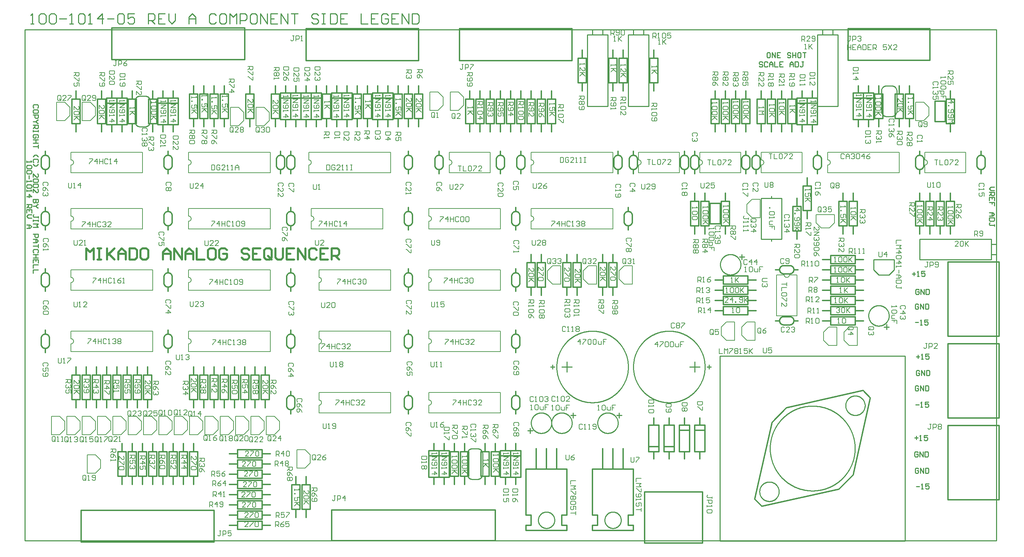
<source format=gto>
*%FSLAX23Y23*%
*%MOIN*%
G01*
%AMTHD33*
7,0,0,0.170,0.160,0.010,45*
%
%ADD11C,0.006*%
%ADD12C,0.007*%
%ADD13C,0.008*%
%ADD14C,0.010*%
%ADD15C,0.012*%
%ADD16C,0.020*%
%ADD17C,0.032*%
%ADD18C,0.036*%
%ADD19C,0.042*%
%ADD20C,0.050*%
%ADD21C,0.052*%
%ADD22C,0.055*%
%ADD23C,0.056*%
%ADD24C,0.059*%
%ADD25C,0.062*%
%ADD26C,0.066*%
%ADD27C,0.070*%
%ADD28C,0.075*%
%ADD29C,0.079*%
%ADD30C,0.090*%
%ADD31C,0.120*%
%ADD32C,0.125*%
%ADD33C,0.129*%
%ADD34C,0.140*%
%ADD35C,0.160*%
%ADD36C,0.250*%
%ADD37C,0.250*%
%ADD38R,0.062X0.062*%
%ADD39R,0.066X0.066*%
%ADD40R,0.075X0.075*%
%ADD41R,0.079X0.079*%
%ADD42R,0.250X0.250*%
%ADD43THD33*%
D11*
X13270Y9339D02*
X13278Y9347D01*
Y9364D01*
X13270Y9372D01*
X13236D01*
X13228Y9364D01*
Y9347D01*
X13236Y9339D01*
X13228Y9322D02*
Y9305D01*
Y9314D01*
X13278D01*
X13279D01*
X13278D02*
X13270Y9322D01*
X13003Y9507D02*
X12995Y9499D01*
X13003Y9507D02*
Y9524D01*
X12995Y9532D01*
X12961D01*
X12953Y9524D01*
Y9507D01*
X12961Y9499D01*
X12953Y9482D02*
Y9465D01*
Y9474D01*
X13003D01*
X13004D01*
X13003D02*
X12995Y9482D01*
Y9440D02*
X13003Y9432D01*
Y9415D01*
X12995Y9407D01*
X12986D01*
X12987D01*
X12986D02*
X12987D01*
X12986D02*
X12987D01*
X12986D02*
X12978Y9415D01*
Y9424D01*
Y9415D01*
X12970Y9407D01*
X12961D01*
X12953Y9415D01*
Y9432D01*
X12961Y9440D01*
X12995Y9374D02*
X13003Y9357D01*
X12995Y9374D02*
X12978Y9390D01*
X12961D01*
X12953Y9382D01*
Y9365D01*
X12961Y9357D01*
X12970D01*
X12978Y9365D01*
Y9390D01*
X13533Y9692D02*
X13583D01*
X13558Y9717D01*
Y9684D01*
X13541Y9667D02*
X13533D01*
X13541D02*
Y9659D01*
X13533D01*
Y9667D01*
X13541Y9625D02*
X13533Y9617D01*
Y9600D01*
X13541Y9592D01*
X13575D01*
X13583Y9600D01*
Y9617D01*
X13575Y9625D01*
X13566D01*
X13558Y9617D01*
Y9592D01*
X13541Y9575D02*
X13533Y9567D01*
Y9550D01*
X13541Y9542D01*
X13575D01*
X13583Y9550D01*
Y9567D01*
X13575Y9575D01*
X13566D01*
X13558Y9567D01*
Y9542D01*
X13533Y9525D02*
X13583D01*
X13566Y9509D01*
X13583Y9492D01*
X13533D01*
X13528Y10002D02*
X13578D01*
Y9977D01*
X13570Y9969D01*
X13553D01*
X13545Y9977D01*
Y10002D01*
Y9985D02*
X13528Y9969D01*
Y9952D02*
Y9919D01*
Y9952D02*
X13561Y9919D01*
X13570D01*
X13578Y9927D01*
Y9944D01*
X13570Y9952D01*
X13578Y9902D02*
Y9869D01*
Y9902D02*
X13553D01*
X13561Y9885D01*
Y9877D01*
X13553Y9869D01*
X13536D01*
X13528Y9877D01*
Y9894D01*
X13536Y9902D01*
X13458Y9930D02*
Y9947D01*
Y9939D02*
Y9930D01*
Y9939D02*
X13508D01*
X13509D01*
X13508D02*
X13500Y9947D01*
Y9905D02*
X13508Y9897D01*
Y9880D01*
X13500Y9872D01*
X13466D01*
X13458Y9880D01*
Y9897D01*
X13466Y9905D01*
X13500D01*
Y9855D02*
X13508Y9847D01*
Y9830D01*
X13500Y9822D01*
X13466D01*
X13458Y9830D01*
Y9847D01*
X13466Y9855D01*
X13500D01*
X13491Y9805D02*
X13441D01*
X13491D02*
Y9780D01*
X13483Y9772D01*
X13466D01*
X13458Y9780D01*
Y9805D01*
X13508Y9755D02*
Y9722D01*
Y9755D02*
X13483D01*
Y9739D01*
Y9755D01*
X13458D01*
X13425Y9864D02*
X13433Y9872D01*
Y9889D01*
X13425Y9897D01*
X13391D01*
X13383Y9889D01*
Y9872D01*
X13391Y9864D01*
X13383Y9847D02*
Y9830D01*
Y9839D01*
X13433D01*
X13434D01*
X13433D02*
X13425Y9847D01*
Y9805D02*
X13433Y9797D01*
Y9780D01*
X13425Y9772D01*
X13416D01*
X13417D01*
X13416D02*
X13417D01*
X13416D02*
X13417D01*
X13416D02*
X13408Y9780D01*
Y9789D01*
Y9780D01*
X13400Y9772D01*
X13391D01*
X13383Y9780D01*
Y9797D01*
X13391Y9805D01*
X13433Y9755D02*
Y9722D01*
Y9755D02*
X13408D01*
X13416Y9739D01*
Y9730D01*
X13408Y9722D01*
X13391D01*
X13383Y9730D01*
Y9747D01*
X13391Y9755D01*
X13138Y9742D02*
Y9725D01*
Y9734D01*
X13188D01*
X13189D01*
X13188D02*
X13180Y9742D01*
X13146Y9700D02*
X13138D01*
X13146D02*
Y9692D01*
X13138D01*
Y9700D01*
X13188Y9659D02*
Y9625D01*
Y9659D02*
X13163D01*
X13171Y9642D01*
Y9634D01*
X13163Y9625D01*
X13146D01*
X13138Y9634D01*
Y9650D01*
X13146Y9659D01*
X13138Y9609D02*
X13188D01*
X13155D02*
X13138D01*
X13155D02*
X13188Y9575D01*
X13163Y9600D01*
X13138Y9575D01*
X13128Y9402D02*
X13178D01*
Y9377D01*
X13170Y9369D01*
X13153D01*
X13145Y9377D01*
Y9402D01*
Y9385D02*
X13128Y9369D01*
Y9352D02*
Y9319D01*
Y9352D02*
X13161Y9319D01*
X13170D01*
X13178Y9327D01*
Y9344D01*
X13170Y9352D01*
Y9302D02*
X13178Y9294D01*
Y9277D01*
X13170Y9269D01*
X13161D01*
X13153Y9277D01*
X13145Y9269D01*
X13136D01*
X13128Y9277D01*
Y9294D01*
X13136Y9302D01*
X13145D01*
X13153Y9294D01*
X13161Y9302D01*
X13170D01*
X13153Y9294D02*
Y9277D01*
X13038Y9699D02*
Y9732D01*
X13071Y9699D01*
X13080D01*
X13088Y9707D01*
Y9724D01*
X13080Y9732D01*
Y9682D02*
X13088Y9674D01*
Y9657D01*
X13080Y9649D01*
X13046D01*
X13038Y9657D01*
Y9674D01*
X13046Y9682D01*
X13080D01*
X13088Y9632D02*
X13038D01*
X13055D01*
X13088Y9599D01*
X13063Y9624D01*
X13038Y9599D01*
X13033Y9412D02*
X13083D01*
Y9387D01*
X13075Y9379D01*
X13058D01*
X13050Y9387D01*
Y9412D01*
Y9395D02*
X13033Y9379D01*
X13075Y9362D02*
X13083Y9354D01*
Y9337D01*
X13075Y9329D01*
X13066D01*
X13067D01*
X13066D02*
X13067D01*
X13066D02*
X13067D01*
X13066D02*
X13058Y9337D01*
Y9345D01*
Y9337D01*
X13050Y9329D01*
X13041D01*
X13033Y9337D01*
Y9354D01*
X13041Y9362D01*
X13075Y9312D02*
X13083Y9304D01*
Y9287D01*
X13075Y9279D01*
X13041D01*
X13033Y9287D01*
Y9304D01*
X13041Y9312D01*
X13075D01*
X13276Y9465D02*
Y9499D01*
X13268Y9507D01*
X13251D01*
X13243Y9499D01*
Y9465D01*
X13251Y9457D01*
X13268D01*
X13276D02*
X13260Y9474D01*
X13268Y9457D02*
X13276Y9465D01*
X13293D02*
X13301Y9457D01*
X13318D01*
X13326Y9465D01*
Y9499D01*
X13318Y9507D01*
X13301D01*
X13293Y9499D01*
Y9490D01*
X13301Y9482D01*
X13326D01*
X13428Y8672D02*
X13478D01*
Y8647D01*
X13470Y8639D01*
X13453D01*
X13445Y8647D01*
Y8672D01*
Y8655D02*
X13428Y8639D01*
Y8622D02*
Y8589D01*
Y8622D02*
X13461Y8589D01*
X13470D01*
X13478Y8597D01*
Y8614D01*
X13470Y8622D01*
Y8572D02*
X13478Y8564D01*
Y8547D01*
X13470Y8539D01*
X13461D01*
X13462D01*
X13461D02*
X13462D01*
X13461D02*
X13462D01*
X13461D02*
X13453Y8547D01*
Y8555D01*
Y8547D01*
X13445Y8539D01*
X13436D01*
X13428Y8547D01*
Y8564D01*
X13436Y8572D01*
X13875Y8869D02*
X13883Y8877D01*
Y8894D01*
X13875Y8902D01*
X13841D01*
X13833Y8894D01*
Y8877D01*
X13841Y8869D01*
X13833Y8852D02*
Y8835D01*
Y8844D01*
X13883D01*
X13884D01*
X13883D02*
X13875Y8852D01*
X13883Y8810D02*
Y8777D01*
Y8810D02*
X13858D01*
X13866Y8794D01*
Y8785D01*
X13858Y8777D01*
X13841D01*
X13833Y8785D01*
Y8802D01*
X13841Y8810D01*
X13336Y8132D02*
X13320D01*
X13328D01*
Y8090D01*
X13320Y8082D01*
X13311D01*
X13303Y8090D01*
X13353Y8082D02*
Y8132D01*
X13378D01*
X13386Y8124D01*
Y8107D01*
X13378Y8099D01*
X13353D01*
X13403Y8090D02*
X13411Y8082D01*
X13428D01*
X13436Y8090D01*
Y8124D01*
X13428Y8132D01*
X13411D01*
X13403Y8124D01*
Y8115D01*
X13411Y8107D01*
X13436D01*
X13598Y8287D02*
X13631D01*
X13598D02*
X13631Y8320D01*
Y8329D01*
X13623Y8337D01*
X13606D01*
X13598Y8329D01*
X13648D02*
X13656Y8337D01*
X13673D01*
X13681Y8329D01*
Y8295D01*
X13673Y8287D01*
X13656D01*
X13648Y8295D01*
Y8329D01*
X13698Y8337D02*
Y8287D01*
Y8304D01*
X13731Y8337D01*
X13706Y8312D01*
X13731Y8287D01*
X13788Y8387D02*
Y8437D01*
X13813D01*
X13821Y8429D01*
Y8412D01*
X13813Y8404D01*
X13788D01*
X13805D02*
X13821Y8387D01*
X13838Y8395D02*
X13846Y8387D01*
X13863D01*
X13871Y8395D01*
Y8429D01*
X13863Y8437D01*
X13846D01*
X13838Y8429D01*
Y8420D01*
X13846Y8412D01*
X13871D01*
X13073Y8347D02*
X13023D01*
Y8314D01*
Y8297D02*
X13073D01*
X13056Y8280D01*
X13073Y8264D01*
X13023D01*
Y8222D02*
X13073D01*
X13048Y8247D01*
Y8214D01*
X13065Y8197D02*
X13073Y8189D01*
Y8172D01*
X13065Y8164D01*
X13031D01*
X13023Y8172D01*
Y8189D01*
X13031Y8197D01*
X13065D01*
X13073Y8122D02*
X13023D01*
X13048Y8147D02*
X13073Y8122D01*
X13048Y8114D02*
Y8147D01*
X13023Y8097D02*
Y8080D01*
Y8089D01*
X13073D01*
X13074D01*
X13073D02*
X13065Y8097D01*
X13048Y8055D02*
Y8022D01*
X13056Y8005D02*
X13023D01*
X13056D02*
X13073Y7989D01*
X13056Y7972D01*
X13023D01*
X13048D01*
Y8005D01*
X13073Y7955D02*
X13023D01*
Y7930D01*
X13031Y7922D01*
X13065D01*
X13073Y7930D01*
Y7955D01*
Y7889D02*
Y7872D01*
Y7880D02*
Y7889D01*
Y7880D02*
X13031D01*
X13023Y7889D01*
Y7897D01*
X13031Y7905D01*
X12853Y8190D02*
Y8232D01*
Y8190D02*
X12861Y8182D01*
X12878D01*
X12886Y8190D01*
Y8232D01*
X12928D02*
Y8182D01*
X12903Y8207D02*
X12928Y8232D01*
X12936Y8207D02*
X12903D01*
X13398Y9132D02*
X13431D01*
X13415D01*
Y9082D01*
X13448D02*
Y9132D01*
Y9082D02*
X13481D01*
X13498Y9124D02*
X13506Y9132D01*
X13523D01*
X13531Y9124D01*
Y9090D01*
X13523Y9082D01*
X13506D01*
X13498Y9090D01*
Y9124D01*
X13548Y9132D02*
X13581D01*
Y9124D01*
X13548Y9090D01*
Y9082D01*
X13598D02*
X13631D01*
X13598D02*
X13631Y9115D01*
Y9124D01*
X13623Y9132D01*
X13606D01*
X13598Y9124D01*
X13328Y8912D02*
Y8870D01*
X13336Y8862D01*
X13353D01*
X13361Y8870D01*
Y8912D01*
X13378Y8862D02*
X13395D01*
X13386D01*
Y8912D01*
X13387D01*
X13386D02*
X13378Y8904D01*
X13420D02*
X13428Y8912D01*
X13445D01*
X13453Y8904D01*
Y8870D01*
X13445Y8862D01*
X13428D01*
X13420Y8870D01*
Y8904D01*
X13228Y8687D02*
Y8670D01*
Y8679D01*
X13278D01*
X13279D01*
X13278D02*
X13270Y8687D01*
Y8645D02*
X13278Y8637D01*
Y8620D01*
X13270Y8612D01*
X13236D01*
X13228Y8620D01*
Y8637D01*
X13236Y8645D01*
X13270D01*
Y8595D02*
X13278Y8587D01*
Y8570D01*
X13270Y8562D01*
X13236D01*
X13228Y8570D01*
Y8587D01*
X13236Y8595D01*
X13270D01*
X13278Y8545D02*
X13228D01*
X13245D01*
X13278Y8512D01*
X13253Y8537D01*
X13228Y8512D01*
X13203Y8712D02*
X13153D01*
X13203D02*
Y8687D01*
X13195Y8679D01*
X13178D01*
X13170Y8687D01*
Y8712D01*
Y8695D02*
X13153Y8679D01*
Y8662D02*
Y8629D01*
Y8662D02*
X13186Y8629D01*
X13195D01*
X13203Y8637D01*
Y8654D01*
X13195Y8662D01*
X13203Y8612D02*
Y8579D01*
X13195D01*
X13161Y8612D01*
X13153D01*
X13328Y8672D02*
X13378D01*
Y8647D01*
X13370Y8639D01*
X13353D01*
X13345Y8647D01*
Y8672D01*
Y8655D02*
X13328Y8639D01*
Y8622D02*
Y8589D01*
Y8622D02*
X13361Y8589D01*
X13370D01*
X13378Y8597D01*
Y8614D01*
X13370Y8622D01*
X13378Y8547D02*
X13328D01*
X13353Y8572D02*
X13378Y8547D01*
X13353Y8539D02*
Y8572D01*
X13528Y8660D02*
Y8677D01*
Y8669D02*
Y8660D01*
Y8669D02*
X13578D01*
X13579D01*
X13578D02*
X13570Y8677D01*
Y8635D02*
X13578Y8627D01*
Y8610D01*
X13570Y8602D01*
X13536D01*
X13528Y8610D01*
Y8627D01*
X13536Y8635D01*
X13570D01*
Y8585D02*
X13578Y8577D01*
Y8560D01*
X13570Y8552D01*
X13536D01*
X13528Y8560D01*
Y8577D01*
X13536Y8585D01*
X13570D01*
X13578Y8535D02*
X13528D01*
X13545D01*
X13578Y8502D01*
X13553Y8527D01*
X13528Y8502D01*
X13608Y8697D02*
X13658D01*
Y8672D01*
X13650Y8664D01*
X13633D01*
X13625Y8672D01*
Y8697D01*
Y8680D02*
X13608Y8664D01*
Y8647D02*
Y8614D01*
Y8647D02*
X13641Y8614D01*
X13650D01*
X13658Y8622D01*
Y8639D01*
X13650Y8647D01*
Y8580D02*
X13658Y8564D01*
X13650Y8580D02*
X13633Y8597D01*
X13616D01*
X13608Y8589D01*
Y8572D01*
X13616Y8564D01*
X13625D01*
X13633Y8572D01*
Y8597D01*
X13326Y7337D02*
X13310D01*
X13318D01*
Y7295D01*
X13310Y7287D01*
X13301D01*
X13293Y7295D01*
X13343Y7287D02*
Y7337D01*
X13368D01*
X13376Y7329D01*
Y7312D01*
X13368Y7304D01*
X13343D01*
X13393Y7287D02*
X13426D01*
X13393D02*
X13426Y7320D01*
Y7329D01*
X13418Y7337D01*
X13401D01*
X13393Y7329D01*
X13366Y6547D02*
X13350D01*
X13358D01*
Y6505D01*
X13350Y6497D01*
X13341D01*
X13333Y6505D01*
X13383Y6497D02*
Y6547D01*
X13408D01*
X13416Y6539D01*
Y6522D01*
X13408Y6514D01*
X13383D01*
X13433Y6539D02*
X13441Y6547D01*
X13458D01*
X13466Y6539D01*
Y6530D01*
X13458Y6522D01*
X13466Y6514D01*
Y6505D01*
X13458Y6497D01*
X13441D01*
X13433Y6505D01*
Y6514D01*
X13441Y6522D01*
X13433Y6530D01*
Y6539D01*
X13441Y6522D02*
X13458D01*
X11878Y9680D02*
Y9697D01*
Y9689D02*
Y9680D01*
Y9689D02*
X11928D01*
X11929D01*
X11928D02*
X11920Y9697D01*
Y9655D02*
X11928Y9647D01*
Y9630D01*
X11920Y9622D01*
X11886D01*
X11878Y9630D01*
Y9647D01*
X11886Y9655D01*
X11920D01*
X11928Y9605D02*
X11878D01*
X11895D01*
X11928Y9572D01*
X11903Y9597D01*
X11878Y9572D01*
Y9972D02*
X11928D01*
Y9947D01*
X11920Y9939D01*
X11903D01*
X11895Y9947D01*
Y9972D01*
Y9955D02*
X11878Y9939D01*
Y9922D02*
Y9889D01*
Y9922D02*
X11911Y9889D01*
X11920D01*
X11928Y9897D01*
Y9914D01*
X11920Y9922D01*
X11878Y9872D02*
Y9855D01*
Y9864D01*
X11928D01*
X11929D01*
X11928D02*
X11920Y9872D01*
X11673Y8882D02*
X11665Y8874D01*
X11673Y8882D02*
Y8899D01*
X11665Y8907D01*
X11631D01*
X11623Y8899D01*
Y8882D01*
X11631Y8874D01*
X11623Y8857D02*
Y8824D01*
Y8857D02*
X11656Y8824D01*
X11665D01*
X11673Y8832D01*
Y8849D01*
X11665Y8857D01*
X12547Y10208D02*
Y10258D01*
Y10233D02*
Y10208D01*
Y10233D02*
X12580D01*
Y10258D01*
Y10208D01*
X12597Y10258D02*
X12630D01*
X12597D02*
Y10208D01*
X12630D01*
X12614Y10233D02*
X12597D01*
X12647Y10241D02*
Y10208D01*
Y10241D02*
X12664Y10258D01*
X12680Y10241D01*
Y10208D01*
Y10233D01*
X12647D01*
X12697Y10258D02*
Y10208D01*
X12722D01*
X12730Y10216D01*
Y10250D01*
X12722Y10258D01*
X12697D01*
X12747D02*
X12780D01*
X12747D02*
Y10208D01*
X12780D01*
X12764Y10233D02*
X12747D01*
X12797Y10208D02*
Y10258D01*
X12822D01*
X12830Y10250D01*
Y10233D01*
X12822Y10225D01*
X12797D01*
X12814D02*
X12830Y10208D01*
X12897Y10258D02*
X12930D01*
X12897D02*
Y10233D01*
X12914Y10241D01*
X12922D01*
X12930Y10233D01*
Y10216D01*
X12922Y10208D01*
X12905D01*
X12897Y10216D01*
X12947Y10258D02*
X12980Y10208D01*
X12947D02*
X12980Y10258D01*
X12997Y10208D02*
X13030D01*
X12997D02*
X13030Y10241D01*
Y10250D01*
X13022Y10258D01*
X13005D01*
X12997Y10250D01*
X12580Y10344D02*
X12564D01*
X12572D01*
Y10302D01*
X12564Y10294D01*
X12555D01*
X12547Y10302D01*
X12597Y10294D02*
Y10344D01*
X12622D01*
X12630Y10336D01*
Y10319D01*
X12622Y10311D01*
X12597D01*
X12647Y10336D02*
X12655Y10344D01*
X12672D01*
X12680Y10336D01*
Y10327D01*
X12681D01*
X12680D02*
X12681D01*
X12680D02*
X12681D01*
X12680D02*
X12672Y10319D01*
X12664D01*
X12672D01*
X12680Y10311D01*
Y10302D01*
X12672Y10294D01*
X12655D01*
X12647Y10302D01*
X12823Y9742D02*
Y9725D01*
Y9734D01*
X12873D01*
X12874D01*
X12873D02*
X12865Y9742D01*
Y9700D02*
X12873Y9692D01*
Y9675D01*
X12865Y9667D01*
X12831D01*
X12823Y9675D01*
Y9692D01*
X12831Y9700D01*
X12865D01*
Y9650D02*
X12873Y9642D01*
Y9625D01*
X12865Y9617D01*
X12831D01*
X12823Y9625D01*
Y9642D01*
X12831Y9650D01*
X12865D01*
X12873Y9600D02*
X12823D01*
X12840D01*
X12873Y9567D01*
X12848Y9592D01*
X12823Y9567D01*
X12828Y9417D02*
X12878D01*
Y9392D01*
X12870Y9384D01*
X12853D01*
X12845Y9392D01*
Y9417D01*
Y9400D02*
X12828Y9384D01*
X12870Y9367D02*
X12878Y9359D01*
Y9342D01*
X12870Y9334D01*
X12861D01*
X12862D01*
X12861D02*
X12862D01*
X12861D02*
X12862D01*
X12861D02*
X12853Y9342D01*
Y9350D01*
Y9342D01*
X12845Y9334D01*
X12836D01*
X12828Y9342D01*
Y9359D01*
X12836Y9367D01*
X12828Y9317D02*
Y9300D01*
Y9309D01*
X12878D01*
X12879D01*
X12878D02*
X12870Y9317D01*
X12733Y9750D02*
Y9767D01*
Y9759D02*
Y9750D01*
Y9759D02*
X12783D01*
X12784D01*
X12783D02*
X12775Y9767D01*
X12783Y9725D02*
X12733D01*
Y9692D02*
X12783Y9725D01*
Y9692D02*
X12733D01*
X12741Y9675D02*
X12733Y9667D01*
Y9650D01*
X12741Y9642D01*
X12775D01*
X12783Y9650D01*
Y9667D01*
X12775Y9675D01*
X12766D01*
X12758Y9667D01*
Y9642D01*
X12733Y9625D02*
Y9609D01*
Y9617D01*
X12783D01*
X12784D01*
X12783D02*
X12775Y9625D01*
X12783Y9559D02*
X12733D01*
X12758Y9584D02*
X12783Y9559D01*
X12758Y9550D02*
Y9584D01*
X12773Y9417D02*
X12723D01*
Y9392D01*
X12731Y9384D01*
X12765D01*
X12773Y9392D01*
Y9417D01*
X12723Y9367D02*
Y9350D01*
Y9359D01*
X12773D01*
X12774D01*
X12773D02*
X12765Y9367D01*
Y9325D02*
X12773Y9317D01*
Y9300D01*
X12765Y9292D01*
X12756D01*
X12757D01*
X12756D02*
X12757D01*
X12756D02*
X12757D01*
X12756D02*
X12748Y9300D01*
Y9309D01*
Y9300D01*
X12740Y9292D01*
X12731D01*
X12723Y9300D01*
Y9317D01*
X12731Y9325D01*
X12633Y9755D02*
Y9772D01*
Y9764D02*
Y9755D01*
Y9764D02*
X12683D01*
X12684D01*
X12683D02*
X12675Y9772D01*
X12683Y9730D02*
X12633D01*
Y9697D02*
X12683Y9730D01*
Y9697D02*
X12633D01*
X12641Y9680D02*
X12633Y9672D01*
Y9655D01*
X12641Y9647D01*
X12675D01*
X12683Y9655D01*
Y9672D01*
X12675Y9680D01*
X12666D01*
X12658Y9672D01*
Y9647D01*
X12633Y9630D02*
Y9614D01*
Y9622D01*
X12683D01*
X12684D01*
X12683D02*
X12675Y9630D01*
X12683Y9564D02*
X12633D01*
X12658Y9589D02*
X12683Y9564D01*
X12658Y9555D02*
Y9589D01*
X12653Y10037D02*
X12603D01*
Y10012D01*
X12611Y10004D01*
X12645D01*
X12653Y10012D01*
Y10037D01*
X12603Y9987D02*
Y9970D01*
Y9979D01*
X12653D01*
X12654D01*
X12653D02*
X12645Y9987D01*
X12653Y9920D02*
X12603D01*
X12628Y9945D02*
X12653Y9920D01*
X12628Y9912D02*
Y9945D01*
X11983Y9667D02*
Y9650D01*
Y9659D01*
X12033D01*
X12034D01*
X12033D02*
X12025Y9667D01*
X12033Y9625D02*
X11983D01*
X12000D01*
X12033Y9592D01*
X12008Y9617D01*
X11983Y9592D01*
X11978Y9977D02*
X12028D01*
Y9952D01*
X12020Y9944D01*
X12003D01*
X11995Y9952D01*
Y9977D01*
Y9960D02*
X11978Y9944D01*
Y9927D02*
Y9910D01*
Y9919D01*
X12028D01*
X12029D01*
X12028D02*
X12020Y9927D01*
X11986Y9885D02*
X11978Y9877D01*
Y9860D01*
X11986Y9852D01*
X12020D01*
X12028Y9860D01*
Y9877D01*
X12020Y9885D01*
X12011D01*
X12003Y9877D01*
Y9852D01*
X12078Y9717D02*
Y9700D01*
Y9709D01*
X12128D01*
X12129D01*
X12128D02*
X12120Y9717D01*
X12128Y9675D02*
X12078D01*
Y9642D02*
X12128Y9675D01*
Y9642D02*
X12078D01*
X12086Y9625D02*
X12078Y9617D01*
Y9600D01*
X12086Y9592D01*
X12120D01*
X12128Y9600D01*
Y9617D01*
X12120Y9625D01*
X12111D01*
X12103Y9617D01*
Y9592D01*
X12078Y9575D02*
Y9559D01*
Y9567D01*
X12128D01*
X12129D01*
X12128D02*
X12120Y9575D01*
X12128Y9509D02*
X12078D01*
X12103Y9534D02*
X12128Y9509D01*
X12103Y9500D02*
Y9534D01*
X12083Y9967D02*
X12133D01*
X12083D02*
Y9942D01*
X12091Y9934D01*
X12125D01*
X12133Y9942D01*
Y9967D01*
X12083Y9917D02*
Y9900D01*
Y9909D01*
X12133D01*
X12134D01*
X12133D02*
X12125Y9917D01*
X12083Y9875D02*
Y9859D01*
Y9867D01*
X12133D01*
X12134D01*
X12133D02*
X12125Y9875D01*
X12188Y9712D02*
Y9695D01*
Y9704D01*
X12238D01*
X12239D01*
X12238D02*
X12230Y9712D01*
X12238Y9670D02*
X12188D01*
Y9637D02*
X12238Y9670D01*
Y9637D02*
X12188D01*
X12196Y9620D02*
X12188Y9612D01*
Y9595D01*
X12196Y9587D01*
X12230D01*
X12238Y9595D01*
Y9612D01*
X12230Y9620D01*
X12221D01*
X12213Y9612D01*
Y9587D01*
X12188Y9570D02*
Y9554D01*
Y9562D01*
X12238D01*
X12239D01*
X12238D02*
X12230Y9570D01*
X12238Y9504D02*
X12188D01*
X12213Y9529D02*
X12238Y9504D01*
X12213Y9495D02*
Y9529D01*
X12228Y9987D02*
X12178D01*
Y9962D01*
X12186Y9954D01*
X12220D01*
X12228Y9962D01*
Y9987D01*
X12178Y9937D02*
Y9920D01*
Y9929D01*
X12228D01*
X12229D01*
X12228D02*
X12220Y9937D01*
X12178Y9895D02*
Y9862D01*
Y9895D02*
X12211Y9862D01*
X12220D01*
X12228Y9870D01*
Y9887D01*
X12220Y9895D01*
X11783Y9677D02*
Y9660D01*
Y9669D01*
X11833D01*
X11834D01*
X11833D02*
X11825Y9677D01*
Y9635D02*
X11833Y9627D01*
Y9610D01*
X11825Y9602D01*
X11791D01*
X11783Y9610D01*
Y9627D01*
X11791Y9635D01*
X11825D01*
X11833Y9585D02*
X11783D01*
X11800D01*
X11833Y9552D01*
X11808Y9577D01*
X11783Y9552D01*
X11773Y9977D02*
X11823D01*
Y9952D01*
X11815Y9944D01*
X11798D01*
X11790Y9952D01*
Y9977D01*
Y9960D02*
X11773Y9944D01*
Y9927D02*
Y9910D01*
Y9919D01*
X11823D01*
X11824D01*
X11823D02*
X11815Y9927D01*
Y9885D02*
X11823Y9877D01*
Y9860D01*
X11815Y9852D01*
X11806D01*
X11798Y9860D01*
X11790Y9852D01*
X11781D01*
X11773Y9860D01*
Y9877D01*
X11781Y9885D01*
X11790D01*
X11798Y9877D01*
X11806Y9885D01*
X11815D01*
X11798Y9877D02*
Y9860D01*
X11678Y9652D02*
Y9635D01*
Y9644D01*
X11728D01*
X11729D01*
X11728D02*
X11720Y9652D01*
X11728Y9610D02*
X11678D01*
X11711Y9594D02*
X11728Y9610D01*
X11711Y9594D02*
X11728Y9577D01*
X11678D01*
Y9987D02*
X11728D01*
Y9962D01*
X11720Y9954D01*
X11703D01*
X11695Y9962D01*
Y9987D01*
Y9970D02*
X11678Y9954D01*
Y9937D02*
Y9904D01*
Y9937D02*
X11711Y9904D01*
X11720D01*
X11728Y9912D01*
Y9929D01*
X11720Y9937D01*
X11678Y9887D02*
Y9854D01*
Y9887D02*
X11711Y9854D01*
X11720D01*
X11728Y9862D01*
Y9879D01*
X11720Y9887D01*
X12128Y10217D02*
X12145D01*
X12136D01*
Y10267D01*
X12137D01*
X12136D02*
X12128Y10259D01*
X12170Y10267D02*
Y10217D01*
Y10234D01*
X12203Y10267D01*
X12178Y10242D01*
X12203Y10217D01*
X12098Y10292D02*
Y10342D01*
X12123D01*
X12131Y10334D01*
Y10317D01*
X12123Y10309D01*
X12098D01*
X12115D02*
X12131Y10292D01*
X12148D02*
X12181D01*
X12148D02*
X12181Y10325D01*
Y10334D01*
X12173Y10342D01*
X12156D01*
X12148Y10334D01*
X12198Y10300D02*
X12206Y10292D01*
X12223D01*
X12231Y10300D01*
Y10334D01*
X12223Y10342D01*
X12206D01*
X12198Y10334D01*
Y10325D01*
X12206Y10317D01*
X12231D01*
X11428Y9707D02*
Y9690D01*
Y9699D01*
X11478D01*
X11479D01*
X11478D02*
X11470Y9707D01*
Y9665D02*
X11478Y9657D01*
Y9640D01*
X11470Y9632D01*
X11436D01*
X11428Y9640D01*
Y9657D01*
X11436Y9665D01*
X11470D01*
Y9615D02*
X11478Y9607D01*
Y9590D01*
X11470Y9582D01*
X11436D01*
X11428Y9590D01*
Y9607D01*
X11436Y9615D01*
X11470D01*
X11478Y9565D02*
X11428D01*
X11445D01*
X11478Y9532D01*
X11453Y9557D01*
X11428Y9532D01*
Y9987D02*
X11478D01*
Y9962D01*
X11470Y9954D01*
X11453D01*
X11445Y9962D01*
Y9987D01*
Y9970D02*
X11428Y9954D01*
X11470Y9937D02*
X11478Y9929D01*
Y9912D01*
X11470Y9904D01*
X11461D01*
X11453Y9912D01*
X11445Y9904D01*
X11436D01*
X11428Y9912D01*
Y9929D01*
X11436Y9937D01*
X11445D01*
X11453Y9929D01*
X11461Y9937D01*
X11470D01*
X11453Y9929D02*
Y9912D01*
X11470Y9887D02*
X11478Y9879D01*
Y9862D01*
X11470Y9854D01*
X11461D01*
X11462D01*
X11461D02*
X11462D01*
X11461D02*
X11462D01*
X11461D02*
X11453Y9862D01*
Y9870D01*
Y9862D01*
X11445Y9854D01*
X11436D01*
X11428Y9862D01*
Y9879D01*
X11436Y9887D01*
X11328Y9697D02*
Y9680D01*
Y9689D01*
X11378D01*
X11379D01*
X11378D02*
X11370Y9697D01*
Y9655D02*
X11378Y9647D01*
Y9630D01*
X11370Y9622D01*
X11336D01*
X11328Y9630D01*
Y9647D01*
X11336Y9655D01*
X11370D01*
Y9605D02*
X11378Y9597D01*
Y9580D01*
X11370Y9572D01*
X11336D01*
X11328Y9580D01*
Y9597D01*
X11336Y9605D01*
X11370D01*
X11378Y9555D02*
X11328D01*
X11345D01*
X11378Y9522D01*
X11353Y9547D01*
X11328Y9522D01*
Y9992D02*
X11378D01*
Y9967D01*
X11370Y9959D01*
X11353D01*
X11345Y9967D01*
Y9992D01*
Y9975D02*
X11328Y9959D01*
X11370Y9942D02*
X11378Y9934D01*
Y9917D01*
X11370Y9909D01*
X11361D01*
X11353Y9917D01*
X11345Y9909D01*
X11336D01*
X11328Y9917D01*
Y9934D01*
X11336Y9942D01*
X11345D01*
X11353Y9934D01*
X11361Y9942D01*
X11370D01*
X11353Y9934D02*
Y9917D01*
X11328Y9892D02*
Y9859D01*
Y9892D02*
X11361Y9859D01*
X11370D01*
X11378Y9867D01*
Y9884D01*
X11370Y9892D01*
X11528Y9707D02*
Y9690D01*
Y9699D01*
X11578D01*
X11579D01*
X11578D02*
X11570Y9707D01*
Y9665D02*
X11578Y9657D01*
Y9640D01*
X11570Y9632D01*
X11536D01*
X11528Y9640D01*
Y9657D01*
X11536Y9665D01*
X11570D01*
Y9615D02*
X11578Y9607D01*
Y9590D01*
X11570Y9582D01*
X11536D01*
X11528Y9590D01*
Y9607D01*
X11536Y9615D01*
X11570D01*
X11578Y9565D02*
X11528D01*
X11545D01*
X11578Y9532D01*
X11553Y9557D01*
X11528Y9532D01*
X11523Y9992D02*
X11573D01*
Y9967D01*
X11565Y9959D01*
X11548D01*
X11540Y9967D01*
Y9992D01*
Y9975D02*
X11523Y9959D01*
X11565Y9942D02*
X11573Y9934D01*
Y9917D01*
X11565Y9909D01*
X11556D01*
X11548Y9917D01*
X11540Y9909D01*
X11531D01*
X11523Y9917D01*
Y9934D01*
X11531Y9942D01*
X11540D01*
X11548Y9934D01*
X11556Y9942D01*
X11565D01*
X11548Y9934D02*
Y9917D01*
X11573Y9892D02*
Y9859D01*
Y9892D02*
X11548D01*
X11556Y9875D01*
Y9867D01*
X11548Y9859D01*
X11531D01*
X11523Y9867D01*
Y9884D01*
X11531Y9892D01*
X12218Y8477D02*
Y8444D01*
Y8477D02*
X12251Y8444D01*
X12260D01*
X12268Y8452D01*
Y8469D01*
X12260Y8477D01*
X12268Y8427D02*
X12218D01*
Y8394D02*
X12268Y8427D01*
Y8394D02*
X12218D01*
X12260Y8377D02*
X12268Y8369D01*
Y8352D01*
X12260Y8344D01*
X12251D01*
X12252D01*
X12251D02*
X12252D01*
X12251D02*
X12252D01*
X12251D02*
X12243Y8352D01*
Y8360D01*
Y8352D01*
X12235Y8344D01*
X12226D01*
X12218Y8352D01*
Y8369D01*
X12226Y8377D01*
Y8327D02*
X12218Y8319D01*
Y8302D01*
X12226Y8294D01*
X12260D01*
X12268Y8302D01*
Y8319D01*
X12260Y8327D01*
X12251D01*
X12243Y8319D01*
Y8294D01*
X12260Y8277D02*
X12268Y8269D01*
Y8252D01*
X12260Y8244D01*
X12226D01*
X12218Y8252D01*
Y8269D01*
X12226Y8277D01*
X12260D01*
Y8210D02*
X12268Y8194D01*
X12260Y8210D02*
X12243Y8227D01*
X12226D01*
X12218Y8219D01*
Y8202D01*
X12226Y8194D01*
X12235D01*
X12243Y8202D01*
Y8227D01*
X12291Y8630D02*
Y8664D01*
X12283Y8672D01*
X12266D01*
X12258Y8664D01*
Y8630D01*
X12266Y8622D01*
X12283D01*
X12291D02*
X12275Y8639D01*
X12283Y8622D02*
X12291Y8630D01*
X12308Y8664D02*
X12316Y8672D01*
X12333D01*
X12341Y8664D01*
Y8655D01*
X12342D01*
X12341D02*
X12342D01*
X12341D02*
X12342D01*
X12341D02*
X12333Y8647D01*
X12325D01*
X12333D01*
X12341Y8639D01*
Y8630D01*
X12333Y8622D01*
X12316D01*
X12308Y8630D01*
X12358Y8672D02*
X12391D01*
X12358D02*
Y8647D01*
X12375Y8655D01*
X12383D01*
X12391Y8647D01*
Y8630D01*
X12383Y8622D01*
X12366D01*
X12358Y8630D01*
X12078Y8637D02*
X12028D01*
X12053Y8662D02*
X12078Y8637D01*
X12053Y8629D02*
Y8662D01*
X12036Y8612D02*
X12028D01*
X12036D02*
Y8604D01*
X12028D01*
Y8612D01*
X12036Y8570D02*
X12028Y8562D01*
Y8545D01*
X12036Y8537D01*
X12070D01*
X12078Y8545D01*
Y8562D01*
X12070Y8570D01*
X12061D01*
X12053Y8562D01*
Y8537D01*
X12036Y8520D02*
X12028Y8512D01*
Y8495D01*
X12036Y8487D01*
X12070D01*
X12078Y8495D01*
Y8512D01*
X12070Y8520D01*
X12061D01*
X12053Y8512D01*
Y8487D01*
X12078Y8470D02*
X12028D01*
X12045D01*
X12078Y8437D01*
X12053Y8462D01*
X12028Y8437D01*
Y8307D02*
X12078D01*
Y8282D01*
X12070Y8274D01*
X12053D01*
X12045Y8282D01*
Y8307D01*
Y8290D02*
X12028Y8274D01*
Y8257D02*
Y8224D01*
Y8257D02*
X12061Y8224D01*
X12070D01*
X12078Y8232D01*
Y8249D01*
X12070Y8257D01*
Y8207D02*
X12078Y8199D01*
Y8182D01*
X12070Y8174D01*
X12036D01*
X12028Y8182D01*
Y8199D01*
X12036Y8207D01*
X12070D01*
X12133Y8830D02*
Y8847D01*
Y8839D02*
Y8830D01*
Y8839D02*
X12183D01*
X12184D01*
X12183D02*
X12175Y8847D01*
X12183Y8805D02*
Y8772D01*
Y8805D02*
X12158D01*
X12166Y8789D01*
Y8780D01*
X12158Y8772D01*
X12141D01*
X12133Y8780D01*
Y8797D01*
X12141Y8805D01*
X12133Y8755D02*
X12183D01*
X12150D02*
X12133D01*
X12150D02*
X12183Y8722D01*
X12158Y8747D01*
X12133Y8722D01*
X12138Y8517D02*
X12188D01*
Y8492D01*
X12180Y8484D01*
X12163D01*
X12155Y8492D01*
Y8517D01*
Y8500D02*
X12138Y8484D01*
Y8467D02*
Y8450D01*
Y8459D01*
X12188D01*
X12189D01*
X12188D02*
X12180Y8467D01*
X12188Y8425D02*
Y8392D01*
X12180D01*
X12146Y8425D01*
X12138D01*
X11578Y8549D02*
Y8565D01*
Y8557D01*
X11536D01*
X11528Y8565D01*
Y8574D01*
X11536Y8582D01*
X11528Y8532D02*
Y8515D01*
Y8524D01*
X11578D01*
X11579D01*
X11578D02*
X11570Y8532D01*
X11528Y8490D02*
Y8474D01*
Y8482D01*
X11578D01*
X11579D01*
X11578D02*
X11570Y8490D01*
X11528Y8449D02*
Y8432D01*
Y8440D01*
X11578D01*
X11579D01*
X11578D02*
X11570Y8449D01*
X11611Y8524D02*
X11645D01*
X11653Y8532D01*
Y8549D01*
X11645Y8557D01*
X11611D01*
X11603Y8549D01*
Y8532D01*
Y8524D02*
X11620Y8540D01*
X11603Y8532D02*
X11611Y8524D01*
X11645Y8507D02*
X11653Y8499D01*
Y8482D01*
X11645Y8474D01*
X11636D01*
X11637D01*
X11636D02*
X11637D01*
X11636D02*
X11637D01*
X11636D02*
X11628Y8482D01*
Y8490D01*
Y8482D01*
X11620Y8474D01*
X11611D01*
X11603Y8482D01*
Y8499D01*
X11611Y8507D01*
X11603Y8432D02*
X11653D01*
X11628Y8457D01*
Y8424D01*
X12978Y7705D02*
Y7689D01*
Y7697D01*
X13028D01*
X13029D01*
X13028D02*
X13020Y7705D01*
Y7664D02*
X13028Y7655D01*
Y7639D01*
X13020Y7630D01*
X12986D01*
X12978Y7639D01*
Y7655D01*
X12986Y7664D01*
X13020D01*
X13011Y7614D02*
X12986D01*
X12978Y7605D01*
Y7580D01*
X13011D01*
X13028Y7564D02*
Y7531D01*
Y7564D02*
X13003D01*
Y7547D01*
Y7564D01*
X12978D01*
X13106Y7672D02*
X13114Y7680D01*
Y7697D01*
X13106Y7705D01*
X13072D01*
X13064Y7697D01*
Y7680D01*
X13072Y7672D01*
X13064Y7630D02*
X13114D01*
X13089Y7655D01*
Y7622D01*
X13106Y7605D02*
X13114Y7597D01*
Y7580D01*
X13106Y7572D01*
X13097D01*
X13098D01*
X13097D02*
X13098D01*
X13097D02*
X13098D01*
X13097D02*
X13089Y7580D01*
Y7589D01*
Y7580D01*
X13081Y7572D01*
X13072D01*
X13064Y7580D01*
Y7597D01*
X13072Y7605D01*
X11560Y8037D02*
X11543D01*
X11551D02*
X11560D01*
X11551D02*
Y8087D01*
X11552D01*
X11551D02*
X11543Y8079D01*
X11585D02*
X11593Y8087D01*
X11610D01*
X11618Y8079D01*
Y8045D01*
X11610Y8037D01*
X11593D01*
X11585Y8045D01*
Y8079D01*
X11635Y8070D02*
Y8045D01*
X11643Y8037D01*
X11668D01*
Y8070D01*
X11685Y8087D02*
X11718D01*
X11685D02*
Y8062D01*
X11701D01*
X11685D01*
Y8037D01*
X11566Y8149D02*
X11558Y8157D01*
X11541D01*
X11533Y8149D01*
Y8115D01*
X11541Y8107D01*
X11558D01*
X11566Y8115D01*
X11608Y8107D02*
Y8157D01*
X11583Y8132D01*
X11616D01*
X11658Y8107D02*
Y8157D01*
X11633Y8132D01*
X11666D01*
X11375Y7832D02*
X11358D01*
X11366D02*
X11375D01*
X11366D02*
Y7882D01*
X11367D01*
X11366D02*
X11358Y7874D01*
X11400D02*
X11408Y7882D01*
X11425D01*
X11433Y7874D01*
Y7840D01*
X11425Y7832D01*
X11408D01*
X11400Y7840D01*
Y7874D01*
X11450D02*
X11458Y7882D01*
X11475D01*
X11483Y7874D01*
Y7840D01*
X11475Y7832D01*
X11458D01*
X11450Y7840D01*
Y7874D01*
X11500Y7882D02*
Y7832D01*
Y7849D01*
X11533Y7882D01*
X11508Y7857D01*
X11533Y7832D01*
X11073D02*
Y7882D01*
X11098D01*
X11106Y7874D01*
Y7857D01*
X11098Y7849D01*
X11073D01*
X11090D02*
X11106Y7832D01*
X11123D02*
X11140D01*
X11131D01*
Y7882D01*
X11132D01*
X11131D02*
X11123Y7874D01*
X11165D02*
X11173Y7882D01*
X11190D01*
X11198Y7874D01*
Y7865D01*
X11199D01*
X11198D02*
X11199D01*
X11198D02*
X11199D01*
X11198D02*
X11190Y7857D01*
X11181D01*
X11190D01*
X11198Y7849D01*
Y7840D01*
X11190Y7832D01*
X11173D01*
X11165Y7840D01*
X11408Y7932D02*
X11425D01*
X11416D01*
Y7982D01*
X11417D01*
X11416D02*
X11408Y7974D01*
X11450Y7982D02*
Y7932D01*
Y7949D01*
X11483Y7982D01*
X11458Y7957D01*
X11483Y7932D01*
X11083Y7937D02*
Y7987D01*
X11108D01*
X11116Y7979D01*
Y7962D01*
X11108Y7954D01*
X11083D01*
X11100D02*
X11116Y7937D01*
X11133D02*
X11150D01*
X11141D01*
Y7987D01*
X11142D01*
X11141D02*
X11133Y7979D01*
X11191D02*
X11208Y7987D01*
X11191Y7979D02*
X11175Y7962D01*
Y7945D01*
X11183Y7937D01*
X11200D01*
X11208Y7945D01*
Y7954D01*
X11200Y7962D01*
X11175D01*
X12453Y7532D02*
X12470D01*
X12461D01*
Y7582D01*
X12462D01*
X12461D02*
X12453Y7574D01*
X12495D02*
X12503Y7582D01*
X12520D01*
X12528Y7574D01*
Y7540D01*
X12520Y7532D01*
X12503D01*
X12495Y7540D01*
Y7574D01*
X12143Y7582D02*
Y7532D01*
Y7582D02*
X12168D01*
X12176Y7574D01*
Y7557D01*
X12168Y7549D01*
X12143D01*
X12160D02*
X12176Y7532D01*
X12193D02*
X12210D01*
X12201D01*
Y7582D01*
X12202D01*
X12201D02*
X12193Y7574D01*
X12235D02*
X12243Y7582D01*
X12260D01*
X12268Y7574D01*
Y7540D01*
X12260Y7532D01*
X12243D01*
X12235Y7540D01*
Y7574D01*
X12438Y7679D02*
X12446Y7687D01*
X12463D01*
X12471Y7679D01*
Y7670D01*
X12472D01*
X12471D02*
X12472D01*
X12471D02*
X12472D01*
X12471D02*
X12463Y7662D01*
X12455D01*
X12463D01*
X12471Y7654D01*
Y7645D01*
X12463Y7637D01*
X12446D01*
X12438Y7645D01*
X12488Y7679D02*
X12496Y7687D01*
X12513D01*
X12521Y7679D01*
Y7645D01*
X12513Y7637D01*
X12496D01*
X12488Y7645D01*
Y7679D01*
X12538Y7687D02*
Y7637D01*
Y7654D01*
X12571Y7687D01*
X12546Y7662D01*
X12571Y7637D01*
X12158Y7632D02*
Y7682D01*
X12183D01*
X12191Y7674D01*
Y7657D01*
X12183Y7649D01*
X12158D01*
X12175D02*
X12191Y7632D01*
X12208D02*
X12225D01*
X12216D01*
Y7682D01*
X12217D01*
X12216D02*
X12208Y7674D01*
X12250Y7632D02*
X12266D01*
X12258D01*
Y7682D01*
X12259D01*
X12258D02*
X12250Y7674D01*
X12423Y7732D02*
X12440D01*
X12431D01*
Y7782D01*
X12432D01*
X12431D02*
X12423Y7774D01*
X12465D02*
X12473Y7782D01*
X12490D01*
X12498Y7774D01*
Y7740D01*
X12490Y7732D01*
X12473D01*
X12465Y7740D01*
Y7774D01*
X12515Y7782D02*
Y7732D01*
Y7749D01*
X12548Y7782D01*
X12523Y7757D01*
X12548Y7732D01*
X12143Y7742D02*
Y7792D01*
X12168D01*
X12176Y7784D01*
Y7767D01*
X12168Y7759D01*
X12143D01*
X12160D02*
X12176Y7742D01*
X12193D02*
X12210D01*
X12201D01*
Y7792D01*
X12202D01*
X12201D02*
X12193Y7784D01*
X12235Y7742D02*
X12268D01*
X12235D02*
X12268Y7775D01*
Y7784D01*
X12260Y7792D01*
X12243D01*
X12235Y7784D01*
X12473Y7832D02*
X12490D01*
X12481D01*
Y7882D01*
X12482D01*
X12481D02*
X12473Y7874D01*
X12515Y7882D02*
Y7832D01*
Y7849D01*
X12548Y7882D01*
X12523Y7857D01*
X12548Y7832D01*
X12168Y7837D02*
Y7887D01*
X12193D01*
X12201Y7879D01*
Y7862D01*
X12193Y7854D01*
X12168D01*
X12185D02*
X12201Y7837D01*
X12218Y7879D02*
X12226Y7887D01*
X12243D01*
X12251Y7879D01*
Y7870D01*
X12243Y7862D01*
X12251Y7854D01*
Y7845D01*
X12243Y7837D01*
X12226D01*
X12218Y7845D01*
Y7854D01*
X12226Y7862D01*
X12218Y7870D01*
Y7879D01*
X12226Y7862D02*
X12243D01*
X11926Y8159D02*
X11918Y8167D01*
X11901D01*
X11893Y8159D01*
Y8125D01*
X11901Y8117D01*
X11918D01*
X11926Y8125D01*
X11943D02*
X11951Y8117D01*
X11968D01*
X11976Y8125D01*
Y8159D01*
X11968Y8167D01*
X11951D01*
X11943Y8159D01*
Y8150D01*
X11951Y8142D01*
X11976D01*
X11923Y7497D02*
X11931Y7489D01*
X11923Y7497D02*
X11906D01*
X11898Y7489D01*
Y7455D01*
X11906Y7447D01*
X11923D01*
X11931Y7455D01*
X11948Y7447D02*
X11981D01*
X11948D02*
X11981Y7480D01*
Y7489D01*
X11973Y7497D01*
X11956D01*
X11948Y7489D01*
X11998D02*
X12006Y7497D01*
X12023D01*
X12031Y7489D01*
Y7480D01*
X12032D01*
X12031D02*
X12032D01*
X12031D02*
X12032D01*
X12031D02*
X12023Y7472D01*
X12015D01*
X12023D01*
X12031Y7464D01*
Y7455D01*
X12023Y7447D01*
X12006D01*
X11998Y7455D01*
X11565Y8869D02*
X11573Y8877D01*
Y8894D01*
X11565Y8902D01*
X11531D01*
X11523Y8894D01*
Y8877D01*
X11531Y8869D01*
X11523Y8852D02*
Y8835D01*
Y8844D01*
X11573D01*
X11574D01*
X11573D02*
X11565Y8852D01*
X11573Y8810D02*
Y8777D01*
X11565D01*
X11531Y8810D01*
X11523D01*
X11778Y9192D02*
X11811D01*
X11795D01*
Y9142D01*
X11828D02*
Y9192D01*
Y9142D02*
X11861D01*
X11878Y9184D02*
X11886Y9192D01*
X11903D01*
X11911Y9184D01*
Y9150D01*
X11903Y9142D01*
X11886D01*
X11878Y9150D01*
Y9184D01*
X11928Y9192D02*
X11961D01*
Y9184D01*
X11928Y9150D01*
Y9142D01*
X11978D02*
X12011D01*
X11978D02*
X12011Y9175D01*
Y9184D01*
X12003Y9192D01*
X11986D01*
X11978Y9184D01*
X11738Y8912D02*
Y8870D01*
X11746Y8862D01*
X11763D01*
X11771Y8870D01*
Y8912D01*
X11788Y8904D02*
X11796Y8912D01*
X11813D01*
X11821Y8904D01*
Y8895D01*
X11813Y8887D01*
X11821Y8879D01*
Y8870D01*
X11813Y8862D01*
X11796D01*
X11788Y8870D01*
Y8879D01*
X11796Y8887D01*
X11788Y8895D01*
Y8904D01*
X11796Y8887D02*
X11813D01*
X12275Y8879D02*
X12283Y8887D01*
Y8904D01*
X12275Y8912D01*
X12241D01*
X12233Y8904D01*
Y8887D01*
X12241Y8879D01*
X12233Y8862D02*
Y8845D01*
Y8854D01*
X12283D01*
X12284D01*
X12283D02*
X12275Y8862D01*
Y8804D02*
X12283Y8787D01*
X12275Y8804D02*
X12258Y8820D01*
X12241D01*
X12233Y8812D01*
Y8795D01*
X12241Y8787D01*
X12250D01*
X12258Y8795D01*
Y8820D01*
X12443Y7932D02*
X12460D01*
X12451D01*
Y7982D01*
X12452D01*
X12451D02*
X12443Y7974D01*
X12485D02*
X12493Y7982D01*
X12510D01*
X12518Y7974D01*
Y7940D01*
X12510Y7932D01*
X12493D01*
X12485Y7940D01*
Y7974D01*
X12535Y7982D02*
Y7932D01*
Y7949D01*
X12568Y7982D01*
X12543Y7957D01*
X12568Y7932D01*
X12173D02*
Y7982D01*
X12198D01*
X12206Y7974D01*
Y7957D01*
X12198Y7949D01*
X12173D01*
X12190D02*
X12206Y7932D01*
X12223Y7982D02*
X12256D01*
Y7974D01*
X12223Y7940D01*
Y7932D01*
X12516Y9184D02*
X12508Y9192D01*
X12491D01*
X12483Y9184D01*
Y9150D01*
X12491Y9142D01*
X12508D01*
X12516Y9150D01*
X12533Y9142D02*
Y9175D01*
X12550Y9192D01*
X12566Y9175D01*
Y9142D01*
Y9167D01*
X12533D01*
X12583Y9184D02*
X12591Y9192D01*
X12608D01*
X12616Y9184D01*
Y9175D01*
X12617D01*
X12616D02*
X12617D01*
X12616D02*
X12617D01*
X12616D02*
X12608Y9167D01*
X12600D01*
X12608D01*
X12616Y9159D01*
Y9150D01*
X12608Y9142D01*
X12591D01*
X12583Y9150D01*
X12633Y9184D02*
X12641Y9192D01*
X12658D01*
X12666Y9184D01*
Y9150D01*
X12658Y9142D01*
X12641D01*
X12633Y9150D01*
Y9184D01*
X12708Y9192D02*
Y9142D01*
X12683Y9167D02*
X12708Y9192D01*
X12716Y9167D02*
X12683D01*
X12750Y9184D02*
X12766Y9192D01*
X12750Y9184D02*
X12733Y9167D01*
Y9150D01*
X12741Y9142D01*
X12758D01*
X12766Y9150D01*
Y9159D01*
X12758Y9167D01*
X12733D01*
X12416Y8899D02*
Y8865D01*
Y8899D02*
X12408Y8907D01*
X12391D01*
X12383Y8899D01*
Y8865D01*
X12391Y8857D01*
X12408D01*
X12416D02*
X12400Y8874D01*
X12408Y8857D02*
X12416Y8865D01*
X12433Y8899D02*
X12441Y8907D01*
X12458D01*
X12466Y8899D01*
Y8890D01*
X12458Y8882D01*
X12466Y8874D01*
Y8865D01*
X12458Y8857D01*
X12441D01*
X12433Y8865D01*
Y8874D01*
X12441Y8882D01*
X12433Y8890D01*
Y8899D01*
X12441Y8882D02*
X12458D01*
X12578Y8667D02*
Y8650D01*
Y8659D01*
X12628D01*
X12629D01*
X12628D02*
X12620Y8667D01*
Y8625D02*
X12628Y8617D01*
Y8600D01*
X12620Y8592D01*
X12586D01*
X12578Y8600D01*
Y8617D01*
X12586Y8625D01*
X12620D01*
X12628Y8575D02*
X12578D01*
X12595D01*
X12628Y8542D01*
X12603Y8567D01*
X12578Y8542D01*
X12668Y8647D02*
X12718D01*
Y8622D01*
X12710Y8614D01*
X12693D01*
X12685Y8622D01*
Y8647D01*
Y8630D02*
X12668Y8614D01*
X12710Y8597D02*
X12718Y8589D01*
Y8572D01*
X12710Y8564D01*
X12701D01*
X12702D01*
X12701D02*
X12702D01*
X12701D02*
X12702D01*
X12701D02*
X12693Y8572D01*
Y8580D01*
Y8572D01*
X12685Y8564D01*
X12676D01*
X12668Y8572D01*
Y8589D01*
X12676Y8597D01*
X12710Y8547D02*
X12718Y8539D01*
Y8522D01*
X12710Y8514D01*
X12701D01*
X12702D01*
X12701D02*
X12702D01*
X12701D02*
X12702D01*
X12701D02*
X12693Y8522D01*
Y8530D01*
Y8522D01*
X12685Y8514D01*
X12676D01*
X12668Y8522D01*
Y8539D01*
X12676Y8547D01*
X12478Y8665D02*
Y8682D01*
Y8674D02*
Y8665D01*
Y8674D02*
X12528D01*
X12529D01*
X12528D02*
X12520Y8682D01*
X12486Y8640D02*
X12478D01*
X12486D02*
Y8632D01*
X12478D01*
Y8640D01*
X12528Y8599D02*
Y8565D01*
Y8599D02*
X12503D01*
X12511Y8582D01*
Y8574D01*
X12503Y8565D01*
X12486D01*
X12478Y8574D01*
Y8590D01*
X12486Y8599D01*
X12478Y8549D02*
X12528D01*
X12495D02*
X12478D01*
X12495D02*
X12528Y8515D01*
X12503Y8540D01*
X12478Y8515D01*
X12463Y8367D02*
X12513D01*
Y8342D01*
X12505Y8334D01*
X12488D01*
X12480Y8342D01*
Y8367D01*
Y8350D02*
X12463Y8334D01*
X12505Y8317D02*
X12513Y8309D01*
Y8292D01*
X12505Y8284D01*
X12496D01*
X12497D01*
X12496D02*
X12497D01*
X12496D02*
X12497D01*
X12496D02*
X12488Y8292D01*
Y8300D01*
Y8292D01*
X12480Y8284D01*
X12471D01*
X12463Y8292D01*
Y8309D01*
X12471Y8317D01*
X12463Y8267D02*
Y8234D01*
Y8267D02*
X12496Y8234D01*
X12505D01*
X12513Y8242D01*
Y8259D01*
X12505Y8267D01*
X11791Y8667D02*
X11783D01*
X11791D02*
Y8659D01*
X11783D01*
Y8667D01*
X11825Y8625D02*
X11833Y8617D01*
Y8600D01*
X11825Y8592D01*
X11791D01*
X11783Y8600D01*
Y8617D01*
X11791Y8625D01*
X11825D01*
X11783Y8575D02*
Y8559D01*
Y8567D01*
X11833D01*
X11834D01*
X11833D02*
X11825Y8575D01*
X11816Y8534D02*
X11791D01*
X11783Y8525D01*
Y8500D01*
X11816D01*
X11833Y8484D02*
Y8450D01*
Y8484D02*
X11808D01*
Y8467D01*
Y8484D01*
X11783D01*
X11970Y8564D02*
X11978Y8572D01*
Y8589D01*
X11970Y8597D01*
X11936D01*
X11928Y8589D01*
Y8572D01*
X11936Y8564D01*
X11928Y8547D02*
Y8530D01*
Y8539D01*
X11978D01*
X11979D01*
X11978D02*
X11970Y8547D01*
Y8505D02*
X11978Y8497D01*
Y8480D01*
X11970Y8472D01*
X11961D01*
X11962D01*
X11961D02*
X11962D01*
X11961D02*
X11962D01*
X11961D02*
X11953Y8480D01*
Y8489D01*
Y8480D01*
X11945Y8472D01*
X11936D01*
X11928Y8480D01*
Y8497D01*
X11936Y8505D01*
X11928Y8430D02*
X11978D01*
X11953Y8455D01*
Y8422D01*
X11953Y7932D02*
Y7899D01*
Y7915D01*
X11903D01*
Y7882D02*
X11953D01*
X11903D02*
Y7849D01*
X11945Y7832D02*
X11953Y7824D01*
Y7807D01*
X11945Y7799D01*
X11911D01*
X11903Y7807D01*
Y7824D01*
X11911Y7832D01*
X11945D01*
X11953Y7782D02*
Y7749D01*
X11945D01*
X11911Y7782D01*
X11903D01*
Y7732D02*
Y7699D01*
Y7732D02*
X11936Y7699D01*
X11945D01*
X11953Y7707D01*
Y7724D01*
X11945Y7732D01*
X11763Y7972D02*
X11721D01*
X11713Y7964D01*
Y7947D01*
X11721Y7939D01*
X11763D01*
X11755Y7922D02*
X11763Y7914D01*
Y7897D01*
X11755Y7889D01*
X11746D01*
X11747D01*
X11746D02*
X11747D01*
X11746D02*
X11747D01*
X11746D02*
X11738Y7897D01*
Y7905D01*
Y7897D01*
X11730Y7889D01*
X11721D01*
X11713Y7897D01*
Y7914D01*
X11721Y7922D01*
X11333Y8670D02*
Y8687D01*
Y8679D02*
Y8670D01*
Y8679D02*
X11383D01*
X11384D01*
X11383D02*
X11375Y8687D01*
Y8645D02*
X11383Y8637D01*
Y8620D01*
X11375Y8612D01*
X11341D01*
X11333Y8620D01*
Y8637D01*
X11341Y8645D01*
X11375D01*
Y8595D02*
X11383Y8587D01*
Y8570D01*
X11375Y8562D01*
X11341D01*
X11333Y8570D01*
Y8587D01*
X11341Y8595D01*
X11375D01*
X11383Y8545D02*
X11333D01*
X11350D01*
X11383Y8512D01*
X11358Y8537D01*
X11333Y8512D01*
X11403Y8487D02*
X11453D01*
Y8462D01*
X11445Y8454D01*
X11428D01*
X11420Y8462D01*
Y8487D01*
Y8470D02*
X11403Y8454D01*
X11445Y8437D02*
X11453Y8429D01*
Y8412D01*
X11445Y8404D01*
X11436D01*
X11428Y8412D01*
X11420Y8404D01*
X11411D01*
X11403Y8412D01*
Y8429D01*
X11411Y8437D01*
X11420D01*
X11428Y8429D01*
X11436Y8437D01*
X11445D01*
X11428Y8429D02*
Y8412D01*
X11453Y8387D02*
Y8354D01*
X11445D01*
X11411Y8387D01*
X11403D01*
X12418Y8132D02*
X12435D01*
X12426D01*
Y8182D01*
X12427D01*
X12426D02*
X12418Y8174D01*
X12460D02*
X12468Y8182D01*
X12485D01*
X12493Y8174D01*
Y8140D01*
X12485Y8132D01*
X12468D01*
X12460Y8140D01*
Y8174D01*
X12510D02*
X12518Y8182D01*
X12535D01*
X12543Y8174D01*
Y8140D01*
X12535Y8132D01*
X12518D01*
X12510Y8140D01*
Y8174D01*
X12560Y8182D02*
Y8132D01*
Y8149D01*
X12593Y8182D01*
X12568Y8157D01*
X12593Y8132D01*
X12563Y8217D02*
Y8267D01*
X12588D01*
X12596Y8259D01*
Y8242D01*
X12588Y8234D01*
X12563D01*
X12580D02*
X12596Y8217D01*
X12613D02*
X12630D01*
X12621D01*
Y8267D01*
X12622D01*
X12621D02*
X12613Y8259D01*
X12655Y8217D02*
X12671D01*
X12663D01*
Y8267D01*
X12664D01*
X12663D02*
X12655Y8259D01*
X12696Y8217D02*
X12713D01*
X12705D01*
Y8267D01*
X12706D01*
X12705D02*
X12696Y8259D01*
X12435Y8032D02*
X12418D01*
X12426D02*
X12435D01*
X12426D02*
Y8082D01*
X12427D01*
X12426D02*
X12418Y8074D01*
X12460D02*
X12468Y8082D01*
X12485D01*
X12493Y8074D01*
Y8040D01*
X12485Y8032D01*
X12468D01*
X12460Y8040D01*
Y8074D01*
X12510D02*
X12518Y8082D01*
X12535D01*
X12543Y8074D01*
Y8040D01*
X12535Y8032D01*
X12518D01*
X12510Y8040D01*
Y8074D01*
X12560Y8082D02*
Y8032D01*
Y8049D01*
X12593Y8082D01*
X12568Y8057D01*
X12593Y8032D01*
X12098Y8092D02*
Y8142D01*
X12123D01*
X12131Y8134D01*
Y8117D01*
X12123Y8109D01*
X12098D01*
X12115D02*
X12131Y8092D01*
X12148D02*
X12165D01*
X12156D01*
Y8142D01*
X12157D01*
X12156D02*
X12148Y8134D01*
X12190Y8092D02*
X12206D01*
X12198D01*
Y8142D01*
X12199D01*
X12198D02*
X12190Y8134D01*
X12231D02*
X12240Y8142D01*
X12256D01*
X12265Y8134D01*
Y8100D01*
X12256Y8092D01*
X12240D01*
X12231Y8100D01*
Y8134D01*
X11236Y7464D02*
Y7430D01*
Y7464D02*
X11228Y7472D01*
X11211D01*
X11203Y7464D01*
Y7430D01*
X11211Y7422D01*
X11228D01*
X11236D02*
X11220Y7439D01*
X11228Y7422D02*
X11236Y7430D01*
X11253Y7472D02*
X11286D01*
X11253D02*
Y7447D01*
X11270Y7455D01*
X11278D01*
X11286Y7447D01*
Y7430D01*
X11278Y7422D01*
X11261D01*
X11253Y7430D01*
X11701Y7445D02*
Y7479D01*
X11693Y7487D01*
X11676D01*
X11668Y7479D01*
Y7445D01*
X11676Y7437D01*
X11693D01*
X11701D02*
X11685Y7454D01*
X11693Y7437D02*
X11701Y7445D01*
X11735Y7479D02*
X11751Y7487D01*
X11735Y7479D02*
X11718Y7462D01*
Y7445D01*
X11726Y7437D01*
X11743D01*
X11751Y7445D01*
Y7454D01*
X11743Y7462D01*
X11718D01*
X12561Y7468D02*
X12595D01*
X12603Y7476D01*
Y7493D01*
X12595Y7501D01*
X12561D01*
X12553Y7493D01*
Y7476D01*
Y7468D02*
X12570Y7484D01*
X12553Y7476D02*
X12561Y7468D01*
X12553Y7426D02*
X12603D01*
X12578Y7451D01*
Y7418D01*
X12761Y7468D02*
X12795D01*
X12803Y7476D01*
Y7493D01*
X12795Y7501D01*
X12761D01*
X12753Y7493D01*
Y7476D01*
Y7468D02*
X12770Y7484D01*
X12753Y7476D02*
X12761Y7468D01*
X12795Y7451D02*
X12803Y7443D01*
Y7426D01*
X12795Y7418D01*
X12786D01*
X12787D01*
X12786D02*
X12787D01*
X12786D02*
X12787D01*
X12786D02*
X12778Y7426D01*
Y7434D01*
Y7426D01*
X12770Y7418D01*
X12761D01*
X12753Y7426D01*
Y7443D01*
X12761Y7451D01*
X11293Y7287D02*
Y7237D01*
X11326D01*
X11343D02*
Y7287D01*
X11360Y7270D01*
X11376Y7287D01*
Y7237D01*
X11393Y7287D02*
X11426D01*
Y7279D01*
X11393Y7245D01*
Y7237D01*
X11443Y7279D02*
X11451Y7287D01*
X11468D01*
X11476Y7279D01*
Y7270D01*
X11468Y7262D01*
X11476Y7254D01*
Y7245D01*
X11468Y7237D01*
X11451D01*
X11443Y7245D01*
Y7254D01*
X11451Y7262D01*
X11443Y7270D01*
Y7279D01*
X11451Y7262D02*
X11468D01*
X11493Y7237D02*
X11510D01*
X11501D01*
Y7287D01*
X11502D01*
X11501D02*
X11493Y7279D01*
X11535Y7287D02*
X11568D01*
X11535D02*
Y7262D01*
X11551Y7270D01*
X11560D01*
X11568Y7262D01*
Y7245D01*
X11560Y7237D01*
X11543D01*
X11535Y7245D01*
X11585Y7237D02*
Y7287D01*
Y7254D02*
Y7237D01*
Y7254D02*
X11618Y7287D01*
X11593Y7262D01*
X11618Y7237D01*
X11723Y7250D02*
Y7292D01*
Y7250D02*
X11731Y7242D01*
X11748D01*
X11756Y7250D01*
Y7292D01*
X11773D02*
X11806D01*
X11773D02*
Y7267D01*
X11790Y7275D01*
X11798D01*
X11806Y7267D01*
Y7250D01*
X11798Y7242D01*
X11781D01*
X11773Y7250D01*
X10460Y8869D02*
X10468Y8877D01*
Y8894D01*
X10460Y8902D01*
X10426D01*
X10418Y8894D01*
Y8877D01*
X10426Y8869D01*
X10418Y8827D02*
X10468D01*
X10443Y8852D01*
Y8819D01*
X11070Y9364D02*
X11078Y9372D01*
Y9389D01*
X11070Y9397D01*
X11036D01*
X11028Y9389D01*
Y9372D01*
X11036Y9364D01*
X11070Y9347D02*
X11078Y9339D01*
Y9322D01*
X11070Y9314D01*
X11061D01*
X11062D01*
X11061D02*
X11062D01*
X11061D02*
X11062D01*
X11061D02*
X11053Y9322D01*
Y9330D01*
Y9322D01*
X11045Y9314D01*
X11036D01*
X11028Y9322D01*
Y9339D01*
X11036Y9347D01*
X9928Y10060D02*
Y10077D01*
Y10069D02*
Y10060D01*
Y10069D02*
X9978D01*
X9979D01*
X9978D02*
X9970Y10077D01*
X9928Y10035D02*
Y10002D01*
Y10035D02*
X9961Y10002D01*
X9970D01*
X9978Y10010D01*
Y10027D01*
X9970Y10035D01*
X9978Y9985D02*
X9928D01*
X9945D01*
X9978Y9952D01*
X9953Y9977D01*
X9928Y9952D01*
X9923Y9757D02*
X9973D01*
Y9732D01*
X9965Y9724D01*
X9948D01*
X9940Y9732D01*
Y9757D01*
Y9740D02*
X9923Y9724D01*
X9965Y9707D02*
X9973Y9699D01*
Y9682D01*
X9965Y9674D01*
X9956D01*
X9948Y9682D01*
X9940Y9674D01*
X9931D01*
X9923Y9682D01*
Y9699D01*
X9931Y9707D01*
X9940D01*
X9948Y9699D01*
X9956Y9707D01*
X9965D01*
X9948Y9699D02*
Y9682D01*
X9931Y9657D02*
X9923Y9649D01*
Y9632D01*
X9931Y9624D01*
X9965D01*
X9973Y9632D01*
Y9649D01*
X9965Y9657D01*
X9956D01*
X9948Y9649D01*
Y9624D01*
X10263Y10292D02*
X10280D01*
X10271D01*
Y10342D01*
X10272D01*
X10271D02*
X10263Y10334D01*
X10305Y10342D02*
Y10292D01*
Y10309D01*
X10338Y10342D01*
X10313Y10317D01*
X10338Y10292D01*
X10233Y10352D02*
Y10402D01*
X10258D01*
X10266Y10394D01*
Y10377D01*
X10258Y10369D01*
X10233D01*
X10250D02*
X10266Y10352D01*
X10283Y10360D02*
X10291Y10352D01*
X10308D01*
X10316Y10360D01*
Y10394D01*
X10308Y10402D01*
X10291D01*
X10283Y10394D01*
Y10385D01*
X10291Y10377D01*
X10316D01*
X10333Y10394D02*
X10341Y10402D01*
X10358D01*
X10366Y10394D01*
Y10360D01*
X10358Y10352D01*
X10341D01*
X10333Y10360D01*
Y10394D01*
X10233Y10067D02*
Y10050D01*
Y10059D01*
X10283D01*
X10284D01*
X10283D02*
X10275Y10067D01*
X10283Y10025D02*
X10233D01*
X10250D01*
X10283Y9992D01*
X10258Y10017D01*
X10233Y9992D01*
Y9742D02*
X10283D01*
Y9717D01*
X10275Y9709D01*
X10258D01*
X10250Y9717D01*
Y9742D01*
Y9725D02*
X10233Y9709D01*
X10241Y9692D02*
X10233Y9684D01*
Y9667D01*
X10241Y9659D01*
X10275D01*
X10283Y9667D01*
Y9684D01*
X10275Y9692D01*
X10266D01*
X10258Y9684D01*
Y9659D01*
X10233Y9642D02*
Y9625D01*
Y9634D01*
X10283D01*
X10284D01*
X10283D02*
X10275Y9642D01*
X10328Y10050D02*
Y10067D01*
Y10059D02*
Y10050D01*
Y10059D02*
X10378D01*
X10379D01*
X10378D02*
X10370Y10067D01*
X10328Y10025D02*
Y9992D01*
Y10025D02*
X10361Y9992D01*
X10370D01*
X10378Y10000D01*
Y10017D01*
X10370Y10025D01*
X10378Y9975D02*
X10328D01*
X10345D01*
X10378Y9942D01*
X10353Y9967D01*
X10328Y9942D01*
Y9747D02*
X10378D01*
Y9722D01*
X10370Y9714D01*
X10353D01*
X10345Y9722D01*
Y9747D01*
Y9730D02*
X10328Y9714D01*
Y9697D02*
Y9680D01*
Y9689D01*
X10378D01*
X10379D01*
X10378D02*
X10370Y9697D01*
Y9655D02*
X10378Y9647D01*
Y9630D01*
X10370Y9622D01*
X10336D01*
X10328Y9630D01*
Y9647D01*
X10336Y9655D01*
X10370D01*
X10328Y9605D02*
Y9572D01*
Y9605D02*
X10361Y9572D01*
X10370D01*
X10378Y9580D01*
Y9597D01*
X10370Y9605D01*
X10698Y10262D02*
X10715D01*
X10706D01*
Y10312D01*
X10707D01*
X10706D02*
X10698Y10304D01*
X10740Y10312D02*
Y10262D01*
Y10279D01*
X10773Y10312D01*
X10748Y10287D01*
X10773Y10262D01*
X10643Y10322D02*
Y10372D01*
X10668D01*
X10676Y10364D01*
Y10347D01*
X10668Y10339D01*
X10643D01*
X10660D02*
X10676Y10322D01*
X10693D02*
X10710D01*
X10701D01*
Y10372D01*
X10702D01*
X10701D02*
X10693Y10364D01*
X10735D02*
X10743Y10372D01*
X10760D01*
X10768Y10364D01*
Y10330D01*
X10760Y10322D01*
X10743D01*
X10735Y10330D01*
Y10364D01*
X10785Y10372D02*
X10818D01*
X10785D02*
Y10347D01*
X10801Y10355D01*
X10810D01*
X10818Y10347D01*
Y10330D01*
X10810Y10322D01*
X10793D01*
X10785Y10330D01*
X10633Y10052D02*
Y10035D01*
Y10044D01*
X10683D01*
X10684D01*
X10683D02*
X10675Y10052D01*
X10683Y10010D02*
X10633D01*
X10650D01*
X10683Y9977D01*
X10658Y10002D01*
X10633Y9977D01*
Y9687D02*
X10683D01*
Y9662D01*
X10675Y9654D01*
X10658D01*
X10650Y9662D01*
Y9687D01*
Y9670D02*
X10633Y9654D01*
Y9637D02*
Y9620D01*
Y9629D01*
X10683D01*
X10684D01*
X10683D02*
X10675Y9637D01*
Y9595D02*
X10683Y9587D01*
Y9570D01*
X10675Y9562D01*
X10641D01*
X10633Y9570D01*
Y9587D01*
X10641Y9595D01*
X10675D01*
X10641Y9545D02*
X10633Y9537D01*
Y9520D01*
X10641Y9512D01*
X10675D01*
X10683Y9520D01*
Y9537D01*
X10675Y9545D01*
X10666D01*
X10658Y9537D01*
Y9512D01*
X11223Y9680D02*
Y9697D01*
Y9689D02*
Y9680D01*
Y9689D02*
X11273D01*
X11274D01*
X11273D02*
X11265Y9697D01*
Y9655D02*
X11273Y9647D01*
Y9630D01*
X11265Y9622D01*
X11231D01*
X11223Y9630D01*
Y9647D01*
X11231Y9655D01*
X11265D01*
Y9605D02*
X11273Y9597D01*
Y9580D01*
X11265Y9572D01*
X11231D01*
X11223Y9580D01*
Y9597D01*
X11231Y9605D01*
X11265D01*
X11273Y9555D02*
X11223D01*
X11240D01*
X11273Y9522D01*
X11248Y9547D01*
X11223Y9522D01*
X11228Y9992D02*
X11278D01*
Y9967D01*
X11270Y9959D01*
X11253D01*
X11245Y9967D01*
Y9992D01*
Y9975D02*
X11228Y9959D01*
X11270Y9942D02*
X11278Y9934D01*
Y9917D01*
X11270Y9909D01*
X11261D01*
X11253Y9917D01*
X11245Y9909D01*
X11236D01*
X11228Y9917D01*
Y9934D01*
X11236Y9942D01*
X11245D01*
X11253Y9934D01*
X11261Y9942D01*
X11270D01*
X11253Y9934D02*
Y9917D01*
X11270Y9875D02*
X11278Y9859D01*
X11270Y9875D02*
X11253Y9892D01*
X11236D01*
X11228Y9884D01*
Y9867D01*
X11236Y9859D01*
X11245D01*
X11253Y9867D01*
Y9892D01*
X11418Y7637D02*
X11435D01*
X11426D01*
Y7687D01*
X11427D01*
X11426D02*
X11418Y7679D01*
X11460D02*
X11468Y7687D01*
X11485D01*
X11493Y7679D01*
Y7645D01*
X11485Y7637D01*
X11468D01*
X11460Y7645D01*
Y7679D01*
X11088Y7687D02*
Y7637D01*
Y7687D02*
X11113D01*
X11121Y7679D01*
Y7662D01*
X11113Y7654D01*
X11088D01*
X11105D02*
X11121Y7637D01*
X11138D02*
X11155D01*
X11146D01*
Y7687D01*
X11147D01*
X11146D02*
X11138Y7679D01*
X11205Y7687D02*
Y7637D01*
X11180Y7662D02*
X11205Y7687D01*
X11213Y7662D02*
X11180D01*
X11348Y7737D02*
X11381D01*
X11348D02*
X11381Y7770D01*
Y7779D01*
X11373Y7787D01*
X11356D01*
X11348Y7779D01*
X11423Y7787D02*
Y7737D01*
X11398Y7762D02*
X11423Y7787D01*
X11431Y7762D02*
X11398D01*
X11448Y7745D02*
Y7737D01*
Y7745D02*
X11456D01*
Y7737D01*
X11448D01*
X11490Y7745D02*
X11498Y7737D01*
X11515D01*
X11523Y7745D01*
Y7779D01*
X11515Y7787D01*
X11498D01*
X11490Y7779D01*
Y7770D01*
X11498Y7762D01*
X11523D01*
X11540Y7787D02*
Y7737D01*
Y7754D01*
X11573Y7787D01*
X11548Y7762D01*
X11573Y7737D01*
X11073Y7732D02*
Y7782D01*
X11098D01*
X11106Y7774D01*
Y7757D01*
X11098Y7749D01*
X11073D01*
X11090D02*
X11106Y7732D01*
X11123D02*
X11140D01*
X11131D01*
Y7782D01*
X11132D01*
X11131D02*
X11123Y7774D01*
X11165Y7782D02*
X11198D01*
X11165D02*
Y7757D01*
X11181Y7765D01*
X11190D01*
X11198Y7757D01*
Y7740D01*
X11190Y7732D01*
X11173D01*
X11165Y7740D01*
X10320Y8859D02*
X10328Y8867D01*
Y8884D01*
X10320Y8892D01*
X10286D01*
X10278Y8884D01*
Y8867D01*
X10286Y8859D01*
X10278Y8842D02*
Y8825D01*
Y8834D01*
X10328D01*
X10329D01*
X10328D02*
X10320Y8842D01*
X10286Y8800D02*
X10278Y8792D01*
Y8775D01*
X10286Y8767D01*
X10320D01*
X10328Y8775D01*
Y8792D01*
X10320Y8800D01*
X10311D01*
X10303Y8792D01*
Y8767D01*
X10970Y8874D02*
X10978Y8882D01*
Y8899D01*
X10970Y8907D01*
X10936D01*
X10928Y8899D01*
Y8882D01*
X10936Y8874D01*
X10928Y8857D02*
Y8840D01*
Y8849D01*
X10978D01*
X10979D01*
X10978D02*
X10970Y8857D01*
Y8815D02*
X10978Y8807D01*
Y8790D01*
X10970Y8782D01*
X10961D01*
X10953Y8790D01*
X10945Y8782D01*
X10936D01*
X10928Y8790D01*
Y8807D01*
X10936Y8815D01*
X10945D01*
X10953Y8807D01*
X10961Y8815D01*
X10970D01*
X10953Y8807D02*
Y8790D01*
X11178Y9132D02*
X11211D01*
X11195D01*
Y9082D01*
X11228D02*
Y9132D01*
Y9082D02*
X11261D01*
X11278Y9124D02*
X11286Y9132D01*
X11303D01*
X11311Y9124D01*
Y9090D01*
X11303Y9082D01*
X11286D01*
X11278Y9090D01*
Y9124D01*
X11328Y9132D02*
X11361D01*
Y9124D01*
X11328Y9090D01*
Y9082D01*
X11378D02*
X11411D01*
X11378D02*
X11411Y9115D01*
Y9124D01*
X11403Y9132D01*
X11386D01*
X11378Y9124D01*
X11113Y8907D02*
Y8865D01*
X11121Y8857D01*
X11138D01*
X11146Y8865D01*
Y8907D01*
X11163Y8857D02*
X11196D01*
X11163D02*
X11196Y8890D01*
Y8899D01*
X11188Y8907D01*
X11171D01*
X11163Y8899D01*
X11213Y8907D02*
X11246D01*
X11213D02*
Y8882D01*
X11230Y8890D01*
X11238D01*
X11246Y8882D01*
Y8865D01*
X11238Y8857D01*
X11221D01*
X11213Y8865D01*
X10433Y8342D02*
X10425Y8334D01*
X10433Y8342D02*
Y8359D01*
X10425Y8367D01*
X10391D01*
X10383Y8359D01*
Y8342D01*
X10391Y8334D01*
X10433Y8317D02*
Y8284D01*
X10425D01*
X10391Y8317D01*
X10383D01*
X10425Y8267D02*
X10433Y8259D01*
Y8242D01*
X10425Y8234D01*
X10416D01*
X10408Y8242D01*
X10400Y8234D01*
X10391D01*
X10383Y8242D01*
Y8259D01*
X10391Y8267D01*
X10400D01*
X10408Y8259D01*
X10416Y8267D01*
X10425D01*
X10408Y8259D02*
Y8242D01*
X10588Y9137D02*
X10621D01*
X10605D01*
Y9087D01*
X10638D02*
Y9137D01*
Y9087D02*
X10671D01*
X10688Y9129D02*
X10696Y9137D01*
X10713D01*
X10721Y9129D01*
Y9095D01*
X10713Y9087D01*
X10696D01*
X10688Y9095D01*
Y9129D01*
X10738Y9137D02*
X10771D01*
Y9129D01*
X10738Y9095D01*
Y9087D01*
X10788D02*
X10821D01*
X10788D02*
X10821Y9120D01*
Y9129D01*
X10813Y9137D01*
X10796D01*
X10788Y9129D01*
X10533Y8897D02*
Y8855D01*
X10541Y8847D01*
X10558D01*
X10566Y8855D01*
Y8897D01*
X10583Y8847D02*
X10616D01*
X10583D02*
X10616Y8880D01*
Y8889D01*
X10608Y8897D01*
X10591D01*
X10583Y8889D01*
X10633Y8855D02*
X10641Y8847D01*
X10658D01*
X10666Y8855D01*
Y8889D01*
X10658Y8897D01*
X10641D01*
X10633Y8889D01*
Y8880D01*
X10641Y8872D01*
X10666D01*
X11133Y8677D02*
Y8660D01*
Y8669D01*
X11183D01*
X11184D01*
X11183D02*
X11175Y8677D01*
Y8635D02*
X11183Y8627D01*
Y8610D01*
X11175Y8602D01*
X11141D01*
X11133Y8610D01*
Y8627D01*
X11141Y8635D01*
X11175D01*
Y8585D02*
X11183Y8577D01*
Y8560D01*
X11175Y8552D01*
X11141D01*
X11133Y8560D01*
Y8577D01*
X11141Y8585D01*
X11175D01*
X11183Y8535D02*
X11133D01*
X11150D01*
X11183Y8502D01*
X11158Y8527D01*
X11133Y8502D01*
X11128Y8357D02*
X11178D01*
Y8332D01*
X11170Y8324D01*
X11153D01*
X11145Y8332D01*
Y8357D01*
Y8340D02*
X11128Y8324D01*
X11170Y8307D02*
X11178Y8299D01*
Y8282D01*
X11170Y8274D01*
X11161D01*
X11153Y8282D01*
X11145Y8274D01*
X11136D01*
X11128Y8282D01*
Y8299D01*
X11136Y8307D01*
X11145D01*
X11153Y8299D01*
X11161Y8307D01*
X11170D01*
X11153Y8299D02*
Y8282D01*
X11128Y8232D02*
X11178D01*
X11153Y8257D01*
Y8224D01*
X11028Y8655D02*
Y8672D01*
Y8664D02*
Y8655D01*
Y8664D02*
X11078D01*
X11079D01*
X11078D02*
X11070Y8672D01*
Y8630D02*
X11078Y8622D01*
Y8605D01*
X11070Y8597D01*
X11036D01*
X11028Y8605D01*
Y8622D01*
X11036Y8630D01*
X11070D01*
Y8580D02*
X11078Y8572D01*
Y8555D01*
X11070Y8547D01*
X11036D01*
X11028Y8555D01*
Y8572D01*
X11036Y8580D01*
X11070D01*
X11088Y8352D02*
X11038D01*
X11088D02*
Y8327D01*
X11080Y8319D01*
X11063D01*
X11055Y8327D01*
Y8352D01*
Y8335D02*
X11038Y8319D01*
X11080Y8302D02*
X11088Y8294D01*
Y8277D01*
X11080Y8269D01*
X11071D01*
X11063Y8277D01*
X11055Y8269D01*
X11046D01*
X11038Y8277D01*
Y8294D01*
X11046Y8302D01*
X11055D01*
X11063Y8294D01*
X11071Y8302D01*
X11080D01*
X11063Y8294D02*
Y8277D01*
X11080Y8252D02*
X11088Y8244D01*
Y8227D01*
X11080Y8219D01*
X11071D01*
X11063Y8227D01*
X11055Y8219D01*
X11046D01*
X11038Y8227D01*
Y8244D01*
X11046Y8252D01*
X11055D01*
X11063Y8244D01*
X11071Y8252D01*
X11080D01*
X11063Y8244D02*
Y8227D01*
X11193Y8450D02*
Y8467D01*
Y8459D02*
Y8450D01*
Y8459D02*
X11243D01*
X11244D01*
X11243D02*
X11235Y8467D01*
Y8425D02*
X11243Y8417D01*
Y8400D01*
X11235Y8392D01*
X11201D01*
X11193Y8400D01*
Y8417D01*
X11201Y8425D01*
X11235D01*
Y8375D02*
X11243Y8367D01*
Y8350D01*
X11235Y8342D01*
X11201D01*
X11193Y8350D01*
Y8367D01*
X11201Y8375D01*
X11235D01*
X11226Y8325D02*
X11176D01*
X11226D02*
Y8300D01*
X11218Y8292D01*
X11201D01*
X11193Y8300D01*
Y8325D01*
X11243Y8275D02*
Y8242D01*
Y8275D02*
X11218D01*
Y8259D01*
Y8275D01*
X11193D01*
X11295Y8454D02*
X11303Y8462D01*
Y8479D01*
X11295Y8487D01*
X11261D01*
X11253Y8479D01*
Y8462D01*
X11261Y8454D01*
X11253Y8437D02*
Y8420D01*
Y8429D01*
X11303D01*
X11304D01*
X11303D02*
X11295Y8437D01*
Y8395D02*
X11303Y8387D01*
Y8370D01*
X11295Y8362D01*
X11286D01*
X11287D01*
X11286D02*
X11287D01*
X11286D02*
X11287D01*
X11286D02*
X11278Y8370D01*
Y8379D01*
Y8370D01*
X11270Y8362D01*
X11261D01*
X11253Y8370D01*
Y8387D01*
X11261Y8395D01*
Y8345D02*
X11253Y8337D01*
Y8320D01*
X11261Y8312D01*
X11295D01*
X11303Y8320D01*
Y8337D01*
X11295Y8345D01*
X11286D01*
X11278Y8337D01*
Y8312D01*
X9883Y8062D02*
Y8029D01*
Y8062D02*
X9916Y8029D01*
X9925D01*
X9933Y8037D01*
Y8054D01*
X9925Y8062D01*
Y8012D02*
X9933Y8004D01*
Y7987D01*
X9925Y7979D01*
X9891D01*
X9883Y7987D01*
Y8004D01*
X9891Y8012D01*
X9925D01*
X9933Y7962D02*
X9883D01*
X9900D01*
X9933Y7929D01*
X9908Y7954D01*
X9883Y7929D01*
X9873Y7762D02*
X9923D01*
Y7737D01*
X9915Y7729D01*
X9898D01*
X9890Y7737D01*
Y7762D01*
Y7745D02*
X9873Y7729D01*
Y7712D02*
Y7695D01*
Y7704D01*
X9923D01*
X9924D01*
X9923D02*
X9915Y7712D01*
Y7670D02*
X9923Y7662D01*
Y7645D01*
X9915Y7637D01*
X9881D01*
X9873Y7645D01*
Y7662D01*
X9881Y7670D01*
X9915D01*
X9873Y7620D02*
Y7604D01*
Y7612D01*
X9923D01*
X9924D01*
X9923D02*
X9915Y7620D01*
X9778Y8044D02*
Y8077D01*
X9811Y8044D01*
X9820D01*
X9828Y8052D01*
Y8069D01*
X9820Y8077D01*
X9828Y8027D02*
Y7994D01*
X9820D01*
X9786Y8027D01*
X9778D01*
X9820Y7977D02*
X9828Y7969D01*
Y7952D01*
X9820Y7944D01*
X9786D01*
X9778Y7952D01*
Y7969D01*
X9786Y7977D01*
X9820D01*
X9833Y7767D02*
X9783D01*
X9833D02*
Y7742D01*
X9825Y7734D01*
X9808D01*
X9800Y7742D01*
Y7767D01*
Y7750D02*
X9783Y7734D01*
Y7717D02*
Y7700D01*
Y7709D01*
X9833D01*
X9834D01*
X9833D02*
X9825Y7717D01*
Y7675D02*
X9833Y7667D01*
Y7650D01*
X9825Y7642D01*
X9791D01*
X9783Y7650D01*
Y7667D01*
X9791Y7675D01*
X9825D01*
Y7625D02*
X9833Y7617D01*
Y7600D01*
X9825Y7592D01*
X9816D01*
X9817D01*
X9816D02*
X9817D01*
X9816D02*
X9817D01*
X9816D02*
X9808Y7600D01*
Y7609D01*
Y7600D01*
X9800Y7592D01*
X9791D01*
X9783Y7600D01*
Y7617D01*
X9791Y7625D01*
X9991Y8125D02*
Y8159D01*
X9983Y8167D01*
X9966D01*
X9958Y8159D01*
Y8125D01*
X9966Y8117D01*
X9983D01*
X9991D02*
X9975Y8134D01*
X9983Y8117D02*
X9991Y8125D01*
X10008Y8159D02*
X10016Y8167D01*
X10033D01*
X10041Y8159D01*
Y8150D01*
X10042D01*
X10041D02*
X10042D01*
X10041D02*
X10042D01*
X10041D02*
X10033Y8142D01*
X10025D01*
X10033D01*
X10041Y8134D01*
Y8125D01*
X10033Y8117D01*
X10016D01*
X10008Y8125D01*
X10058Y8117D02*
X10091D01*
X10058D02*
X10091Y8150D01*
Y8159D01*
X10083Y8167D01*
X10066D01*
X10058Y8159D01*
X10381D02*
Y8125D01*
Y8159D02*
X10373Y8167D01*
X10356D01*
X10348Y8159D01*
Y8125D01*
X10356Y8117D01*
X10373D01*
X10381D02*
X10365Y8134D01*
X10373Y8117D02*
X10381Y8125D01*
X10398Y8159D02*
X10406Y8167D01*
X10423D01*
X10431Y8159D01*
Y8150D01*
X10432D01*
X10431D02*
X10432D01*
X10431D02*
X10432D01*
X10431D02*
X10423Y8142D01*
X10415D01*
X10423D01*
X10431Y8134D01*
Y8125D01*
X10423Y8117D01*
X10406D01*
X10398Y8125D01*
X10448Y8117D02*
X10465D01*
X10456D01*
Y8167D01*
X10457D01*
X10456D02*
X10448Y8159D01*
X10228Y8087D02*
Y8054D01*
Y8087D02*
X10261Y8054D01*
X10270D01*
X10278Y8062D01*
Y8079D01*
X10270Y8087D01*
X10278Y8037D02*
Y8004D01*
X10270D01*
X10236Y8037D01*
X10228D01*
X10270Y7987D02*
X10278Y7979D01*
Y7962D01*
X10270Y7954D01*
X10236D01*
X10228Y7962D01*
Y7979D01*
X10236Y7987D01*
X10270D01*
X10248Y7757D02*
X10298D01*
Y7732D01*
X10290Y7724D01*
X10273D01*
X10265Y7732D01*
Y7757D01*
Y7740D02*
X10248Y7724D01*
X10256Y7707D02*
X10248Y7699D01*
Y7682D01*
X10256Y7674D01*
X10290D01*
X10298Y7682D01*
Y7699D01*
X10290Y7707D01*
X10281D01*
X10273Y7699D01*
Y7674D01*
X10290Y7657D02*
X10298Y7649D01*
Y7632D01*
X10290Y7624D01*
X10281D01*
X10273Y7632D01*
X10265Y7624D01*
X10256D01*
X10248Y7632D01*
Y7649D01*
X10256Y7657D01*
X10265D01*
X10273Y7649D01*
X10281Y7657D01*
X10290D01*
X10273Y7649D02*
Y7632D01*
X10128Y8049D02*
Y8082D01*
X10161Y8049D01*
X10170D01*
X10178Y8057D01*
Y8074D01*
X10170Y8082D01*
Y8032D02*
X10178Y8024D01*
Y8007D01*
X10170Y7999D01*
X10136D01*
X10128Y8007D01*
Y8024D01*
X10136Y8032D01*
X10170D01*
X10178Y7982D02*
X10128D01*
X10145D01*
X10178Y7949D01*
X10153Y7974D01*
X10128Y7949D01*
X10113Y7762D02*
X10163D01*
Y7737D01*
X10155Y7729D01*
X10138D01*
X10130Y7737D01*
Y7762D01*
Y7745D02*
X10113Y7729D01*
X10121Y7712D02*
X10113Y7704D01*
Y7687D01*
X10121Y7679D01*
X10155D01*
X10163Y7687D01*
Y7704D01*
X10155Y7712D01*
X10146D01*
X10138Y7704D01*
Y7679D01*
X10163Y7662D02*
Y7629D01*
X10155D01*
X10121Y7662D01*
X10113D01*
X10928Y6757D02*
X10978D01*
X10928D02*
Y6732D01*
X10936Y6724D01*
X10970D01*
X10978Y6732D01*
Y6757D01*
X10970Y6707D02*
X10978Y6699D01*
Y6682D01*
X10970Y6674D01*
X10961D01*
X10953Y6682D01*
X10945Y6674D01*
X10936D01*
X10928Y6682D01*
Y6699D01*
X10936Y6707D01*
X10945D01*
X10953Y6699D01*
X10961Y6707D01*
X10970D01*
X10953Y6699D02*
Y6682D01*
X10823Y6747D02*
X10773D01*
Y6722D01*
X10781Y6714D01*
X10815D01*
X10823Y6722D01*
Y6747D01*
X10781Y6697D02*
X10773Y6689D01*
Y6672D01*
X10781Y6664D01*
X10815D01*
X10823Y6672D01*
Y6689D01*
X10815Y6697D01*
X10806D01*
X10798Y6689D01*
Y6664D01*
X10653Y6782D02*
X10603D01*
Y6757D01*
X10611Y6749D01*
X10645D01*
X10653Y6757D01*
Y6782D01*
X10603Y6732D02*
Y6715D01*
Y6724D01*
X10653D01*
X10654D01*
X10653D02*
X10645Y6732D01*
Y6690D02*
X10653Y6682D01*
Y6665D01*
X10645Y6657D01*
X10611D01*
X10603Y6665D01*
Y6682D01*
X10611Y6690D01*
X10645D01*
X9933Y7327D02*
Y7377D01*
X9908Y7352D01*
X9941D01*
X9958Y7377D02*
X9991D01*
Y7369D01*
X9958Y7335D01*
Y7327D01*
X10008Y7369D02*
X10016Y7377D01*
X10033D01*
X10041Y7369D01*
Y7335D01*
X10033Y7327D01*
X10016D01*
X10008Y7335D01*
Y7369D01*
X10058D02*
X10066Y7377D01*
X10083D01*
X10091Y7369D01*
Y7335D01*
X10083Y7327D01*
X10066D01*
X10058Y7335D01*
Y7369D01*
X10108Y7360D02*
Y7335D01*
X10116Y7327D01*
X10141D01*
Y7360D01*
X10158Y7377D02*
X10191D01*
X10158D02*
Y7352D01*
X10175D01*
X10158D01*
Y7327D01*
X9791Y7494D02*
X9783Y7502D01*
X9766D01*
X9758Y7494D01*
Y7460D01*
X9766Y7452D01*
X9783D01*
X9791Y7460D01*
X9808Y7452D02*
X9825D01*
X9816D01*
Y7502D01*
X9817D01*
X9816D02*
X9808Y7494D01*
X9850Y7452D02*
X9866D01*
X9858D01*
Y7502D01*
X9859D01*
X9858D02*
X9850Y7494D01*
X9891D02*
X9900Y7502D01*
X9916D01*
X9925Y7494D01*
Y7485D01*
X9916Y7477D01*
X9925Y7469D01*
Y7460D01*
X9916Y7452D01*
X9900D01*
X9891Y7460D01*
Y7469D01*
X9900Y7477D01*
X9891Y7485D01*
Y7494D01*
X9900Y7477D02*
X9916D01*
X10105Y6682D02*
X10121D01*
X10113D01*
Y6732D01*
X10114D01*
X10113D02*
X10105Y6724D01*
X10146D02*
X10155Y6732D01*
X10171D01*
X10180Y6724D01*
Y6690D01*
X10171Y6682D01*
X10155D01*
X10146Y6690D01*
Y6724D01*
X10196Y6715D02*
Y6690D01*
X10205Y6682D01*
X10230D01*
Y6715D01*
X10246Y6732D02*
X10279D01*
X10246D02*
Y6707D01*
X10263D01*
X10246D01*
Y6682D01*
X9956Y6539D02*
X9948Y6547D01*
X9931D01*
X9923Y6539D01*
Y6505D01*
X9931Y6497D01*
X9948D01*
X9956Y6505D01*
X9973Y6497D02*
X9990D01*
X9981D01*
Y6547D01*
X9982D01*
X9981D02*
X9973Y6539D01*
X10015Y6497D02*
X10031D01*
X10023D01*
Y6547D01*
X10024D01*
X10023D02*
X10015Y6539D01*
X10056Y6505D02*
X10065Y6497D01*
X10081D01*
X10090Y6505D01*
Y6539D01*
X10081Y6547D01*
X10065D01*
X10056Y6539D01*
Y6530D01*
X10065Y6522D01*
X10090D01*
X10478Y6017D02*
X10528D01*
X10478D02*
Y5984D01*
Y5967D02*
X10528D01*
X10511Y5950D01*
X10528Y5934D01*
X10478D01*
X10528Y5917D02*
Y5884D01*
X10520D01*
X10486Y5917D01*
X10478D01*
X10486Y5867D02*
X10478Y5859D01*
Y5842D01*
X10486Y5834D01*
X10520D01*
X10528Y5842D01*
Y5859D01*
X10520Y5867D01*
X10511D01*
X10503Y5859D01*
Y5834D01*
X10478Y5817D02*
Y5800D01*
Y5809D01*
X10528D01*
X10529D01*
X10528D02*
X10520Y5817D01*
X10528Y5775D02*
Y5742D01*
Y5775D02*
X10503D01*
X10511Y5759D01*
Y5750D01*
X10503Y5742D01*
X10486D01*
X10478Y5750D01*
Y5767D01*
X10486Y5775D01*
X10528Y5725D02*
Y5692D01*
Y5709D01*
X10478D01*
X10428Y6180D02*
Y6222D01*
Y6180D02*
X10436Y6172D01*
X10453D01*
X10461Y6180D01*
Y6222D01*
X10478D02*
X10511D01*
Y6214D01*
X10478Y6180D01*
Y6172D01*
X9671Y6682D02*
X9655D01*
X9663D02*
X9671D01*
X9663D02*
Y6732D01*
X9664D01*
X9663D02*
X9655Y6724D01*
X9696D02*
X9705Y6732D01*
X9721D01*
X9730Y6724D01*
Y6690D01*
X9721Y6682D01*
X9705D01*
X9696Y6690D01*
Y6724D01*
X9746Y6715D02*
Y6690D01*
X9755Y6682D01*
X9780D01*
Y6715D01*
X9796Y6732D02*
X9829D01*
X9796D02*
Y6707D01*
X9813D01*
X9796D01*
Y6682D01*
X9688Y6810D02*
X9680Y6818D01*
X9663D01*
X9655Y6810D01*
Y6776D01*
X9663Y6768D01*
X9680D01*
X9688Y6776D01*
X9705Y6768D02*
X9721D01*
X9713D01*
Y6818D01*
X9714D01*
X9713D02*
X9705Y6810D01*
X9746D02*
X9755Y6818D01*
X9771D01*
X9780Y6810D01*
Y6776D01*
X9771Y6768D01*
X9755D01*
X9746Y6776D01*
Y6810D01*
X9796Y6768D02*
X9829D01*
X9796D02*
X9829Y6801D01*
Y6810D01*
X9821Y6818D01*
X9805D01*
X9796Y6810D01*
X11078Y6767D02*
X11128D01*
X11078D02*
Y6742D01*
X11086Y6734D01*
X11120D01*
X11128Y6742D01*
Y6767D01*
Y6717D02*
Y6684D01*
X11120D01*
X11086Y6717D01*
X11078D01*
X10688Y7302D02*
Y7352D01*
X10663Y7327D01*
X10696D01*
X10713Y7352D02*
X10746D01*
Y7344D01*
X10713Y7310D01*
Y7302D01*
X10763Y7344D02*
X10771Y7352D01*
X10788D01*
X10796Y7344D01*
Y7310D01*
X10788Y7302D01*
X10771D01*
X10763Y7310D01*
Y7344D01*
X10813D02*
X10821Y7352D01*
X10838D01*
X10846Y7344D01*
Y7310D01*
X10838Y7302D01*
X10821D01*
X10813Y7310D01*
Y7344D01*
X10863Y7335D02*
Y7310D01*
X10871Y7302D01*
X10896D01*
Y7335D01*
X10913Y7352D02*
X10946D01*
X10913D02*
Y7327D01*
X10930D01*
X10913D01*
Y7302D01*
X10856Y7529D02*
X10848Y7537D01*
X10831D01*
X10823Y7529D01*
Y7495D01*
X10831Y7487D01*
X10848D01*
X10856Y7495D01*
X10873Y7529D02*
X10881Y7537D01*
X10898D01*
X10906Y7529D01*
Y7520D01*
X10898Y7512D01*
X10906Y7504D01*
Y7495D01*
X10898Y7487D01*
X10881D01*
X10873Y7495D01*
Y7504D01*
X10881Y7512D01*
X10873Y7520D01*
Y7529D01*
X10881Y7512D02*
X10898D01*
X10923Y7537D02*
X10956D01*
Y7529D01*
X10923Y7495D01*
Y7487D01*
X11223Y5835D02*
Y5819D01*
Y5827D02*
Y5835D01*
Y5827D02*
X11181D01*
X11173Y5835D01*
Y5844D01*
X11181Y5852D01*
X11173Y5802D02*
X11223D01*
Y5777D01*
X11215Y5769D01*
X11198D01*
X11190Y5777D01*
Y5802D01*
X11173Y5752D02*
Y5735D01*
Y5744D01*
X11223D01*
X11224D01*
X11223D02*
X11215Y5752D01*
Y5710D02*
X11223Y5702D01*
Y5685D01*
X11215Y5677D01*
X11181D01*
X11173Y5685D01*
Y5702D01*
X11181Y5710D01*
X11215D01*
X9278Y9697D02*
X9228D01*
X9278D02*
Y9672D01*
X9270Y9664D01*
X9253D01*
X9245Y9672D01*
Y9697D01*
Y9680D02*
X9228Y9664D01*
X9236Y9647D02*
X9228Y9639D01*
Y9622D01*
X9236Y9614D01*
X9270D01*
X9278Y9622D01*
Y9639D01*
X9270Y9647D01*
X9261D01*
X9253Y9639D01*
Y9614D01*
X9228Y9572D02*
X9278D01*
X9253Y9597D01*
Y9564D01*
X8833Y9635D02*
Y9652D01*
Y9644D02*
Y9635D01*
Y9644D02*
X8883D01*
X8884D01*
X8883D02*
X8875Y9652D01*
X8883Y9610D02*
X8833D01*
X8850D01*
X8883Y9577D01*
X8858Y9602D01*
X8833Y9577D01*
X8828Y9987D02*
X8878D01*
Y9962D01*
X8870Y9954D01*
X8853D01*
X8845Y9962D01*
Y9987D01*
Y9970D02*
X8828Y9954D01*
X8836Y9937D02*
X8828Y9929D01*
Y9912D01*
X8836Y9904D01*
X8870D01*
X8878Y9912D01*
Y9929D01*
X8870Y9937D01*
X8861D01*
X8853Y9929D01*
Y9904D01*
X8836Y9887D02*
X8828Y9879D01*
Y9862D01*
X8836Y9854D01*
X8870D01*
X8878Y9862D01*
Y9879D01*
X8870Y9887D01*
X8861D01*
X8853Y9879D01*
Y9854D01*
X8928Y9702D02*
X8978D01*
Y9677D01*
X8970Y9669D01*
X8953D01*
X8945Y9677D01*
Y9702D01*
Y9685D02*
X8928Y9669D01*
Y9652D02*
Y9635D01*
Y9644D01*
X8978D01*
X8979D01*
X8978D02*
X8970Y9652D01*
Y9610D02*
X8978Y9602D01*
Y9585D01*
X8970Y9577D01*
X8936D01*
X8928Y9585D01*
Y9602D01*
X8936Y9610D01*
X8970D01*
X8978Y9535D02*
X8928D01*
X8953Y9560D02*
X8978Y9535D01*
X8953Y9527D02*
Y9560D01*
X9028Y9692D02*
X9078D01*
Y9667D01*
X9070Y9659D01*
X9053D01*
X9045Y9667D01*
Y9692D01*
Y9675D02*
X9028Y9659D01*
X9036Y9642D02*
X9028Y9634D01*
Y9617D01*
X9036Y9609D01*
X9070D01*
X9078Y9617D01*
Y9634D01*
X9070Y9642D01*
X9061D01*
X9053Y9634D01*
Y9609D01*
X9070Y9592D02*
X9078Y9584D01*
Y9567D01*
X9070Y9559D01*
X9061D01*
X9062D01*
X9061D02*
X9062D01*
X9061D02*
X9062D01*
X9061D02*
X9053Y9567D01*
Y9575D01*
Y9567D01*
X9045Y9559D01*
X9036D01*
X9028Y9567D01*
Y9584D01*
X9036Y9592D01*
X9128Y9692D02*
X9178D01*
Y9667D01*
X9170Y9659D01*
X9153D01*
X9145Y9667D01*
Y9692D01*
Y9675D02*
X9128Y9659D01*
X9136Y9642D02*
X9128Y9634D01*
Y9617D01*
X9136Y9609D01*
X9170D01*
X9178Y9617D01*
Y9634D01*
X9170Y9642D01*
X9161D01*
X9153Y9634D01*
Y9609D01*
X9178Y9592D02*
Y9559D01*
Y9592D02*
X9153D01*
X9161Y9575D01*
Y9567D01*
X9153Y9559D01*
X9136D01*
X9128Y9567D01*
Y9584D01*
X9136Y9592D01*
X9328Y9702D02*
X9378D01*
Y9677D01*
X9370Y9669D01*
X9353D01*
X9345Y9677D01*
Y9702D01*
Y9685D02*
X9328Y9669D01*
Y9652D02*
Y9635D01*
Y9644D01*
X9378D01*
X9379D01*
X9378D02*
X9370Y9652D01*
Y9610D02*
X9378Y9602D01*
Y9585D01*
X9370Y9577D01*
X9336D01*
X9328Y9585D01*
Y9602D01*
X9336Y9610D01*
X9370D01*
Y9560D02*
X9378Y9552D01*
Y9535D01*
X9370Y9527D01*
X9336D01*
X9328Y9535D01*
Y9552D01*
X9336Y9560D01*
X9370D01*
X9428Y9692D02*
X9478D01*
Y9667D01*
X9470Y9659D01*
X9453D01*
X9445Y9667D01*
Y9692D01*
Y9675D02*
X9428Y9659D01*
X9436Y9642D02*
X9428Y9634D01*
Y9617D01*
X9436Y9609D01*
X9470D01*
X9478Y9617D01*
Y9634D01*
X9470Y9642D01*
X9461D01*
X9453Y9634D01*
Y9609D01*
X9428Y9592D02*
Y9559D01*
Y9592D02*
X9461Y9559D01*
X9470D01*
X9478Y9567D01*
Y9584D01*
X9470Y9592D01*
X9528Y9687D02*
X9578D01*
Y9662D01*
X9570Y9654D01*
X9553D01*
X9545Y9662D01*
Y9687D01*
Y9670D02*
X9528Y9654D01*
X9536Y9637D02*
X9528Y9629D01*
Y9612D01*
X9536Y9604D01*
X9570D01*
X9578Y9612D01*
Y9629D01*
X9570Y9637D01*
X9561D01*
X9553Y9629D01*
Y9604D01*
X9570Y9570D02*
X9578Y9554D01*
X9570Y9570D02*
X9553Y9587D01*
X9536D01*
X9528Y9579D01*
Y9562D01*
X9536Y9554D01*
X9545D01*
X9553Y9562D01*
Y9587D01*
X9633Y9670D02*
Y9687D01*
Y9679D02*
Y9670D01*
Y9679D02*
X9683D01*
X9684D01*
X9683D02*
X9675Y9687D01*
X9683Y9645D02*
Y9612D01*
Y9645D02*
X9658D01*
X9666Y9629D01*
Y9620D01*
X9658Y9612D01*
X9641D01*
X9633Y9620D01*
Y9637D01*
X9641Y9645D01*
X9633Y9595D02*
X9683D01*
X9650D02*
X9633D01*
X9650D02*
X9683Y9562D01*
X9658Y9587D01*
X9633Y9562D01*
X9718Y9672D02*
X9768D01*
Y9647D01*
X9760Y9639D01*
X9743D01*
X9735Y9647D01*
Y9672D01*
Y9655D02*
X9718Y9639D01*
Y9622D02*
Y9605D01*
Y9614D01*
X9768D01*
X9769D01*
X9768D02*
X9760Y9622D01*
Y9580D02*
X9768Y9572D01*
Y9555D01*
X9760Y9547D01*
X9726D01*
X9718Y9555D01*
Y9572D01*
X9726Y9580D01*
X9760D01*
X9768Y9530D02*
Y9497D01*
X9760D01*
X9726Y9530D01*
X9718D01*
X9328Y8897D02*
X9320Y8889D01*
X9328Y8897D02*
Y8914D01*
X9320Y8922D01*
X9286D01*
X9278Y8914D01*
Y8897D01*
X9286Y8889D01*
X9328Y8872D02*
Y8839D01*
Y8872D02*
X9303D01*
X9311Y8855D01*
Y8847D01*
X9303Y8839D01*
X9286D01*
X9278Y8847D01*
Y8864D01*
X9286Y8872D01*
X8578Y8887D02*
X8570Y8879D01*
X8578Y8887D02*
Y8904D01*
X8570Y8912D01*
X8536D01*
X8528Y8904D01*
Y8887D01*
X8536Y8879D01*
X8570Y8845D02*
X8578Y8829D01*
X8570Y8845D02*
X8553Y8862D01*
X8536D01*
X8528Y8854D01*
Y8837D01*
X8536Y8829D01*
X8545D01*
X8553Y8837D01*
Y8862D01*
X8233Y9704D02*
Y9737D01*
X8266Y9704D01*
X8275D01*
X8283Y9712D01*
Y9729D01*
X8275Y9737D01*
Y9687D02*
X8283Y9679D01*
Y9662D01*
X8275Y9654D01*
X8241D01*
X8233Y9662D01*
Y9679D01*
X8241Y9687D01*
X8275D01*
X8283Y9637D02*
X8233D01*
X8250D01*
X8283Y9604D01*
X8258Y9629D01*
X8233Y9604D01*
Y10012D02*
X8283D01*
Y9987D01*
X8275Y9979D01*
X8258D01*
X8250Y9987D01*
Y10012D01*
Y9995D02*
X8233Y9979D01*
X8275Y9962D02*
X8283Y9954D01*
Y9937D01*
X8275Y9929D01*
X8266D01*
X8267D01*
X8266D02*
X8267D01*
X8266D02*
X8267D01*
X8266D02*
X8258Y9937D01*
Y9945D01*
Y9937D01*
X8250Y9929D01*
X8241D01*
X8233Y9937D01*
Y9954D01*
X8241Y9962D01*
X8328Y9732D02*
Y9699D01*
Y9732D02*
X8361Y9699D01*
X8370D01*
X8378Y9707D01*
Y9724D01*
X8370Y9732D01*
Y9682D02*
X8378Y9674D01*
Y9657D01*
X8370Y9649D01*
X8336D01*
X8328Y9657D01*
Y9674D01*
X8336Y9682D01*
X8370D01*
X8378Y9632D02*
X8328D01*
X8345D01*
X8378Y9599D01*
X8353Y9624D01*
X8328Y9599D01*
X8338Y10017D02*
X8388D01*
Y9992D01*
X8380Y9984D01*
X8363D01*
X8355Y9992D01*
Y10017D01*
Y10000D02*
X8338Y9984D01*
X8380Y9950D02*
X8388Y9934D01*
X8380Y9950D02*
X8363Y9967D01*
X8346D01*
X8338Y9959D01*
Y9942D01*
X8346Y9934D01*
X8355D01*
X8363Y9942D01*
Y9967D01*
X8511Y9589D02*
Y9555D01*
Y9589D02*
X8503Y9597D01*
X8486D01*
X8478Y9589D01*
Y9555D01*
X8486Y9547D01*
X8503D01*
X8511D02*
X8495Y9564D01*
X8503Y9547D02*
X8511Y9555D01*
X8528Y9547D02*
X8545D01*
X8536D01*
Y9597D01*
X8537D01*
X8536D02*
X8528Y9589D01*
X8711Y9579D02*
Y9545D01*
Y9579D02*
X8703Y9587D01*
X8686D01*
X8678Y9579D01*
Y9545D01*
X8686Y9537D01*
X8703D01*
X8711D02*
X8695Y9554D01*
X8703Y9537D02*
X8711Y9545D01*
X8728Y9537D02*
X8761D01*
X8728D02*
X8761Y9570D01*
Y9579D01*
X8753Y9587D01*
X8736D01*
X8728Y9579D01*
X8775Y10067D02*
X8791D01*
X8783D02*
X8775D01*
X8783D02*
Y10025D01*
X8775Y10017D01*
X8766D01*
X8758Y10025D01*
X8808Y10017D02*
Y10067D01*
X8833D01*
X8841Y10059D01*
Y10042D01*
X8833Y10034D01*
X8808D01*
X8858Y10067D02*
X8891D01*
Y10059D01*
X8858Y10025D01*
Y10017D01*
X9646Y8159D02*
Y8125D01*
Y8159D02*
X9638Y8167D01*
X9621D01*
X9613Y8159D01*
Y8125D01*
X9621Y8117D01*
X9638D01*
X9646D02*
X9630Y8134D01*
X9638Y8117D02*
X9646Y8125D01*
X9663Y8159D02*
X9671Y8167D01*
X9688D01*
X9696Y8159D01*
Y8150D01*
X9697D01*
X9696D02*
X9697D01*
X9696D02*
X9697D01*
X9696D02*
X9688Y8142D01*
X9680D01*
X9688D01*
X9696Y8134D01*
Y8125D01*
X9688Y8117D01*
X9671D01*
X9663Y8125D01*
X9713Y8159D02*
X9721Y8167D01*
X9738D01*
X9746Y8159D01*
Y8150D01*
X9747D01*
X9746D02*
X9747D01*
X9746D02*
X9747D01*
X9746D02*
X9738Y8142D01*
X9730D01*
X9738D01*
X9746Y8134D01*
Y8125D01*
X9738Y8117D01*
X9721D01*
X9713Y8125D01*
X8636Y7977D02*
X8603D01*
X8636D02*
Y7969D01*
X8603Y7935D01*
Y7927D01*
X8678D02*
Y7977D01*
X8653Y7952D01*
X8686D01*
X8703Y7977D02*
Y7927D01*
Y7952D01*
X8736D01*
Y7977D01*
Y7927D01*
X8778Y7977D02*
X8786Y7969D01*
X8778Y7977D02*
X8761D01*
X8753Y7969D01*
Y7935D01*
X8761Y7927D01*
X8778D01*
X8786Y7935D01*
X8803Y7969D02*
X8811Y7977D01*
X8828D01*
X8836Y7969D01*
Y7960D01*
X8837D01*
X8836D02*
X8837D01*
X8836D02*
X8837D01*
X8836D02*
X8828Y7952D01*
X8820D01*
X8828D01*
X8836Y7944D01*
Y7935D01*
X8828Y7927D01*
X8811D01*
X8803Y7935D01*
X8853Y7969D02*
X8861Y7977D01*
X8878D01*
X8886Y7969D01*
Y7935D01*
X8878Y7927D01*
X8861D01*
X8853Y7935D01*
Y7969D01*
X8478Y7742D02*
Y7700D01*
X8486Y7692D01*
X8503D01*
X8511Y7700D01*
Y7742D01*
X8528Y7692D02*
X8545D01*
X8536D01*
Y7742D01*
X8537D01*
X8536D02*
X8528Y7734D01*
X8570Y7742D02*
X8603D01*
X8570D02*
Y7717D01*
X8586Y7725D01*
X8595D01*
X8603Y7717D01*
Y7700D01*
X8595Y7692D01*
X8578D01*
X8570Y7700D01*
X9170Y8874D02*
X9178Y8882D01*
Y8899D01*
X9170Y8907D01*
X9136D01*
X9128Y8899D01*
Y8882D01*
X9136Y8874D01*
X9128Y8857D02*
Y8824D01*
Y8857D02*
X9161Y8824D01*
X9170D01*
X9178Y8832D01*
Y8849D01*
X9170Y8857D01*
Y8807D02*
X9178Y8799D01*
Y8782D01*
X9170Y8774D01*
X9136D01*
X9128Y8782D01*
Y8799D01*
X9136Y8807D01*
X9170D01*
X9333Y8317D02*
X9325Y8309D01*
X9333Y8317D02*
Y8334D01*
X9325Y8342D01*
X9291D01*
X9283Y8334D01*
Y8317D01*
X9291Y8309D01*
X9333Y8292D02*
Y8259D01*
X9325D01*
X9291Y8292D01*
X9283D01*
Y8242D02*
Y8225D01*
Y8234D01*
X9333D01*
X9334D01*
X9333D02*
X9325Y8242D01*
X9328Y7717D02*
X9320Y7709D01*
X9328Y7717D02*
Y7734D01*
X9320Y7742D01*
X9286D01*
X9278Y7734D01*
Y7717D01*
X9286Y7709D01*
X9328Y7692D02*
Y7659D01*
X9320D01*
X9286Y7692D01*
X9278D01*
X9320Y7642D02*
X9328Y7634D01*
Y7617D01*
X9320Y7609D01*
X9286D01*
X9278Y7617D01*
Y7634D01*
X9286Y7642D01*
X9320D01*
X8596Y8577D02*
X8563D01*
X8596D02*
Y8569D01*
X8563Y8535D01*
Y8527D01*
X8638D02*
Y8577D01*
X8613Y8552D01*
X8646D01*
X8663Y8577D02*
Y8527D01*
Y8552D01*
X8696D01*
Y8577D01*
Y8527D01*
X8738Y8577D02*
X8746Y8569D01*
X8738Y8577D02*
X8721D01*
X8713Y8569D01*
Y8535D01*
X8721Y8527D01*
X8738D01*
X8746Y8535D01*
X8763Y8569D02*
X8771Y8577D01*
X8788D01*
X8796Y8569D01*
Y8535D01*
X8788Y8527D01*
X8771D01*
X8763Y8535D01*
Y8569D01*
X8813D02*
X8821Y8577D01*
X8838D01*
X8846Y8569D01*
Y8535D01*
X8838Y8527D01*
X8821D01*
X8813Y8535D01*
Y8569D01*
X8478Y8347D02*
Y8305D01*
X8486Y8297D01*
X8503D01*
X8511Y8305D01*
Y8347D01*
X8528Y8305D02*
X8536Y8297D01*
X8553D01*
X8561Y8305D01*
Y8339D01*
X8553Y8347D01*
X8536D01*
X8528Y8339D01*
Y8330D01*
X8536Y8322D01*
X8561D01*
X8738Y9072D02*
X8771D01*
X8755D01*
Y9022D01*
X8788D02*
Y9072D01*
Y9022D02*
X8821D01*
X8838Y9064D02*
X8846Y9072D01*
X8863D01*
X8871Y9064D01*
Y9030D01*
X8863Y9022D01*
X8846D01*
X8838Y9030D01*
Y9064D01*
X8888Y9072D02*
X8921D01*
Y9064D01*
X8888Y9030D01*
Y9022D01*
X8938D02*
X8971D01*
X8938D02*
X8971Y9055D01*
Y9064D01*
X8963Y9072D01*
X8946D01*
X8938Y9064D01*
X8658Y8892D02*
Y8850D01*
X8666Y8842D01*
X8683D01*
X8691Y8850D01*
Y8892D01*
X8708Y8842D02*
X8741D01*
X8708D02*
X8741Y8875D01*
Y8884D01*
X8733Y8892D01*
X8716D01*
X8708Y8884D01*
X8758Y8892D02*
X8791D01*
Y8884D01*
X8758Y8850D01*
Y8842D01*
X9653Y8532D02*
X9686D01*
Y8524D01*
X9653Y8490D01*
Y8482D01*
X9728D02*
Y8532D01*
X9703Y8507D01*
X9736D01*
X9753Y8532D02*
Y8482D01*
Y8507D01*
X9786D01*
Y8532D01*
Y8482D01*
X9828Y8532D02*
X9836Y8524D01*
X9828Y8532D02*
X9811D01*
X9803Y8524D01*
Y8490D01*
X9811Y8482D01*
X9828D01*
X9836Y8490D01*
X9853Y8482D02*
X9870D01*
X9861D01*
Y8532D01*
X9862D01*
X9861D02*
X9853Y8524D01*
X9895D02*
X9903Y8532D01*
X9920D01*
X9928Y8524D01*
Y8515D01*
X9929D01*
X9928D02*
X9929D01*
X9928D02*
X9929D01*
X9928D02*
X9920Y8507D01*
X9911D01*
X9920D01*
X9928Y8499D01*
Y8490D01*
X9920Y8482D01*
X9903D01*
X9895Y8490D01*
X9945Y8524D02*
X9953Y8532D01*
X9970D01*
X9978Y8524D01*
Y8515D01*
X9970Y8507D01*
X9978Y8499D01*
Y8490D01*
X9970Y8482D01*
X9953D01*
X9945Y8490D01*
Y8499D01*
X9953Y8507D01*
X9945Y8515D01*
Y8524D01*
X9953Y8507D02*
X9970D01*
X9463Y8347D02*
Y8305D01*
X9471Y8297D01*
X9488D01*
X9496Y8305D01*
Y8347D01*
X9513Y8297D02*
X9546D01*
X9513D02*
X9546Y8330D01*
Y8339D01*
X9538Y8347D01*
X9521D01*
X9513Y8339D01*
X9563D02*
X9571Y8347D01*
X9588D01*
X9596Y8339D01*
Y8330D01*
X9588Y8322D01*
X9596Y8314D01*
Y8305D01*
X9588Y8297D01*
X9571D01*
X9563Y8305D01*
Y8314D01*
X9571Y8322D01*
X9563Y8330D01*
Y8339D01*
X9571Y8322D02*
X9588D01*
X9738Y9107D02*
Y9157D01*
Y9107D02*
X9763D01*
X9771Y9115D01*
Y9149D01*
X9763Y9157D01*
X9738D01*
X9813D02*
X9821Y9149D01*
X9813Y9157D02*
X9796D01*
X9788Y9149D01*
Y9115D01*
X9796Y9107D01*
X9813D01*
X9821Y9115D01*
Y9132D01*
X9805D01*
X9838Y9107D02*
X9871D01*
X9838D02*
X9871Y9140D01*
Y9149D01*
X9863Y9157D01*
X9846D01*
X9838Y9149D01*
X9888Y9107D02*
X9905D01*
X9896D01*
Y9157D01*
X9897D01*
X9896D02*
X9888Y9149D01*
X9930Y9107D02*
X9946D01*
X9938D01*
Y9157D01*
X9939D01*
X9938D02*
X9930Y9149D01*
X9971Y9157D02*
X9988D01*
X9980D01*
Y9107D01*
X9971D01*
X9988D01*
X9473Y8902D02*
Y8860D01*
X9481Y8852D01*
X9498D01*
X9506Y8860D01*
Y8902D01*
X9523Y8852D02*
X9556D01*
X9523D02*
X9556Y8885D01*
Y8894D01*
X9548Y8902D01*
X9531D01*
X9523Y8894D01*
X9590D02*
X9606Y8902D01*
X9590Y8894D02*
X9573Y8877D01*
Y8860D01*
X9581Y8852D01*
X9598D01*
X9606Y8860D01*
Y8869D01*
X9598Y8877D01*
X9573D01*
X9428Y8072D02*
Y8039D01*
Y8072D02*
X9461Y8039D01*
X9470D01*
X9478Y8047D01*
Y8064D01*
X9470Y8072D01*
Y8022D02*
X9478Y8014D01*
Y7997D01*
X9470Y7989D01*
X9436D01*
X9428Y7997D01*
Y8014D01*
X9436Y8022D01*
X9470D01*
X9478Y7972D02*
X9428D01*
X9445D01*
X9478Y7939D01*
X9453Y7964D01*
X9428Y7939D01*
Y7762D02*
X9478D01*
Y7737D01*
X9470Y7729D01*
X9453D01*
X9445Y7737D01*
Y7762D01*
Y7745D02*
X9428Y7729D01*
Y7712D02*
Y7695D01*
Y7704D01*
X9478D01*
X9479D01*
X9478D02*
X9470Y7712D01*
Y7670D02*
X9478Y7662D01*
Y7645D01*
X9470Y7637D01*
X9436D01*
X9428Y7645D01*
Y7662D01*
X9436Y7670D01*
X9470D01*
Y7604D02*
X9478Y7587D01*
X9470Y7604D02*
X9453Y7620D01*
X9436D01*
X9428Y7612D01*
Y7595D01*
X9436Y7587D01*
X9445D01*
X9453Y7595D01*
Y7620D01*
X9523Y8049D02*
Y8082D01*
X9556Y8049D01*
X9565D01*
X9573Y8057D01*
Y8074D01*
X9565Y8082D01*
X9573Y8032D02*
Y7999D01*
X9565D01*
X9531Y8032D01*
X9523D01*
X9565Y7982D02*
X9573Y7974D01*
Y7957D01*
X9565Y7949D01*
X9531D01*
X9523Y7957D01*
Y7974D01*
X9531Y7982D01*
X9565D01*
X9583Y7757D02*
X9533D01*
X9583D02*
Y7732D01*
X9575Y7724D01*
X9558D01*
X9550Y7732D01*
Y7757D01*
Y7740D02*
X9533Y7724D01*
Y7707D02*
Y7690D01*
Y7699D01*
X9583D01*
X9584D01*
X9583D02*
X9575Y7707D01*
Y7665D02*
X9583Y7657D01*
Y7640D01*
X9575Y7632D01*
X9541D01*
X9533Y7640D01*
Y7657D01*
X9541Y7665D01*
X9575D01*
Y7615D02*
X9583Y7607D01*
Y7590D01*
X9575Y7582D01*
X9566D01*
X9558Y7590D01*
X9550Y7582D01*
X9541D01*
X9533Y7590D01*
Y7607D01*
X9541Y7615D01*
X9550D01*
X9558Y7607D01*
X9566Y7615D01*
X9575D01*
X9558Y7607D02*
Y7590D01*
X8283Y7732D02*
X8275Y7724D01*
X8283Y7732D02*
Y7749D01*
X8275Y7757D01*
X8241D01*
X8233Y7749D01*
Y7732D01*
X8241Y7724D01*
X8283Y7707D02*
Y7674D01*
X8275D01*
X8241Y7707D01*
X8233D01*
Y7657D02*
Y7624D01*
Y7657D02*
X8266Y7624D01*
X8275D01*
X8283Y7632D01*
Y7649D01*
X8275Y7657D01*
X8270Y8324D02*
X8278Y8332D01*
Y8349D01*
X8270Y8357D01*
X8236D01*
X8228Y8349D01*
Y8332D01*
X8236Y8324D01*
X8278Y8307D02*
Y8274D01*
X8270D01*
X8236Y8307D01*
X8228D01*
X8278Y8257D02*
Y8224D01*
X8270D01*
X8236Y8257D01*
X8228D01*
X8270Y8879D02*
X8278Y8887D01*
Y8904D01*
X8270Y8912D01*
X8236D01*
X8228Y8904D01*
Y8887D01*
X8236Y8879D01*
X8228Y8862D02*
Y8829D01*
Y8862D02*
X8261Y8829D01*
X8270D01*
X8278Y8837D01*
Y8854D01*
X8270Y8862D01*
X8228Y8812D02*
Y8795D01*
Y8804D01*
X8278D01*
X8279D01*
X8278D02*
X8270Y8812D01*
X8483Y6267D02*
Y6250D01*
Y6259D01*
X8533D01*
X8534D01*
X8533D02*
X8525Y6267D01*
X8533Y6225D02*
X8483D01*
Y6192D02*
X8533Y6225D01*
Y6192D02*
X8483D01*
X8491Y6175D02*
X8483Y6167D01*
Y6150D01*
X8491Y6142D01*
X8525D01*
X8533Y6150D01*
Y6167D01*
X8525Y6175D01*
X8516D01*
X8508Y6167D01*
Y6142D01*
X8483Y6125D02*
Y6109D01*
Y6117D01*
X8533D01*
X8534D01*
X8533D02*
X8525Y6125D01*
X8533Y6059D02*
X8483D01*
X8508Y6084D02*
X8533Y6059D01*
X8508Y6050D02*
Y6084D01*
X8433Y6232D02*
X8383D01*
Y6207D01*
X8391Y6199D01*
X8425D01*
X8433Y6207D01*
Y6232D01*
X8383Y6182D02*
Y6165D01*
Y6174D01*
X8433D01*
X8434D01*
X8433D02*
X8425Y6182D01*
Y6140D02*
X8433Y6132D01*
Y6115D01*
X8425Y6107D01*
X8416D01*
X8408Y6115D01*
X8400Y6107D01*
X8391D01*
X8383Y6115D01*
Y6132D01*
X8391Y6140D01*
X8400D01*
X8408Y6132D01*
X8416Y6140D01*
X8425D01*
X8408Y6132D02*
Y6115D01*
X8578Y6250D02*
Y6267D01*
Y6259D02*
Y6250D01*
Y6259D02*
X8628D01*
X8629D01*
X8628D02*
X8620Y6267D01*
X8628Y6225D02*
X8578D01*
Y6192D02*
X8628Y6225D01*
Y6192D02*
X8578D01*
X8586Y6175D02*
X8578Y6167D01*
Y6150D01*
X8586Y6142D01*
X8620D01*
X8628Y6150D01*
Y6167D01*
X8620Y6175D01*
X8611D01*
X8603Y6167D01*
Y6142D01*
X8578Y6125D02*
Y6109D01*
Y6117D01*
X8628D01*
X8629D01*
X8628D02*
X8620Y6125D01*
X8628Y6059D02*
X8578D01*
X8603Y6084D02*
X8628Y6059D01*
X8603Y6050D02*
Y6084D01*
X8603Y6517D02*
X8653D01*
X8603D02*
Y6492D01*
X8611Y6484D01*
X8645D01*
X8653Y6492D01*
Y6517D01*
X8603Y6467D02*
Y6450D01*
Y6459D01*
X8653D01*
X8654D01*
X8653D02*
X8645Y6467D01*
X8653Y6425D02*
Y6392D01*
X8645D01*
X8611Y6425D01*
X8603D01*
X8678Y6237D02*
Y6220D01*
Y6229D01*
X8728D01*
X8729D01*
X8728D02*
X8720Y6237D01*
Y6195D02*
X8728Y6187D01*
Y6170D01*
X8720Y6162D01*
X8686D01*
X8678Y6170D01*
Y6187D01*
X8686Y6195D01*
X8720D01*
Y6145D02*
X8728Y6137D01*
Y6120D01*
X8720Y6112D01*
X8686D01*
X8678Y6120D01*
Y6137D01*
X8686Y6145D01*
X8720D01*
X8728Y6095D02*
X8678D01*
X8695D01*
X8728Y6062D01*
X8703Y6087D01*
X8678Y6062D01*
X8683Y6537D02*
X8733D01*
Y6512D01*
X8725Y6504D01*
X8708D01*
X8700Y6512D01*
Y6537D01*
Y6520D02*
X8683Y6504D01*
X8733Y6487D02*
Y6454D01*
X8725D01*
X8691Y6487D01*
X8683D01*
X8725Y6437D02*
X8733Y6429D01*
Y6412D01*
X8725Y6404D01*
X8691D01*
X8683Y6412D01*
Y6429D01*
X8691Y6437D01*
X8725D01*
X9083Y6252D02*
Y6235D01*
Y6244D01*
X9133D01*
X9134D01*
X9133D02*
X9125Y6252D01*
Y6210D02*
X9133Y6202D01*
Y6185D01*
X9125Y6177D01*
X9091D01*
X9083Y6185D01*
Y6202D01*
X9091Y6210D01*
X9125D01*
Y6160D02*
X9133Y6152D01*
Y6135D01*
X9125Y6127D01*
X9091D01*
X9083Y6135D01*
Y6152D01*
X9091Y6160D01*
X9125D01*
X9133Y6110D02*
X9083D01*
X9100D01*
X9133Y6077D01*
X9108Y6102D01*
X9083Y6077D01*
X9078Y6542D02*
X9128D01*
Y6517D01*
X9120Y6509D01*
X9103D01*
X9095Y6517D01*
Y6542D01*
Y6525D02*
X9078Y6509D01*
X9120Y6475D02*
X9128Y6459D01*
X9120Y6475D02*
X9103Y6492D01*
X9086D01*
X9078Y6484D01*
Y6467D01*
X9086Y6459D01*
X9095D01*
X9103Y6467D01*
Y6492D01*
X9128Y6442D02*
Y6409D01*
X9120D01*
X9086Y6442D01*
X9078D01*
X9183Y6267D02*
Y6250D01*
Y6259D01*
X9233D01*
X9234D01*
X9233D02*
X9225Y6267D01*
X9233Y6225D02*
X9183D01*
Y6192D02*
X9233Y6225D01*
Y6192D02*
X9183D01*
X9191Y6175D02*
X9183Y6167D01*
Y6150D01*
X9191Y6142D01*
X9225D01*
X9233Y6150D01*
Y6167D01*
X9225Y6175D01*
X9216D01*
X9208Y6167D01*
Y6142D01*
X9183Y6125D02*
Y6109D01*
Y6117D01*
X9233D01*
X9234D01*
X9233D02*
X9225Y6125D01*
X9233Y6059D02*
X9183D01*
X9208Y6084D02*
X9233Y6059D01*
X9208Y6050D02*
Y6084D01*
X9233Y5912D02*
X9183D01*
Y5887D01*
X9191Y5879D01*
X9225D01*
X9233Y5887D01*
Y5912D01*
X9183Y5862D02*
Y5845D01*
Y5854D01*
X9233D01*
X9234D01*
X9233D02*
X9225Y5862D01*
X9233Y5820D02*
Y5787D01*
Y5820D02*
X9208D01*
X9216Y5804D01*
Y5795D01*
X9208Y5787D01*
X9191D01*
X9183Y5795D01*
Y5812D01*
X9191Y5820D01*
X9278Y6250D02*
Y6267D01*
Y6259D02*
Y6250D01*
Y6259D02*
X9328D01*
X9329D01*
X9328D02*
X9320Y6267D01*
X9328Y6225D02*
X9278D01*
Y6192D02*
X9328Y6225D01*
Y6192D02*
X9278D01*
X9286Y6175D02*
X9278Y6167D01*
Y6150D01*
X9286Y6142D01*
X9320D01*
X9328Y6150D01*
Y6167D01*
X9320Y6175D01*
X9311D01*
X9303Y6167D01*
Y6142D01*
X9278Y6125D02*
Y6109D01*
Y6117D01*
X9328D01*
X9329D01*
X9328D02*
X9320Y6125D01*
X9328Y6059D02*
X9278D01*
X9303Y6084D02*
X9328Y6059D01*
X9303Y6050D02*
Y6084D01*
X9323Y5912D02*
X9273D01*
Y5887D01*
X9281Y5879D01*
X9315D01*
X9323Y5887D01*
Y5912D01*
X9273Y5862D02*
Y5845D01*
Y5854D01*
X9323D01*
X9324D01*
X9323D02*
X9315Y5862D01*
Y5804D02*
X9323Y5787D01*
X9315Y5804D02*
X9298Y5820D01*
X9281D01*
X9273Y5812D01*
Y5795D01*
X9281Y5787D01*
X9290D01*
X9298Y5795D01*
Y5820D01*
X8646Y7377D02*
X8613D01*
X8646D02*
Y7369D01*
X8613Y7335D01*
Y7327D01*
X8688D02*
Y7377D01*
X8663Y7352D01*
X8696D01*
X8713Y7377D02*
Y7327D01*
Y7352D01*
X8746D01*
Y7377D01*
Y7327D01*
X8788Y7377D02*
X8796Y7369D01*
X8788Y7377D02*
X8771D01*
X8763Y7369D01*
Y7335D01*
X8771Y7327D01*
X8788D01*
X8796Y7335D01*
X8813Y7369D02*
X8821Y7377D01*
X8838D01*
X8846Y7369D01*
Y7360D01*
X8847D01*
X8846D02*
X8847D01*
X8846D02*
X8847D01*
X8846D02*
X8838Y7352D01*
X8830D01*
X8838D01*
X8846Y7344D01*
Y7335D01*
X8838Y7327D01*
X8821D01*
X8813Y7335D01*
X8863Y7327D02*
X8896D01*
X8863D02*
X8896Y7360D01*
Y7369D01*
X8888Y7377D01*
X8871D01*
X8863Y7369D01*
X8473Y7157D02*
Y7115D01*
X8481Y7107D01*
X8498D01*
X8506Y7115D01*
Y7157D01*
X8523Y7107D02*
X8540D01*
X8531D01*
Y7157D01*
X8532D01*
X8531D02*
X8523Y7149D01*
X8565Y7107D02*
X8581D01*
X8573D01*
Y7157D01*
X8574D01*
X8573D02*
X8565Y7149D01*
X9325Y7129D02*
X9333Y7137D01*
Y7154D01*
X9325Y7162D01*
X9291D01*
X9283Y7154D01*
Y7137D01*
X9291Y7129D01*
X9325Y7095D02*
X9333Y7079D01*
X9325Y7095D02*
X9308Y7112D01*
X9291D01*
X9283Y7104D01*
Y7087D01*
X9291Y7079D01*
X9300D01*
X9308Y7087D01*
Y7112D01*
X9291Y7062D02*
X9283Y7054D01*
Y7037D01*
X9291Y7029D01*
X9325D01*
X9333Y7037D01*
Y7054D01*
X9325Y7062D01*
X9316D01*
X9308Y7054D01*
Y7029D01*
X9333Y6537D02*
X9325Y6529D01*
X9333Y6537D02*
Y6554D01*
X9325Y6562D01*
X9291D01*
X9283Y6554D01*
Y6537D01*
X9291Y6529D01*
X9325Y6495D02*
X9333Y6479D01*
X9325Y6495D02*
X9308Y6512D01*
X9291D01*
X9283Y6504D01*
Y6487D01*
X9291Y6479D01*
X9300D01*
X9308Y6487D01*
Y6512D01*
X9325Y6462D02*
X9333Y6454D01*
Y6437D01*
X9325Y6429D01*
X9316D01*
X9308Y6437D01*
X9300Y6429D01*
X9291D01*
X9283Y6437D01*
Y6454D01*
X9291Y6462D01*
X9300D01*
X9308Y6454D01*
X9316Y6462D01*
X9325D01*
X9308Y6454D02*
Y6437D01*
X9448Y6687D02*
X9465D01*
X9456D01*
Y6737D01*
X9457D01*
X9456D02*
X9448Y6729D01*
X9490D02*
X9498Y6737D01*
X9515D01*
X9523Y6729D01*
Y6695D01*
X9515Y6687D01*
X9498D01*
X9490Y6695D01*
Y6729D01*
X9540Y6720D02*
Y6695D01*
X9548Y6687D01*
X9573D01*
Y6720D01*
X9590Y6737D02*
X9623D01*
X9590D02*
Y6712D01*
X9606D01*
X9590D01*
Y6687D01*
X9476Y6809D02*
X9468Y6817D01*
X9451D01*
X9443Y6809D01*
Y6775D01*
X9451Y6767D01*
X9468D01*
X9476Y6775D01*
X9493Y6767D02*
X9510D01*
X9501D01*
Y6817D01*
X9502D01*
X9501D02*
X9493Y6809D01*
X9535D02*
X9543Y6817D01*
X9560D01*
X9568Y6809D01*
Y6775D01*
X9560Y6767D01*
X9543D01*
X9535Y6775D01*
Y6809D01*
X9585D02*
X9593Y6817D01*
X9610D01*
X9618Y6809D01*
Y6800D01*
X9619D01*
X9618D02*
X9619D01*
X9618D02*
X9619D01*
X9618D02*
X9610Y6792D01*
X9601D01*
X9610D01*
X9618Y6784D01*
Y6775D01*
X9610Y6767D01*
X9593D01*
X9585Y6775D01*
X9838Y5992D02*
X9888D01*
X9838D02*
Y5959D01*
Y5942D02*
X9888D01*
X9871Y5925D01*
X9888Y5909D01*
X9838D01*
X9888Y5892D02*
Y5859D01*
X9880D01*
X9846Y5892D01*
X9838D01*
X9880Y5842D02*
X9888Y5834D01*
Y5817D01*
X9880Y5809D01*
X9871D01*
X9863Y5817D01*
X9855Y5809D01*
X9846D01*
X9838Y5817D01*
Y5834D01*
X9846Y5842D01*
X9855D01*
X9863Y5834D01*
X9871Y5842D01*
X9880D01*
X9863Y5834D02*
Y5817D01*
X9880Y5792D02*
X9888Y5784D01*
Y5767D01*
X9880Y5759D01*
X9846D01*
X9838Y5767D01*
Y5784D01*
X9846Y5792D01*
X9880D01*
X9888Y5742D02*
Y5709D01*
Y5742D02*
X9863D01*
X9871Y5725D01*
Y5717D01*
X9863Y5709D01*
X9846D01*
X9838Y5717D01*
Y5734D01*
X9846Y5742D01*
X9888Y5692D02*
Y5659D01*
Y5675D01*
X9838D01*
X9793Y6205D02*
Y6247D01*
Y6205D02*
X9801Y6197D01*
X9818D01*
X9826Y6205D01*
Y6247D01*
X9860Y6239D02*
X9876Y6247D01*
X9860Y6239D02*
X9843Y6222D01*
Y6205D01*
X9851Y6197D01*
X9868D01*
X9876Y6205D01*
Y6214D01*
X9868Y6222D01*
X9843D01*
X8721Y6782D02*
X8688D01*
X8721D02*
Y6774D01*
X8688Y6740D01*
Y6732D01*
X8763D02*
Y6782D01*
X8738Y6757D01*
X8771D01*
X8788Y6782D02*
Y6732D01*
Y6757D01*
X8821D01*
Y6782D01*
Y6732D01*
X8863Y6782D02*
X8871Y6774D01*
X8863Y6782D02*
X8846D01*
X8838Y6774D01*
Y6740D01*
X8846Y6732D01*
X8863D01*
X8871Y6740D01*
X8888Y6774D02*
X8896Y6782D01*
X8913D01*
X8921Y6774D01*
Y6765D01*
X8922D01*
X8921D02*
X8922D01*
X8921D02*
X8922D01*
X8921D02*
X8913Y6757D01*
X8905D01*
X8913D01*
X8921Y6749D01*
Y6740D01*
X8913Y6732D01*
X8896D01*
X8888Y6740D01*
X8938Y6732D02*
X8971D01*
X8938D02*
X8971Y6765D01*
Y6774D01*
X8963Y6782D01*
X8946D01*
X8938Y6774D01*
X8473Y6567D02*
Y6525D01*
X8481Y6517D01*
X8498D01*
X8506Y6525D01*
Y6567D01*
X8523Y6517D02*
X8540D01*
X8531D01*
Y6567D01*
X8532D01*
X8531D02*
X8523Y6559D01*
X8581D02*
X8598Y6567D01*
X8581Y6559D02*
X8565Y6542D01*
Y6525D01*
X8573Y6517D01*
X8590D01*
X8598Y6525D01*
Y6534D01*
X8590Y6542D01*
X8565D01*
X8280Y7124D02*
X8288Y7132D01*
Y7149D01*
X8280Y7157D01*
X8246D01*
X8238Y7149D01*
Y7132D01*
X8246Y7124D01*
X8280Y7090D02*
X8288Y7074D01*
X8280Y7090D02*
X8263Y7107D01*
X8246D01*
X8238Y7099D01*
Y7082D01*
X8246Y7074D01*
X8255D01*
X8263Y7082D01*
Y7107D01*
X8288Y7057D02*
Y7024D01*
Y7057D02*
X8263D01*
X8271Y7040D01*
Y7032D01*
X8263Y7024D01*
X8246D01*
X8238Y7032D01*
Y7049D01*
X8246Y7057D01*
X8278Y6537D02*
X8270Y6529D01*
X8278Y6537D02*
Y6554D01*
X8270Y6562D01*
X8236D01*
X8228Y6554D01*
Y6537D01*
X8236Y6529D01*
X8270Y6495D02*
X8278Y6479D01*
X8270Y6495D02*
X8253Y6512D01*
X8236D01*
X8228Y6504D01*
Y6487D01*
X8236Y6479D01*
X8245D01*
X8253Y6487D01*
Y6512D01*
X8278Y6462D02*
Y6429D01*
X8270D01*
X8236Y6462D01*
X8228D01*
X8905Y6514D02*
X8913Y6522D01*
Y6539D01*
X8905Y6547D01*
X8871D01*
X8863Y6539D01*
Y6522D01*
X8871Y6514D01*
X8863Y6497D02*
Y6480D01*
Y6489D01*
X8913D01*
X8914D01*
X8913D02*
X8905Y6497D01*
Y6455D02*
X8913Y6447D01*
Y6430D01*
X8905Y6422D01*
X8896D01*
X8897D01*
X8896D02*
X8897D01*
X8896D02*
X8897D01*
X8896D02*
X8888Y6430D01*
Y6439D01*
Y6430D01*
X8880Y6422D01*
X8871D01*
X8863Y6430D01*
Y6447D01*
X8871Y6455D01*
X8913Y6405D02*
Y6372D01*
X8905D01*
X8871Y6405D01*
X8863D01*
X8778Y6237D02*
Y6220D01*
Y6229D01*
X8828D01*
X8829D01*
X8828D02*
X8820Y6237D01*
Y6195D02*
X8828Y6187D01*
Y6170D01*
X8820Y6162D01*
X8786D01*
X8778Y6170D01*
Y6187D01*
X8786Y6195D01*
X8820D01*
Y6145D02*
X8828Y6137D01*
Y6120D01*
X8820Y6112D01*
X8786D01*
X8778Y6120D01*
Y6137D01*
X8786Y6145D01*
X8820D01*
X8828Y6095D02*
X8778D01*
X8795D01*
X8828Y6062D01*
X8803Y6087D01*
X8778Y6062D01*
Y6527D02*
X8828D01*
Y6502D01*
X8820Y6494D01*
X8803D01*
X8795Y6502D01*
Y6527D01*
Y6510D02*
X8778Y6494D01*
X8828Y6477D02*
Y6444D01*
X8820D01*
X8786Y6477D01*
X8778D01*
Y6427D02*
Y6410D01*
Y6419D01*
X8828D01*
X8829D01*
X8828D02*
X8820Y6427D01*
X8983Y6202D02*
Y6185D01*
Y6194D01*
X9033D01*
X9034D01*
X9033D02*
X9025Y6202D01*
X9033Y6160D02*
X8983D01*
X9000D01*
X9033Y6127D01*
X9008Y6152D01*
X8983Y6127D01*
Y6537D02*
X9033D01*
Y6512D01*
X9025Y6504D01*
X9008D01*
X9000Y6512D01*
Y6537D01*
Y6520D02*
X8983Y6504D01*
X9025Y6470D02*
X9033Y6454D01*
X9025Y6470D02*
X9008Y6487D01*
X8991D01*
X8983Y6479D01*
Y6462D01*
X8991Y6454D01*
X9000D01*
X9008Y6462D01*
Y6487D01*
X9025Y6420D02*
X9033Y6404D01*
X9025Y6420D02*
X9008Y6437D01*
X8991D01*
X8983Y6429D01*
Y6412D01*
X8991Y6404D01*
X9000D01*
X9008Y6412D01*
Y6437D01*
X7541Y5847D02*
X7525D01*
X7533D01*
Y5805D01*
X7525Y5797D01*
X7516D01*
X7508Y5805D01*
X7558Y5797D02*
Y5847D01*
X7583D01*
X7591Y5839D01*
Y5822D01*
X7583Y5814D01*
X7558D01*
X7633Y5797D02*
Y5847D01*
X7608Y5822D01*
X7641D01*
X7433Y9690D02*
Y9707D01*
Y9699D02*
Y9690D01*
Y9699D02*
X7483D01*
X7484D01*
X7483D02*
X7475Y9707D01*
X7483Y9665D02*
X7433D01*
X7450D01*
X7483Y9632D01*
X7458Y9657D01*
X7433Y9632D01*
X7428Y9407D02*
X7478D01*
Y9382D01*
X7470Y9374D01*
X7453D01*
X7445Y9382D01*
Y9407D01*
Y9390D02*
X7428Y9374D01*
Y9357D02*
Y9340D01*
Y9349D01*
X7478D01*
X7479D01*
X7478D02*
X7470Y9357D01*
X7833Y9695D02*
Y9712D01*
Y9704D02*
Y9695D01*
Y9704D02*
X7883D01*
X7884D01*
X7883D02*
X7875Y9712D01*
X7883Y9670D02*
X7833D01*
X7850D01*
X7883Y9637D01*
X7858Y9662D01*
X7833Y9637D01*
X7823Y9417D02*
X7873D01*
Y9392D01*
X7865Y9384D01*
X7848D01*
X7840Y9392D01*
Y9417D01*
Y9400D02*
X7823Y9384D01*
Y9342D02*
X7873D01*
X7848Y9367D01*
Y9334D01*
X7523Y9745D02*
Y9762D01*
Y9754D02*
Y9745D01*
Y9754D02*
X7573D01*
X7574D01*
X7573D02*
X7565Y9762D01*
X7573Y9720D02*
X7523D01*
Y9687D02*
X7573Y9720D01*
Y9687D02*
X7523D01*
X7531Y9670D02*
X7523Y9662D01*
Y9645D01*
X7531Y9637D01*
X7565D01*
X7573Y9645D01*
Y9662D01*
X7565Y9670D01*
X7556D01*
X7548Y9662D01*
Y9637D01*
X7523Y9620D02*
Y9604D01*
Y9612D01*
X7573D01*
X7574D01*
X7573D02*
X7565Y9620D01*
X7573Y9554D02*
X7523D01*
X7548Y9579D02*
X7573Y9554D01*
X7548Y9545D02*
Y9579D01*
X7533Y9407D02*
X7583D01*
X7533D02*
Y9382D01*
X7541Y9374D01*
X7575D01*
X7583Y9382D01*
Y9407D01*
X7533Y9357D02*
Y9340D01*
Y9349D01*
X7583D01*
X7584D01*
X7583D02*
X7575Y9357D01*
X7623Y9750D02*
Y9767D01*
Y9759D02*
Y9750D01*
Y9759D02*
X7673D01*
X7674D01*
X7673D02*
X7665Y9767D01*
X7673Y9725D02*
X7623D01*
Y9692D02*
X7673Y9725D01*
Y9692D02*
X7623D01*
X7631Y9675D02*
X7623Y9667D01*
Y9650D01*
X7631Y9642D01*
X7665D01*
X7673Y9650D01*
Y9667D01*
X7665Y9675D01*
X7656D01*
X7648Y9667D01*
Y9642D01*
X7623Y9625D02*
Y9609D01*
Y9617D01*
X7673D01*
X7674D01*
X7673D02*
X7665Y9625D01*
X7673Y9559D02*
X7623D01*
X7648Y9584D02*
X7673Y9559D01*
X7648Y9550D02*
Y9584D01*
X7673Y9407D02*
X7623D01*
Y9382D01*
X7631Y9374D01*
X7665D01*
X7673Y9382D01*
Y9407D01*
X7623Y9357D02*
Y9324D01*
Y9357D02*
X7656Y9324D01*
X7665D01*
X7673Y9332D01*
Y9349D01*
X7665Y9357D01*
X7928Y9750D02*
Y9767D01*
Y9759D02*
Y9750D01*
Y9759D02*
X7978D01*
X7979D01*
X7978D02*
X7970Y9767D01*
X7978Y9725D02*
X7928D01*
Y9692D02*
X7978Y9725D01*
Y9692D02*
X7928D01*
X7936Y9675D02*
X7928Y9667D01*
Y9650D01*
X7936Y9642D01*
X7970D01*
X7978Y9650D01*
Y9667D01*
X7970Y9675D01*
X7961D01*
X7953Y9667D01*
Y9642D01*
X7928Y9625D02*
Y9609D01*
Y9617D01*
X7978D01*
X7979D01*
X7978D02*
X7970Y9625D01*
X7978Y9559D02*
X7928D01*
X7953Y9584D02*
X7978Y9559D01*
X7953Y9550D02*
Y9584D01*
X7978Y9417D02*
X7928D01*
Y9392D01*
X7936Y9384D01*
X7970D01*
X7978Y9392D01*
Y9417D01*
X7970Y9367D02*
X7978Y9359D01*
Y9342D01*
X7970Y9334D01*
X7961D01*
X7962D01*
X7961D02*
X7962D01*
X7961D02*
X7962D01*
X7961D02*
X7953Y9342D01*
Y9350D01*
Y9342D01*
X7945Y9334D01*
X7936D01*
X7928Y9342D01*
Y9359D01*
X7936Y9367D01*
X8028Y9750D02*
Y9767D01*
Y9759D02*
Y9750D01*
Y9759D02*
X8078D01*
X8079D01*
X8078D02*
X8070Y9767D01*
X8078Y9725D02*
X8028D01*
Y9692D02*
X8078Y9725D01*
Y9692D02*
X8028D01*
X8036Y9675D02*
X8028Y9667D01*
Y9650D01*
X8036Y9642D01*
X8070D01*
X8078Y9650D01*
Y9667D01*
X8070Y9675D01*
X8061D01*
X8053Y9667D01*
Y9642D01*
X8028Y9625D02*
Y9609D01*
Y9617D01*
X8078D01*
X8079D01*
X8078D02*
X8070Y9625D01*
X8078Y9559D02*
X8028D01*
X8053Y9584D02*
X8078Y9559D01*
X8053Y9550D02*
Y9584D01*
X8078Y9407D02*
X8028D01*
Y9382D01*
X8036Y9374D01*
X8070D01*
X8078Y9382D01*
Y9407D01*
Y9332D02*
X8028D01*
X8053Y9357D02*
X8078Y9332D01*
X8053Y9324D02*
Y9357D01*
X7328Y9745D02*
Y9762D01*
Y9754D02*
Y9745D01*
Y9754D02*
X7378D01*
X7379D01*
X7378D02*
X7370Y9762D01*
X7378Y9720D02*
X7328D01*
Y9687D02*
X7378Y9720D01*
Y9687D02*
X7328D01*
X7336Y9670D02*
X7328Y9662D01*
Y9645D01*
X7336Y9637D01*
X7370D01*
X7378Y9645D01*
Y9662D01*
X7370Y9670D01*
X7361D01*
X7353Y9662D01*
Y9637D01*
X7328Y9620D02*
Y9604D01*
Y9612D01*
X7378D01*
X7379D01*
X7378D02*
X7370Y9620D01*
X7378Y9554D02*
X7328D01*
X7353Y9579D02*
X7378Y9554D01*
X7353Y9545D02*
Y9579D01*
X7338Y10042D02*
X7388D01*
X7338D02*
Y10017D01*
X7346Y10009D01*
X7380D01*
X7388Y10017D01*
Y10042D01*
X7338Y9992D02*
Y9959D01*
Y9992D02*
X7371Y9959D01*
X7380D01*
X7388Y9967D01*
Y9984D01*
X7380Y9992D01*
Y9942D02*
X7388Y9934D01*
Y9917D01*
X7380Y9909D01*
X7371D01*
X7372D01*
X7371D02*
X7372D01*
X7371D02*
X7372D01*
X7371D02*
X7363Y9917D01*
Y9925D01*
Y9917D01*
X7355Y9909D01*
X7346D01*
X7338Y9917D01*
Y9934D01*
X7346Y9942D01*
X7228Y9762D02*
Y9745D01*
Y9754D01*
X7278D01*
X7279D01*
X7278D02*
X7270Y9762D01*
X7278Y9720D02*
X7228D01*
Y9687D02*
X7278Y9720D01*
Y9687D02*
X7228D01*
X7236Y9670D02*
X7228Y9662D01*
Y9645D01*
X7236Y9637D01*
X7270D01*
X7278Y9645D01*
Y9662D01*
X7270Y9670D01*
X7261D01*
X7253Y9662D01*
Y9637D01*
X7228Y9620D02*
Y9604D01*
Y9612D01*
X7278D01*
X7279D01*
X7278D02*
X7270Y9620D01*
X7278Y9554D02*
X7228D01*
X7253Y9579D02*
X7278Y9554D01*
X7253Y9545D02*
Y9579D01*
X7238Y10037D02*
X7288D01*
X7238D02*
Y10012D01*
X7246Y10004D01*
X7280D01*
X7288Y10012D01*
Y10037D01*
X7238Y9987D02*
Y9954D01*
Y9987D02*
X7271Y9954D01*
X7280D01*
X7288Y9962D01*
Y9979D01*
X7280Y9987D01*
X7288Y9912D02*
X7238D01*
X7263Y9937D02*
X7288Y9912D01*
X7263Y9904D02*
Y9937D01*
X7123Y9767D02*
Y9750D01*
Y9759D01*
X7173D01*
X7174D01*
X7173D02*
X7165Y9767D01*
X7173Y9725D02*
X7123D01*
Y9692D02*
X7173Y9725D01*
Y9692D02*
X7123D01*
X7131Y9675D02*
X7123Y9667D01*
Y9650D01*
X7131Y9642D01*
X7165D01*
X7173Y9650D01*
Y9667D01*
X7165Y9675D01*
X7156D01*
X7148Y9667D01*
Y9642D01*
X7123Y9625D02*
Y9609D01*
Y9617D01*
X7173D01*
X7174D01*
X7173D02*
X7165Y9625D01*
X7173Y9559D02*
X7123D01*
X7148Y9584D02*
X7173Y9559D01*
X7148Y9550D02*
Y9584D01*
X7133Y10032D02*
X7183D01*
X7133D02*
Y10007D01*
X7141Y9999D01*
X7175D01*
X7183Y10007D01*
Y10032D01*
X7133Y9982D02*
Y9949D01*
Y9982D02*
X7166Y9949D01*
X7175D01*
X7183Y9957D01*
Y9974D01*
X7175Y9982D01*
X7183Y9932D02*
Y9899D01*
Y9932D02*
X7158D01*
X7166Y9915D01*
Y9907D01*
X7158Y9899D01*
X7141D01*
X7133Y9907D01*
Y9924D01*
X7141Y9932D01*
X7028Y9762D02*
Y9745D01*
Y9754D01*
X7078D01*
X7079D01*
X7078D02*
X7070Y9762D01*
X7078Y9720D02*
X7028D01*
Y9687D02*
X7078Y9720D01*
Y9687D02*
X7028D01*
X7036Y9670D02*
X7028Y9662D01*
Y9645D01*
X7036Y9637D01*
X7070D01*
X7078Y9645D01*
Y9662D01*
X7070Y9670D01*
X7061D01*
X7053Y9662D01*
Y9637D01*
X7028Y9620D02*
Y9604D01*
Y9612D01*
X7078D01*
X7079D01*
X7078D02*
X7070Y9620D01*
X7078Y9554D02*
X7028D01*
X7053Y9579D02*
X7078Y9554D01*
X7053Y9545D02*
Y9579D01*
X7033Y10042D02*
X7083D01*
X7033D02*
Y10017D01*
X7041Y10009D01*
X7075D01*
X7083Y10017D01*
Y10042D01*
X7033Y9992D02*
Y9959D01*
Y9992D02*
X7066Y9959D01*
X7075D01*
X7083Y9967D01*
Y9984D01*
X7075Y9992D01*
Y9925D02*
X7083Y9909D01*
X7075Y9925D02*
X7058Y9942D01*
X7041D01*
X7033Y9934D01*
Y9917D01*
X7041Y9909D01*
X7050D01*
X7058Y9917D01*
Y9942D01*
X7733Y9742D02*
Y9725D01*
Y9734D01*
X7783D01*
X7784D01*
X7783D02*
X7775Y9742D01*
X7741Y9700D02*
X7733D01*
X7741D02*
Y9692D01*
X7733D01*
Y9700D01*
X7783Y9659D02*
Y9625D01*
Y9659D02*
X7758D01*
X7766Y9642D01*
Y9634D01*
X7758Y9625D01*
X7741D01*
X7733Y9634D01*
Y9650D01*
X7741Y9659D01*
X7733Y9609D02*
X7783D01*
X7750D02*
X7733D01*
X7750D02*
X7783Y9575D01*
X7758Y9600D01*
X7733Y9575D01*
X7728Y9407D02*
X7778D01*
Y9382D01*
X7770Y9374D01*
X7753D01*
X7745Y9382D01*
Y9407D01*
Y9390D02*
X7728Y9374D01*
Y9357D02*
Y9324D01*
Y9357D02*
X7761Y9324D01*
X7770D01*
X7778Y9332D01*
Y9349D01*
X7770Y9357D01*
X8128Y9715D02*
Y9732D01*
Y9724D02*
Y9715D01*
Y9724D02*
X8178D01*
X8179D01*
X8178D02*
X8170Y9732D01*
X8136Y9690D02*
X8128D01*
X8136D02*
Y9682D01*
X8128D01*
Y9690D01*
X8178Y9649D02*
Y9615D01*
Y9649D02*
X8153D01*
X8161Y9632D01*
Y9624D01*
X8153Y9615D01*
X8136D01*
X8128Y9624D01*
Y9640D01*
X8136Y9649D01*
X8128Y9599D02*
X8178D01*
X8145D02*
X8128D01*
X8145D02*
X8178Y9565D01*
X8153Y9590D01*
X8128Y9565D01*
Y9402D02*
X8178D01*
Y9377D01*
X8170Y9369D01*
X8153D01*
X8145Y9377D01*
Y9402D01*
Y9385D02*
X8128Y9369D01*
X8178Y9352D02*
Y9319D01*
Y9352D02*
X8153D01*
X8161Y9335D01*
Y9327D01*
X8153Y9319D01*
X8136D01*
X8128Y9327D01*
Y9344D01*
X8136Y9352D01*
X6928Y9684D02*
Y9717D01*
X6961Y9684D01*
X6970D01*
X6978Y9692D01*
Y9709D01*
X6970Y9717D01*
Y9667D02*
X6978Y9659D01*
Y9642D01*
X6970Y9634D01*
X6936D01*
X6928Y9642D01*
Y9659D01*
X6936Y9667D01*
X6970D01*
X6978Y9617D02*
X6928D01*
X6945D01*
X6978Y9584D01*
X6953Y9609D01*
X6928Y9584D01*
X6938Y10037D02*
X6988D01*
Y10012D01*
X6980Y10004D01*
X6963D01*
X6955Y10012D01*
Y10037D01*
Y10020D02*
X6938Y10004D01*
X6980Y9987D02*
X6988Y9979D01*
Y9962D01*
X6980Y9954D01*
X6971D01*
X6963Y9962D01*
X6955Y9954D01*
X6946D01*
X6938Y9962D01*
Y9979D01*
X6946Y9987D01*
X6955D01*
X6963Y9979D01*
X6971Y9987D01*
X6980D01*
X6963Y9979D02*
Y9962D01*
X6938Y9937D02*
Y9920D01*
Y9929D01*
X6988D01*
X6989D01*
X6988D02*
X6980Y9937D01*
X6796Y9444D02*
Y9410D01*
Y9444D02*
X6788Y9452D01*
X6771D01*
X6763Y9444D01*
Y9410D01*
X6771Y9402D01*
X6788D01*
X6796D02*
X6780Y9419D01*
X6788Y9402D02*
X6796Y9410D01*
X6813Y9444D02*
X6821Y9452D01*
X6838D01*
X6846Y9444D01*
Y9435D01*
X6847D01*
X6846D02*
X6847D01*
X6846D02*
X6847D01*
X6846D02*
X6838Y9427D01*
X6830D01*
X6838D01*
X6846Y9419D01*
Y9410D01*
X6838Y9402D01*
X6821D01*
X6813Y9410D01*
X6863Y9444D02*
X6871Y9452D01*
X6888D01*
X6896Y9444D01*
Y9410D01*
X6888Y9402D01*
X6871D01*
X6863Y9410D01*
Y9444D01*
X6683Y9694D02*
Y9727D01*
X6716Y9694D01*
X6725D01*
X6733Y9702D01*
Y9719D01*
X6725Y9727D01*
Y9677D02*
X6733Y9669D01*
Y9652D01*
X6725Y9644D01*
X6691D01*
X6683Y9652D01*
Y9669D01*
X6691Y9677D01*
X6725D01*
X6733Y9627D02*
X6683D01*
X6700D01*
X6733Y9594D01*
X6708Y9619D01*
X6683Y9594D01*
Y10047D02*
X6733D01*
Y10022D01*
X6725Y10014D01*
X6708D01*
X6700Y10022D01*
Y10047D01*
Y10030D02*
X6683Y10014D01*
X6733Y9997D02*
Y9964D01*
X6725D01*
X6691Y9997D01*
X6683D01*
X6733Y9947D02*
Y9914D01*
X6725D01*
X6691Y9947D01*
X6683D01*
X7133Y8877D02*
X7125Y8869D01*
X7133Y8877D02*
Y8894D01*
X7125Y8902D01*
X7091D01*
X7083Y8894D01*
Y8877D01*
X7091Y8869D01*
X7133Y8852D02*
Y8819D01*
X7125D01*
X7091Y8852D01*
X7083D01*
X7120Y10347D02*
X7136D01*
X7128D02*
X7120D01*
X7128D02*
Y10305D01*
X7120Y10297D01*
X7111D01*
X7103Y10305D01*
X7153Y10297D02*
Y10347D01*
X7178D01*
X7186Y10339D01*
Y10322D01*
X7178Y10314D01*
X7153D01*
X7203Y10297D02*
X7220D01*
X7211D01*
Y10347D01*
X7212D01*
X7211D02*
X7203Y10339D01*
X7068Y8447D02*
X7060Y8439D01*
X7068Y8447D02*
Y8464D01*
X7060Y8472D01*
X7026D01*
X7018Y8464D01*
Y8447D01*
X7026Y8439D01*
X7068Y8422D02*
Y8389D01*
X7060D01*
X7026Y8422D01*
X7018D01*
X7060Y8355D02*
X7068Y8339D01*
X7060Y8355D02*
X7043Y8372D01*
X7026D01*
X7018Y8364D01*
Y8347D01*
X7026Y8339D01*
X7035D01*
X7043Y8347D01*
Y8372D01*
X7133Y7722D02*
X7125Y7714D01*
X7133Y7722D02*
Y7739D01*
X7125Y7747D01*
X7091D01*
X7083Y7739D01*
Y7722D01*
X7091Y7714D01*
X7133Y7697D02*
Y7664D01*
X7125D01*
X7091Y7697D01*
X7083D01*
X7125Y7647D02*
X7133Y7639D01*
Y7622D01*
X7125Y7614D01*
X7116D01*
X7117D01*
X7116D02*
X7117D01*
X7116D02*
X7117D01*
X7116D02*
X7108Y7622D01*
Y7630D01*
Y7622D01*
X7100Y7614D01*
X7091D01*
X7083Y7622D01*
Y7639D01*
X7091Y7647D01*
X7558Y7967D02*
X7591D01*
Y7959D01*
X7558Y7925D01*
Y7917D01*
X7633D02*
Y7967D01*
X7608Y7942D01*
X7641D01*
X7658Y7967D02*
Y7917D01*
Y7942D01*
X7691D01*
Y7967D01*
Y7917D01*
X7733Y7967D02*
X7741Y7959D01*
X7733Y7967D02*
X7716D01*
X7708Y7959D01*
Y7925D01*
X7716Y7917D01*
X7733D01*
X7741Y7925D01*
X7758Y7959D02*
X7766Y7967D01*
X7783D01*
X7791Y7959D01*
Y7950D01*
X7792D01*
X7791D02*
X7792D01*
X7791D02*
X7792D01*
X7791D02*
X7783Y7942D01*
X7775D01*
X7783D01*
X7791Y7934D01*
Y7925D01*
X7783Y7917D01*
X7766D01*
X7758Y7925D01*
X7808Y7959D02*
X7816Y7967D01*
X7833D01*
X7841Y7959D01*
Y7925D01*
X7833Y7917D01*
X7816D01*
X7808Y7925D01*
Y7959D01*
X7403Y7737D02*
Y7695D01*
X7411Y7687D01*
X7428D01*
X7436Y7695D01*
Y7737D01*
X7453Y7687D02*
X7486D01*
X7453D02*
X7486Y7720D01*
Y7729D01*
X7478Y7737D01*
X7461D01*
X7453Y7729D01*
X7503D02*
X7511Y7737D01*
X7528D01*
X7536Y7729D01*
Y7695D01*
X7528Y7687D01*
X7511D01*
X7503Y7695D01*
Y7729D01*
X7453Y9032D02*
Y9082D01*
Y9032D02*
X7478D01*
X7486Y9040D01*
Y9074D01*
X7478Y9082D01*
X7453D01*
X7528D02*
X7536Y9074D01*
X7528Y9082D02*
X7511D01*
X7503Y9074D01*
Y9040D01*
X7511Y9032D01*
X7528D01*
X7536Y9040D01*
Y9057D01*
X7520D01*
X7553Y9032D02*
X7586D01*
X7553D02*
X7586Y9065D01*
Y9074D01*
X7578Y9082D01*
X7561D01*
X7553Y9074D01*
X7603Y9032D02*
X7620D01*
X7611D01*
Y9082D01*
X7612D01*
X7611D02*
X7603Y9074D01*
X7645Y9032D02*
X7661D01*
X7653D01*
Y9082D01*
X7654D01*
X7653D02*
X7645Y9074D01*
X7686Y9082D02*
X7703D01*
X7695D01*
Y9032D01*
X7686D01*
X7703D01*
X7323Y8892D02*
Y8850D01*
X7331Y8842D01*
X7348D01*
X7356Y8850D01*
Y8892D01*
X7373Y8842D02*
X7390D01*
X7381D01*
Y8892D01*
X7382D01*
X7381D02*
X7373Y8884D01*
X7028Y8882D02*
X7020Y8874D01*
X7028Y8882D02*
Y8899D01*
X7020Y8907D01*
X6986D01*
X6978Y8899D01*
Y8882D01*
X6986Y8874D01*
X6978Y8857D02*
Y8824D01*
Y8857D02*
X7011Y8824D01*
X7020D01*
X7028Y8832D01*
Y8849D01*
X7020Y8857D01*
X6978Y8807D02*
Y8774D01*
Y8807D02*
X7011Y8774D01*
X7020D01*
X7028Y8782D01*
Y8799D01*
X7020Y8807D01*
X7378Y8532D02*
X7411D01*
Y8524D01*
X7378Y8490D01*
Y8482D01*
X7453D02*
Y8532D01*
X7428Y8507D01*
X7461D01*
X7478Y8532D02*
Y8482D01*
Y8507D01*
X7511D01*
Y8532D01*
Y8482D01*
X7553Y8532D02*
X7561Y8524D01*
X7553Y8532D02*
X7536D01*
X7528Y8524D01*
Y8490D01*
X7536Y8482D01*
X7553D01*
X7561Y8490D01*
X7578Y8482D02*
X7595D01*
X7586D01*
Y8532D01*
X7587D01*
X7586D02*
X7578Y8524D01*
X7645Y8532D02*
Y8482D01*
X7620Y8507D02*
X7645Y8532D01*
X7653Y8507D02*
X7620D01*
X7343Y8347D02*
Y8305D01*
X7351Y8297D01*
X7368D01*
X7376Y8305D01*
Y8347D01*
X7393Y8297D02*
X7426D01*
X7393D02*
X7426Y8330D01*
Y8339D01*
X7418Y8347D01*
X7401D01*
X7393Y8339D01*
X7138Y5912D02*
Y5895D01*
Y5904D01*
X7188D01*
X7189D01*
X7188D02*
X7180Y5912D01*
X7146Y5870D02*
X7138D01*
X7146D02*
Y5862D01*
X7138D01*
Y5870D01*
X7188Y5829D02*
Y5795D01*
Y5829D02*
X7163D01*
X7171Y5812D01*
Y5804D01*
X7163Y5795D01*
X7146D01*
X7138Y5804D01*
Y5820D01*
X7146Y5829D01*
X7138Y5779D02*
X7188D01*
X7155D02*
X7138D01*
X7155D02*
X7188Y5745D01*
X7163Y5770D01*
X7138Y5745D01*
X7118Y6127D02*
X7068D01*
X7118D02*
Y6102D01*
X7110Y6094D01*
X7093D01*
X7085Y6102D01*
Y6127D01*
Y6110D02*
X7068Y6094D01*
X7110Y6060D02*
X7118Y6044D01*
X7110Y6060D02*
X7093Y6077D01*
X7076D01*
X7068Y6069D01*
Y6052D01*
X7076Y6044D01*
X7085D01*
X7093Y6052D01*
Y6077D01*
X7110Y6027D02*
X7118Y6019D01*
Y6002D01*
X7110Y5994D01*
X7101D01*
X7093Y6002D01*
X7085Y5994D01*
X7076D01*
X7068Y6002D01*
Y6019D01*
X7076Y6027D01*
X7085D01*
X7093Y6019D01*
X7101Y6027D01*
X7110D01*
X7093Y6019D02*
Y6002D01*
X7346Y6205D02*
Y6239D01*
X7338Y6247D01*
X7321D01*
X7313Y6239D01*
Y6205D01*
X7321Y6197D01*
X7338D01*
X7346D02*
X7330Y6214D01*
X7338Y6197D02*
X7346Y6205D01*
X7363Y6197D02*
X7396D01*
X7363D02*
X7396Y6230D01*
Y6239D01*
X7388Y6247D01*
X7371D01*
X7363Y6239D01*
X7430D02*
X7446Y6247D01*
X7430Y6239D02*
X7413Y6222D01*
Y6205D01*
X7421Y6197D01*
X7438D01*
X7446Y6205D01*
Y6214D01*
X7438Y6222D01*
X7413D01*
X7120Y7109D02*
X7128Y7117D01*
Y7134D01*
X7120Y7142D01*
X7086D01*
X7078Y7134D01*
Y7117D01*
X7086Y7109D01*
X7120Y7075D02*
X7128Y7059D01*
X7120Y7075D02*
X7103Y7092D01*
X7086D01*
X7078Y7084D01*
Y7067D01*
X7086Y7059D01*
X7095D01*
X7103Y7067D01*
Y7092D01*
X7078Y7017D02*
X7128D01*
X7103Y7042D01*
Y7009D01*
X7213Y6772D02*
X7205Y6764D01*
X7213Y6772D02*
Y6789D01*
X7205Y6797D01*
X7171D01*
X7163Y6789D01*
Y6772D01*
X7171Y6764D01*
X7205Y6730D02*
X7213Y6714D01*
X7205Y6730D02*
X7188Y6747D01*
X7171D01*
X7163Y6739D01*
Y6722D01*
X7171Y6714D01*
X7180D01*
X7188Y6722D01*
Y6747D01*
X7205Y6680D02*
X7213Y6664D01*
X7205Y6680D02*
X7188Y6697D01*
X7171D01*
X7163Y6689D01*
Y6672D01*
X7171Y6664D01*
X7180D01*
X7188Y6672D01*
Y6697D01*
X7543Y6782D02*
X7576D01*
Y6774D01*
X7543Y6740D01*
Y6732D01*
X7618D02*
Y6782D01*
X7593Y6757D01*
X7626D01*
X7643Y6782D02*
Y6732D01*
Y6757D01*
X7676D01*
Y6782D01*
Y6732D01*
X7718Y6782D02*
X7726Y6774D01*
X7718Y6782D02*
X7701D01*
X7693Y6774D01*
Y6740D01*
X7701Y6732D01*
X7718D01*
X7726Y6740D01*
X7743Y6774D02*
X7751Y6782D01*
X7768D01*
X7776Y6774D01*
Y6765D01*
X7777D01*
X7776D02*
X7777D01*
X7776D02*
X7777D01*
X7776D02*
X7768Y6757D01*
X7760D01*
X7768D01*
X7776Y6749D01*
Y6740D01*
X7768Y6732D01*
X7751D01*
X7743Y6740D01*
X7793Y6732D02*
X7826D01*
X7793D02*
X7826Y6765D01*
Y6774D01*
X7818Y6782D01*
X7801D01*
X7793Y6774D01*
X7418Y6552D02*
Y6510D01*
X7426Y6502D01*
X7443D01*
X7451Y6510D01*
Y6552D01*
X7468Y6502D02*
X7485D01*
X7476D01*
Y6552D01*
X7477D01*
X7476D02*
X7468Y6544D01*
X7510Y6510D02*
X7518Y6502D01*
X7535D01*
X7543Y6510D01*
Y6544D01*
X7535Y6552D01*
X7518D01*
X7510Y6544D01*
Y6535D01*
X7518Y6527D01*
X7543D01*
X7436Y7332D02*
X7403D01*
X7436D02*
Y7324D01*
X7403Y7290D01*
Y7282D01*
X7478D02*
Y7332D01*
X7453Y7307D01*
X7486D01*
X7503Y7332D02*
Y7282D01*
Y7307D01*
X7536D01*
Y7332D01*
Y7282D01*
X7578Y7332D02*
X7586Y7324D01*
X7578Y7332D02*
X7561D01*
X7553Y7324D01*
Y7290D01*
X7561Y7282D01*
X7578D01*
X7586Y7290D01*
X7603Y7324D02*
X7611Y7332D01*
X7628D01*
X7636Y7324D01*
Y7315D01*
X7637D01*
X7636D02*
X7637D01*
X7636D02*
X7637D01*
X7636D02*
X7628Y7307D01*
X7620D01*
X7628D01*
X7636Y7299D01*
Y7290D01*
X7628Y7282D01*
X7611D01*
X7603Y7290D01*
X7653Y7282D02*
X7686D01*
X7653D02*
X7686Y7315D01*
Y7324D01*
X7678Y7332D01*
X7661D01*
X7653Y7324D01*
X7488Y7157D02*
Y7115D01*
X7496Y7107D01*
X7513D01*
X7521Y7115D01*
Y7157D01*
X7538Y7107D02*
X7555D01*
X7546D01*
Y7157D01*
X7547D01*
X7546D02*
X7538Y7149D01*
X7580D02*
X7588Y7157D01*
X7605D01*
X7613Y7149D01*
Y7140D01*
X7605Y7132D01*
X7613Y7124D01*
Y7115D01*
X7605Y7107D01*
X7588D01*
X7580Y7115D01*
Y7124D01*
X7588Y7132D01*
X7580Y7140D01*
Y7149D01*
X7588Y7132D02*
X7605D01*
X6828Y6977D02*
Y6944D01*
Y6977D02*
X6861Y6944D01*
X6870D01*
X6878Y6952D01*
Y6969D01*
X6870Y6977D01*
Y6927D02*
X6878Y6919D01*
Y6902D01*
X6870Y6894D01*
X6836D01*
X6828Y6902D01*
Y6919D01*
X6836Y6927D01*
X6870D01*
X6878Y6877D02*
X6828D01*
X6845D01*
X6878Y6844D01*
X6853Y6869D01*
X6828Y6844D01*
X6908Y6977D02*
X6958D01*
Y6952D01*
X6950Y6944D01*
X6933D01*
X6925Y6952D01*
Y6977D01*
Y6960D02*
X6908Y6944D01*
X6950Y6910D02*
X6958Y6894D01*
X6950Y6910D02*
X6933Y6927D01*
X6916D01*
X6908Y6919D01*
Y6902D01*
X6916Y6894D01*
X6925D01*
X6933Y6902D01*
Y6927D01*
X6908Y6877D02*
Y6844D01*
Y6877D02*
X6941Y6844D01*
X6950D01*
X6958Y6852D01*
Y6869D01*
X6950Y6877D01*
X6783Y6977D02*
X6733D01*
X6783D02*
Y6952D01*
X6775Y6944D01*
X6758D01*
X6750Y6952D01*
Y6977D01*
Y6960D02*
X6733Y6944D01*
X6783Y6927D02*
Y6894D01*
Y6927D02*
X6758D01*
X6766Y6910D01*
Y6902D01*
X6758Y6894D01*
X6741D01*
X6733Y6902D01*
Y6919D01*
X6741Y6927D01*
X6775Y6877D02*
X6783Y6869D01*
Y6852D01*
X6775Y6844D01*
X6766D01*
X6758Y6852D01*
X6750Y6844D01*
X6741D01*
X6733Y6852D01*
Y6869D01*
X6741Y6877D01*
X6750D01*
X6758Y6869D01*
X6766Y6877D01*
X6775D01*
X6758Y6869D02*
Y6852D01*
X6678Y6982D02*
X6628D01*
X6678D02*
Y6957D01*
X6670Y6949D01*
X6653D01*
X6645Y6957D01*
Y6982D01*
Y6965D02*
X6628Y6949D01*
X6678Y6932D02*
Y6899D01*
Y6932D02*
X6653D01*
X6661Y6915D01*
Y6907D01*
X6653Y6899D01*
X6636D01*
X6628Y6907D01*
Y6924D01*
X6636Y6932D01*
X6628Y6857D02*
X6678D01*
X6653Y6882D01*
Y6849D01*
X6586Y6424D02*
Y6390D01*
Y6424D02*
X6578Y6432D01*
X6561D01*
X6553Y6424D01*
Y6390D01*
X6561Y6382D01*
X6578D01*
X6586D02*
X6570Y6399D01*
X6578Y6382D02*
X6586Y6390D01*
X6603Y6382D02*
X6636D01*
X6603D02*
X6636Y6415D01*
Y6424D01*
X6628Y6432D01*
X6611D01*
X6603Y6424D01*
X6653D02*
X6661Y6432D01*
X6678D01*
X6686Y6424D01*
Y6390D01*
X6678Y6382D01*
X6661D01*
X6653Y6390D01*
Y6424D01*
X6731Y6414D02*
Y6380D01*
Y6414D02*
X6723Y6422D01*
X6706D01*
X6698Y6414D01*
Y6380D01*
X6706Y6372D01*
X6723D01*
X6731D02*
X6715Y6389D01*
X6723Y6372D02*
X6731Y6380D01*
X6748Y6372D02*
X6781D01*
X6748D02*
X6781Y6405D01*
Y6414D01*
X6773Y6422D01*
X6756D01*
X6748Y6414D01*
X6798Y6372D02*
X6831D01*
X6798D02*
X6831Y6405D01*
Y6414D01*
X6823Y6422D01*
X6806D01*
X6798Y6414D01*
X6911Y6424D02*
Y6390D01*
Y6424D02*
X6903Y6432D01*
X6886D01*
X6878Y6424D01*
Y6390D01*
X6886Y6382D01*
X6903D01*
X6911D02*
X6895Y6399D01*
X6903Y6382D02*
X6911Y6390D01*
X6928Y6382D02*
X6961D01*
X6928D02*
X6961Y6415D01*
Y6424D01*
X6953Y6432D01*
X6936D01*
X6928Y6424D01*
X7003Y6432D02*
Y6382D01*
X6978Y6407D02*
X7003Y6432D01*
X7011Y6407D02*
X6978D01*
X6681Y6037D02*
X6648D01*
X6681Y6070D01*
Y6079D01*
X6673Y6087D01*
X6656D01*
X6648Y6079D01*
X6698Y6087D02*
X6731D01*
Y6079D01*
X6698Y6045D01*
Y6037D01*
X6748Y6079D02*
X6756Y6087D01*
X6773D01*
X6781Y6079D01*
Y6045D01*
X6773Y6037D01*
X6756D01*
X6748Y6045D01*
Y6079D01*
X6328Y6087D02*
Y6037D01*
Y6087D02*
X6353D01*
X6361Y6079D01*
Y6062D01*
X6353Y6054D01*
X6328D01*
X6345D02*
X6361Y6037D01*
X6378Y6087D02*
X6411D01*
X6378D02*
Y6062D01*
X6395Y6070D01*
X6403D01*
X6411Y6062D01*
Y6045D01*
X6403Y6037D01*
X6386D01*
X6378Y6045D01*
X6445Y6079D02*
X6461Y6087D01*
X6445Y6079D02*
X6428Y6062D01*
Y6045D01*
X6436Y6037D01*
X6453D01*
X6461Y6045D01*
Y6054D01*
X6453Y6062D01*
X6428D01*
X6628Y6132D02*
X6661D01*
X6628D02*
X6661Y6165D01*
Y6174D01*
X6653Y6182D01*
X6636D01*
X6628Y6174D01*
X6678Y6182D02*
X6711D01*
Y6174D01*
X6678Y6140D01*
Y6132D01*
X6728Y6174D02*
X6736Y6182D01*
X6753D01*
X6761Y6174D01*
Y6140D01*
X6753Y6132D01*
X6736D01*
X6728Y6140D01*
Y6174D01*
X6948Y6187D02*
Y6137D01*
Y6187D02*
X6973D01*
X6981Y6179D01*
Y6162D01*
X6973Y6154D01*
X6948D01*
X6965D02*
X6981Y6137D01*
X7023D02*
Y6187D01*
X6998Y6162D01*
X7031D01*
X7048Y6179D02*
X7056Y6187D01*
X7073D01*
X7081Y6179D01*
Y6170D01*
X7073Y6162D01*
X7081Y6154D01*
Y6145D01*
X7073Y6137D01*
X7056D01*
X7048Y6145D01*
Y6154D01*
X7056Y6162D01*
X7048Y6170D01*
Y6179D01*
X7056Y6162D02*
X7073D01*
X6691Y6232D02*
X6658D01*
X6691Y6265D01*
Y6274D01*
X6683Y6282D01*
X6666D01*
X6658Y6274D01*
X6708Y6282D02*
X6741D01*
Y6274D01*
X6708Y6240D01*
Y6232D01*
X6758Y6274D02*
X6766Y6282D01*
X6783D01*
X6791Y6274D01*
Y6240D01*
X6783Y6232D01*
X6766D01*
X6758Y6240D01*
Y6274D01*
X6958Y6282D02*
Y6232D01*
Y6282D02*
X6983D01*
X6991Y6274D01*
Y6257D01*
X6983Y6249D01*
X6958D01*
X6975D02*
X6991Y6232D01*
X7033D02*
Y6282D01*
X7008Y6257D01*
X7041D01*
X7058Y6274D02*
X7066Y6282D01*
X7083D01*
X7091Y6274D01*
Y6240D01*
X7083Y6232D01*
X7066D01*
X7058Y6240D01*
Y6274D01*
X7228Y5897D02*
Y5864D01*
Y5897D02*
X7261Y5864D01*
X7270D01*
X7278Y5872D01*
Y5889D01*
X7270Y5897D01*
Y5847D02*
X7278Y5839D01*
Y5822D01*
X7270Y5814D01*
X7236D01*
X7228Y5822D01*
Y5839D01*
X7236Y5847D01*
X7270D01*
X7278Y5797D02*
X7228D01*
X7245D01*
X7278Y5764D01*
X7253Y5789D01*
X7228Y5764D01*
X7308Y5922D02*
X7358D01*
Y5897D01*
X7350Y5889D01*
X7333D01*
X7325Y5897D01*
Y5922D01*
Y5905D02*
X7308Y5889D01*
X7350Y5855D02*
X7358Y5839D01*
X7350Y5855D02*
X7333Y5872D01*
X7316D01*
X7308Y5864D01*
Y5847D01*
X7316Y5839D01*
X7325D01*
X7333Y5847D01*
Y5872D01*
X7316Y5822D02*
X7308Y5814D01*
Y5797D01*
X7316Y5789D01*
X7350D01*
X7358Y5797D01*
Y5814D01*
X7350Y5822D01*
X7341D01*
X7333Y5814D01*
Y5789D01*
X6686Y5542D02*
X6653D01*
X6686Y5575D01*
Y5584D01*
X6678Y5592D01*
X6661D01*
X6653Y5584D01*
X6703Y5592D02*
X6736D01*
Y5584D01*
X6703Y5550D01*
Y5542D01*
X6753Y5584D02*
X6761Y5592D01*
X6778D01*
X6786Y5584D01*
Y5550D01*
X6778Y5542D01*
X6761D01*
X6753Y5550D01*
Y5584D01*
X6953Y5592D02*
Y5542D01*
Y5592D02*
X6978D01*
X6986Y5584D01*
Y5567D01*
X6978Y5559D01*
X6953D01*
X6970D02*
X6986Y5542D01*
X7020Y5584D02*
X7036Y5592D01*
X7020Y5584D02*
X7003Y5567D01*
Y5550D01*
X7011Y5542D01*
X7028D01*
X7036Y5550D01*
Y5559D01*
X7028Y5567D01*
X7003D01*
X7053Y5592D02*
X7086D01*
X7053D02*
Y5567D01*
X7070Y5575D01*
X7078D01*
X7086Y5567D01*
Y5550D01*
X7078Y5542D01*
X7061D01*
X7053Y5550D01*
X6686Y5632D02*
X6653D01*
X6686Y5665D01*
Y5674D01*
X6678Y5682D01*
X6661D01*
X6653Y5674D01*
X6703Y5682D02*
X6736D01*
Y5674D01*
X6703Y5640D01*
Y5632D01*
X6753Y5674D02*
X6761Y5682D01*
X6778D01*
X6786Y5674D01*
Y5640D01*
X6778Y5632D01*
X6761D01*
X6753Y5640D01*
Y5674D01*
X6958Y5682D02*
Y5632D01*
Y5682D02*
X6983D01*
X6991Y5674D01*
Y5657D01*
X6983Y5649D01*
X6958D01*
X6975D02*
X6991Y5632D01*
X7008Y5682D02*
X7041D01*
X7008D02*
Y5657D01*
X7025Y5665D01*
X7033D01*
X7041Y5657D01*
Y5640D01*
X7033Y5632D01*
X7016D01*
X7008Y5640D01*
X7058Y5682D02*
X7091D01*
Y5674D01*
X7058Y5640D01*
Y5632D01*
X6661Y5732D02*
X6628D01*
X6661Y5765D01*
Y5774D01*
X6653Y5782D01*
X6636D01*
X6628Y5774D01*
X6678Y5782D02*
X6711D01*
Y5774D01*
X6678Y5740D01*
Y5732D01*
X6728Y5774D02*
X6736Y5782D01*
X6753D01*
X6761Y5774D01*
Y5740D01*
X6753Y5732D01*
X6736D01*
X6728Y5740D01*
Y5774D01*
X6308Y5787D02*
Y5737D01*
Y5787D02*
X6333D01*
X6341Y5779D01*
Y5762D01*
X6333Y5754D01*
X6308D01*
X6325D02*
X6341Y5737D01*
X6383D02*
Y5787D01*
X6358Y5762D01*
X6391D01*
X6408Y5745D02*
X6416Y5737D01*
X6433D01*
X6441Y5745D01*
Y5779D01*
X6433Y5787D01*
X6416D01*
X6408Y5779D01*
Y5770D01*
X6416Y5762D01*
X6441D01*
X6623Y5832D02*
X6656D01*
X6623D02*
X6656Y5865D01*
Y5874D01*
X6648Y5882D01*
X6631D01*
X6623Y5874D01*
X6673Y5882D02*
X6706D01*
Y5874D01*
X6673Y5840D01*
Y5832D01*
X6723Y5874D02*
X6731Y5882D01*
X6748D01*
X6756Y5874D01*
Y5840D01*
X6748Y5832D01*
X6731D01*
X6723Y5840D01*
Y5874D01*
X6343Y5887D02*
Y5837D01*
Y5887D02*
X6368D01*
X6376Y5879D01*
Y5862D01*
X6368Y5854D01*
X6343D01*
X6360D02*
X6376Y5837D01*
X6418D02*
Y5887D01*
X6393Y5862D01*
X6426D01*
X6443Y5837D02*
X6460D01*
X6451D01*
Y5887D01*
X6452D01*
X6451D02*
X6443Y5879D01*
X6638Y5932D02*
X6671D01*
X6638D02*
X6671Y5965D01*
Y5974D01*
X6663Y5982D01*
X6646D01*
X6638Y5974D01*
X6688Y5982D02*
X6721D01*
Y5974D01*
X6688Y5940D01*
Y5932D01*
X6738Y5974D02*
X6746Y5982D01*
X6763D01*
X6771Y5974D01*
Y5940D01*
X6763Y5932D01*
X6746D01*
X6738Y5940D01*
Y5974D01*
X6338Y5992D02*
Y5942D01*
Y5992D02*
X6363D01*
X6371Y5984D01*
Y5967D01*
X6363Y5959D01*
X6338D01*
X6355D02*
X6371Y5942D01*
X6405Y5984D02*
X6421Y5992D01*
X6405Y5984D02*
X6388Y5967D01*
Y5950D01*
X6396Y5942D01*
X6413D01*
X6421Y5950D01*
Y5959D01*
X6413Y5967D01*
X6388D01*
X6463Y5942D02*
Y5992D01*
X6438Y5967D01*
X6471D01*
X5528Y9630D02*
Y9647D01*
Y9639D02*
Y9630D01*
Y9639D02*
X5578D01*
X5579D01*
X5578D02*
X5570Y9647D01*
X5578Y9605D02*
X5528D01*
X5545D01*
X5578Y9572D01*
X5553Y9597D01*
X5528Y9572D01*
X5593Y9902D02*
X5643D01*
Y9877D01*
X5635Y9869D01*
X5618D01*
X5610Y9877D01*
Y9902D01*
Y9885D02*
X5593Y9869D01*
X5643Y9852D02*
Y9819D01*
X5635D01*
X5601Y9852D01*
X5593D01*
Y9802D02*
Y9769D01*
Y9802D02*
X5626Y9769D01*
X5635D01*
X5643Y9777D01*
Y9794D01*
X5635Y9802D01*
X5738Y9702D02*
Y9685D01*
Y9694D01*
X5788D01*
X5789D01*
X5788D02*
X5780Y9702D01*
Y9660D02*
X5788Y9652D01*
Y9635D01*
X5780Y9627D01*
X5746D01*
X5738Y9635D01*
Y9652D01*
X5746Y9660D01*
X5780D01*
Y9610D02*
X5788Y9602D01*
Y9585D01*
X5780Y9577D01*
X5746D01*
X5738Y9585D01*
Y9602D01*
X5746Y9610D01*
X5780D01*
X5788Y9560D02*
X5738D01*
X5755D01*
X5788Y9527D01*
X5763Y9552D01*
X5738Y9527D01*
X5763Y9357D02*
X5713D01*
X5763D02*
Y9332D01*
X5755Y9324D01*
X5738D01*
X5730Y9332D01*
Y9357D01*
Y9340D02*
X5713Y9324D01*
X5763Y9307D02*
Y9274D01*
X5755D01*
X5721Y9307D01*
X5713D01*
X5755Y9257D02*
X5763Y9249D01*
Y9232D01*
X5755Y9224D01*
X5746D01*
X5747D01*
X5746D02*
X5747D01*
X5746D02*
X5747D01*
X5746D02*
X5738Y9232D01*
Y9240D01*
Y9232D01*
X5730Y9224D01*
X5721D01*
X5713Y9232D01*
Y9249D01*
X5721Y9257D01*
X5690Y9409D02*
X5698Y9417D01*
Y9434D01*
X5690Y9442D01*
X5656D01*
X5648Y9434D01*
Y9417D01*
X5656Y9409D01*
X5648Y9392D02*
Y9375D01*
Y9384D01*
X5698D01*
X5699D01*
X5698D02*
X5690Y9392D01*
Y9350D02*
X5698Y9342D01*
Y9325D01*
X5690Y9317D01*
X5681D01*
X5682D01*
X5681D02*
X5682D01*
X5681D02*
X5682D01*
X5681D02*
X5673Y9325D01*
Y9334D01*
Y9325D01*
X5665Y9317D01*
X5656D01*
X5648Y9325D01*
Y9342D01*
X5656Y9350D01*
X5690Y9300D02*
X5698Y9292D01*
Y9275D01*
X5690Y9267D01*
X5681D01*
X5673Y9275D01*
X5665Y9267D01*
X5656D01*
X5648Y9275D01*
Y9292D01*
X5656Y9300D01*
X5665D01*
X5673Y9292D01*
X5681Y9300D01*
X5690D01*
X5673Y9292D02*
Y9275D01*
X5428Y9700D02*
Y9717D01*
Y9709D02*
Y9700D01*
Y9709D02*
X5478D01*
X5479D01*
X5478D02*
X5470Y9717D01*
X5478Y9675D02*
X5428D01*
Y9642D02*
X5478Y9675D01*
Y9642D02*
X5428D01*
X5436Y9625D02*
X5428Y9617D01*
Y9600D01*
X5436Y9592D01*
X5470D01*
X5478Y9600D01*
Y9617D01*
X5470Y9625D01*
X5461D01*
X5453Y9617D01*
Y9592D01*
X5428Y9575D02*
Y9559D01*
Y9567D01*
X5478D01*
X5479D01*
X5478D02*
X5470Y9575D01*
X5478Y9509D02*
X5428D01*
X5453Y9534D02*
X5478Y9509D01*
X5453Y9500D02*
Y9534D01*
X5433Y9977D02*
X5483D01*
X5433D02*
Y9952D01*
X5441Y9944D01*
X5475D01*
X5483Y9952D01*
Y9977D01*
X5433Y9927D02*
Y9910D01*
Y9919D01*
X5483D01*
X5484D01*
X5483D02*
X5475Y9927D01*
X5441Y9885D02*
X5433Y9877D01*
Y9860D01*
X5441Y9852D01*
X5475D01*
X5483Y9860D01*
Y9877D01*
X5475Y9885D01*
X5466D01*
X5458Y9877D01*
Y9852D01*
X5328Y9717D02*
Y9700D01*
Y9709D01*
X5378D01*
X5379D01*
X5378D02*
X5370Y9717D01*
X5378Y9675D02*
X5328D01*
Y9642D02*
X5378Y9675D01*
Y9642D02*
X5328D01*
X5336Y9625D02*
X5328Y9617D01*
Y9600D01*
X5336Y9592D01*
X5370D01*
X5378Y9600D01*
Y9617D01*
X5370Y9625D01*
X5361D01*
X5353Y9617D01*
Y9592D01*
X5328Y9575D02*
Y9559D01*
Y9567D01*
X5378D01*
X5379D01*
X5378D02*
X5370Y9575D01*
X5378Y9509D02*
X5328D01*
X5353Y9534D02*
X5378Y9509D01*
X5353Y9500D02*
Y9534D01*
X5378Y10002D02*
X5328D01*
Y9977D01*
X5336Y9969D01*
X5370D01*
X5378Y9977D01*
Y10002D01*
X5328Y9952D02*
Y9919D01*
Y9952D02*
X5361Y9919D01*
X5370D01*
X5378Y9927D01*
Y9944D01*
X5370Y9952D01*
Y9902D02*
X5378Y9894D01*
Y9877D01*
X5370Y9869D01*
X5336D01*
X5328Y9877D01*
Y9894D01*
X5336Y9902D01*
X5370D01*
X5833Y9712D02*
Y9695D01*
Y9704D01*
X5883D01*
X5884D01*
X5883D02*
X5875Y9712D01*
X5883Y9670D02*
X5833D01*
Y9637D02*
X5883Y9670D01*
Y9637D02*
X5833D01*
X5841Y9620D02*
X5833Y9612D01*
Y9595D01*
X5841Y9587D01*
X5875D01*
X5883Y9595D01*
Y9612D01*
X5875Y9620D01*
X5866D01*
X5858Y9612D01*
Y9587D01*
X5833Y9570D02*
Y9554D01*
Y9562D01*
X5883D01*
X5884D01*
X5883D02*
X5875Y9570D01*
X5883Y9504D02*
X5833D01*
X5858Y9529D02*
X5883Y9504D01*
X5858Y9495D02*
Y9529D01*
X5878Y9377D02*
X5828D01*
Y9352D01*
X5836Y9344D01*
X5870D01*
X5878Y9352D01*
Y9377D01*
X5828Y9327D02*
Y9294D01*
Y9327D02*
X5861Y9294D01*
X5870D01*
X5878Y9302D01*
Y9319D01*
X5870Y9327D01*
X5828Y9277D02*
Y9260D01*
Y9269D01*
X5878D01*
X5879D01*
X5878D02*
X5870Y9277D01*
X5928Y9700D02*
Y9717D01*
Y9709D02*
Y9700D01*
Y9709D02*
X5978D01*
X5979D01*
X5978D02*
X5970Y9717D01*
X5978Y9675D02*
X5928D01*
Y9642D02*
X5978Y9675D01*
Y9642D02*
X5928D01*
X5936Y9625D02*
X5928Y9617D01*
Y9600D01*
X5936Y9592D01*
X5970D01*
X5978Y9600D01*
Y9617D01*
X5970Y9625D01*
X5961D01*
X5953Y9617D01*
Y9592D01*
X5928Y9575D02*
Y9559D01*
Y9567D01*
X5978D01*
X5979D01*
X5978D02*
X5970Y9575D01*
X5978Y9509D02*
X5928D01*
X5953Y9534D02*
X5978Y9509D01*
X5953Y9500D02*
Y9534D01*
X5953Y9367D02*
X6003D01*
X5953D02*
Y9342D01*
X5961Y9334D01*
X5995D01*
X6003Y9342D01*
Y9367D01*
X5953Y9317D02*
Y9284D01*
Y9317D02*
X5986Y9284D01*
X5995D01*
X6003Y9292D01*
Y9309D01*
X5995Y9317D01*
X5953Y9267D02*
Y9234D01*
Y9267D02*
X5986Y9234D01*
X5995D01*
X6003Y9242D01*
Y9259D01*
X5995Y9267D01*
X6541Y9410D02*
Y9444D01*
X6533Y9452D01*
X6516D01*
X6508Y9444D01*
Y9410D01*
X6516Y9402D01*
X6533D01*
X6541D02*
X6525Y9419D01*
X6533Y9402D02*
X6541Y9410D01*
X6558Y9402D02*
X6591D01*
X6558D02*
X6591Y9435D01*
Y9444D01*
X6583Y9452D01*
X6566D01*
X6558Y9444D01*
X6608D02*
X6616Y9452D01*
X6633D01*
X6641Y9444D01*
Y9435D01*
X6633Y9427D01*
X6641Y9419D01*
Y9410D01*
X6633Y9402D01*
X6616D01*
X6608Y9410D01*
Y9419D01*
X6616Y9427D01*
X6608Y9435D01*
Y9444D01*
X6616Y9427D02*
X6633D01*
X5228Y9634D02*
Y9667D01*
X5261Y9634D01*
X5270D01*
X5278Y9642D01*
Y9659D01*
X5270Y9667D01*
Y9617D02*
X5278Y9609D01*
Y9592D01*
X5270Y9584D01*
X5236D01*
X5228Y9592D01*
Y9609D01*
X5236Y9617D01*
X5270D01*
X5278Y9567D02*
X5228D01*
X5245D01*
X5278Y9534D01*
X5253Y9559D01*
X5228Y9534D01*
X5233Y9987D02*
X5283D01*
Y9962D01*
X5275Y9954D01*
X5258D01*
X5250Y9962D01*
Y9987D01*
Y9970D02*
X5233Y9954D01*
X5283Y9937D02*
Y9904D01*
X5275D01*
X5241Y9937D01*
X5233D01*
X5241Y9887D02*
X5233Y9879D01*
Y9862D01*
X5241Y9854D01*
X5275D01*
X5283Y9862D01*
Y9879D01*
X5275Y9887D01*
X5266D01*
X5258Y9879D01*
Y9854D01*
X5096Y9754D02*
Y9720D01*
Y9754D02*
X5088Y9762D01*
X5071D01*
X5063Y9754D01*
Y9720D01*
X5071Y9712D01*
X5088D01*
X5096D02*
X5080Y9729D01*
X5088Y9712D02*
X5096Y9720D01*
X5113Y9712D02*
X5146D01*
X5113D02*
X5146Y9745D01*
Y9754D01*
X5138Y9762D01*
X5121D01*
X5113Y9754D01*
X5163Y9720D02*
X5171Y9712D01*
X5188D01*
X5196Y9720D01*
Y9754D01*
X5188Y9762D01*
X5171D01*
X5163Y9754D01*
Y9745D01*
X5171Y9737D01*
X5196D01*
X5933Y8887D02*
X5925Y8879D01*
X5933Y8887D02*
Y8904D01*
X5925Y8912D01*
X5891D01*
X5883Y8904D01*
Y8887D01*
X5891Y8879D01*
X5925Y8862D02*
X5933Y8854D01*
Y8837D01*
X5925Y8829D01*
X5916D01*
X5908Y8837D01*
X5900Y8829D01*
X5891D01*
X5883Y8837D01*
Y8854D01*
X5891Y8862D01*
X5900D01*
X5908Y8854D01*
X5916Y8862D01*
X5925D01*
X5908Y8854D02*
Y8837D01*
X6433Y9745D02*
Y9762D01*
Y9754D02*
Y9745D01*
Y9754D02*
X6483D01*
X6484D01*
X6483D02*
X6475Y9762D01*
X6441Y9720D02*
X6433D01*
X6441D02*
Y9712D01*
X6433D01*
Y9720D01*
X6483Y9679D02*
Y9645D01*
Y9679D02*
X6458D01*
X6466Y9662D01*
Y9654D01*
X6458Y9645D01*
X6441D01*
X6433Y9654D01*
Y9670D01*
X6441Y9679D01*
X6433Y9629D02*
X6483D01*
X6450D02*
X6433D01*
X6450D02*
X6483Y9595D01*
X6458Y9620D01*
X6433Y9595D01*
X6498Y9922D02*
X6548D01*
Y9897D01*
X6540Y9889D01*
X6523D01*
X6515Y9897D01*
Y9922D01*
Y9905D02*
X6498Y9889D01*
X6548Y9872D02*
Y9839D01*
X6540D01*
X6506Y9872D01*
X6498D01*
Y9797D02*
X6548D01*
X6523Y9822D01*
Y9789D01*
X6328Y9747D02*
Y9730D01*
Y9739D01*
X6378D01*
X6379D01*
X6378D02*
X6370Y9747D01*
X6336Y9705D02*
X6328D01*
X6336D02*
Y9697D01*
X6328D01*
Y9705D01*
X6378Y9664D02*
Y9630D01*
Y9664D02*
X6353D01*
X6361Y9647D01*
Y9639D01*
X6353Y9630D01*
X6336D01*
X6328Y9639D01*
Y9655D01*
X6336Y9664D01*
X6328Y9614D02*
X6378D01*
X6345D02*
X6328D01*
X6345D02*
X6378Y9580D01*
X6353Y9605D01*
X6328Y9580D01*
Y9422D02*
X6378D01*
Y9397D01*
X6370Y9389D01*
X6353D01*
X6345Y9397D01*
Y9422D01*
Y9405D02*
X6328Y9389D01*
X6378Y9372D02*
Y9339D01*
X6370D01*
X6336Y9372D01*
X6328D01*
X6370Y9305D02*
X6378Y9289D01*
X6370Y9305D02*
X6353Y9322D01*
X6336D01*
X6328Y9314D01*
Y9297D01*
X6336Y9289D01*
X6345D01*
X6353Y9297D01*
Y9322D01*
X6233Y9750D02*
Y9767D01*
Y9759D02*
Y9750D01*
Y9759D02*
X6283D01*
X6284D01*
X6283D02*
X6275Y9767D01*
X6241Y9725D02*
X6233D01*
X6241D02*
Y9717D01*
X6233D01*
Y9725D01*
X6283Y9684D02*
Y9650D01*
Y9684D02*
X6258D01*
X6266Y9667D01*
Y9659D01*
X6258Y9650D01*
X6241D01*
X6233Y9659D01*
Y9675D01*
X6241Y9684D01*
X6233Y9634D02*
X6283D01*
X6250D02*
X6233D01*
X6250D02*
X6283Y9600D01*
X6258Y9625D01*
X6233Y9600D01*
Y9422D02*
X6283D01*
Y9397D01*
X6275Y9389D01*
X6258D01*
X6250Y9397D01*
Y9422D01*
Y9405D02*
X6233Y9389D01*
X6283Y9372D02*
Y9339D01*
X6275D01*
X6241Y9372D01*
X6233D01*
X6275Y9322D02*
X6283Y9314D01*
Y9297D01*
X6275Y9289D01*
X6266D01*
X6258Y9297D01*
X6250Y9289D01*
X6241D01*
X6233Y9297D01*
Y9314D01*
X6241Y9322D01*
X6250D01*
X6258Y9314D01*
X6266Y9322D01*
X6275D01*
X6258Y9314D02*
Y9297D01*
X6133Y9735D02*
Y9752D01*
Y9744D02*
Y9735D01*
Y9744D02*
X6183D01*
X6184D01*
X6183D02*
X6175Y9752D01*
X6141Y9710D02*
X6133D01*
X6141D02*
Y9702D01*
X6133D01*
Y9710D01*
X6183Y9669D02*
Y9635D01*
Y9669D02*
X6158D01*
X6166Y9652D01*
Y9644D01*
X6158Y9635D01*
X6141D01*
X6133Y9644D01*
Y9660D01*
X6141Y9669D01*
X6133Y9619D02*
X6183D01*
X6150D02*
X6133D01*
X6150D02*
X6183Y9585D01*
X6158Y9610D01*
X6133Y9585D01*
X6113Y9422D02*
X6163D01*
Y9397D01*
X6155Y9389D01*
X6138D01*
X6130Y9397D01*
Y9422D01*
Y9405D02*
X6113Y9389D01*
X6155Y9372D02*
X6163Y9364D01*
Y9347D01*
X6155Y9339D01*
X6146D01*
X6138Y9347D01*
X6130Y9339D01*
X6121D01*
X6113Y9347D01*
Y9364D01*
X6121Y9372D01*
X6130D01*
X6138Y9364D01*
X6146Y9372D01*
X6155D01*
X6138Y9364D02*
Y9347D01*
X6155Y9322D02*
X6163Y9314D01*
Y9297D01*
X6155Y9289D01*
X6121D01*
X6113Y9297D01*
Y9314D01*
X6121Y9322D01*
X6155D01*
X5401Y10102D02*
X5385D01*
X5393D01*
Y10060D01*
X5385Y10052D01*
X5376D01*
X5368Y10060D01*
X5418Y10052D02*
Y10102D01*
X5443D01*
X5451Y10094D01*
Y10077D01*
X5443Y10069D01*
X5418D01*
X5485Y10094D02*
X5501Y10102D01*
X5485Y10094D02*
X5468Y10077D01*
Y10060D01*
X5476Y10052D01*
X5493D01*
X5501Y10060D01*
Y10069D01*
X5493Y10077D01*
X5468D01*
X5863Y8402D02*
X5855Y8394D01*
X5863Y8402D02*
Y8419D01*
X5855Y8427D01*
X5821D01*
X5813Y8419D01*
Y8402D01*
X5821Y8394D01*
X5863Y8377D02*
Y8344D01*
X5855D01*
X5821Y8377D01*
X5813D01*
X5863Y8327D02*
Y8294D01*
Y8327D02*
X5838D01*
X5846Y8310D01*
Y8302D01*
X5838Y8294D01*
X5821D01*
X5813Y8302D01*
Y8319D01*
X5821Y8327D01*
X5928Y7737D02*
X5920Y7729D01*
X5928Y7737D02*
Y7754D01*
X5920Y7762D01*
X5886D01*
X5878Y7754D01*
Y7737D01*
X5886Y7729D01*
X5928Y7712D02*
Y7679D01*
X5920D01*
X5886Y7712D01*
X5878D01*
Y7637D02*
X5928D01*
X5903Y7662D01*
Y7629D01*
X6328Y8532D02*
X6361D01*
Y8524D01*
X6328Y8490D01*
Y8482D01*
X6403D02*
Y8532D01*
X6378Y8507D01*
X6411D01*
X6428Y8532D02*
Y8482D01*
Y8507D01*
X6461D01*
Y8532D01*
Y8482D01*
X6503Y8532D02*
X6511Y8524D01*
X6503Y8532D02*
X6486D01*
X6478Y8524D01*
Y8490D01*
X6486Y8482D01*
X6503D01*
X6511Y8490D01*
X6528Y8482D02*
X6545D01*
X6536D01*
Y8532D01*
X6537D01*
X6536D02*
X6528Y8524D01*
X6570D02*
X6578Y8532D01*
X6595D01*
X6603Y8524D01*
Y8490D01*
X6595Y8482D01*
X6578D01*
X6570Y8490D01*
Y8524D01*
X6620Y8490D02*
X6628Y8482D01*
X6645D01*
X6653Y8490D01*
Y8524D01*
X6645Y8532D01*
X6628D01*
X6620Y8524D01*
Y8515D01*
X6628Y8507D01*
X6653D01*
X6263Y8342D02*
Y8300D01*
X6271Y8292D01*
X6288D01*
X6296Y8300D01*
Y8342D01*
X6313Y8292D02*
X6346D01*
X6313D02*
X6346Y8325D01*
Y8334D01*
X6338Y8342D01*
X6321D01*
X6313Y8334D01*
X6363Y8292D02*
X6396D01*
X6363D02*
X6396Y8325D01*
Y8334D01*
X6388Y8342D01*
X6371D01*
X6363Y8334D01*
X6328Y9032D02*
Y9082D01*
Y9032D02*
X6353D01*
X6361Y9040D01*
Y9074D01*
X6353Y9082D01*
X6328D01*
X6403D02*
X6411Y9074D01*
X6403Y9082D02*
X6386D01*
X6378Y9074D01*
Y9040D01*
X6386Y9032D01*
X6403D01*
X6411Y9040D01*
Y9057D01*
X6395D01*
X6428Y9032D02*
X6461D01*
X6428D02*
X6461Y9065D01*
Y9074D01*
X6453Y9082D01*
X6436D01*
X6428Y9074D01*
X6478Y9032D02*
X6495D01*
X6486D01*
Y9082D01*
X6487D01*
X6486D02*
X6478Y9074D01*
X6520Y9032D02*
X6536D01*
X6528D01*
Y9082D01*
X6529D01*
X6528D02*
X6520Y9074D01*
X6561Y9065D02*
Y9032D01*
Y9065D02*
X6578Y9082D01*
X6595Y9065D01*
Y9032D01*
Y9057D01*
X6561D01*
X6118Y8902D02*
Y8860D01*
X6126Y8852D01*
X6143D01*
X6151Y8860D01*
Y8902D01*
X6168Y8852D02*
X6201D01*
X6168D02*
X6201Y8885D01*
Y8894D01*
X6193Y8902D01*
X6176D01*
X6168Y8894D01*
X6243Y8902D02*
Y8852D01*
X6218Y8877D02*
X6243Y8902D01*
X6251Y8877D02*
X6218D01*
X6308Y7962D02*
X6341D01*
Y7954D01*
X6308Y7920D01*
Y7912D01*
X6383D02*
Y7962D01*
X6358Y7937D01*
X6391D01*
X6408Y7962D02*
Y7912D01*
Y7937D01*
X6441D01*
Y7962D01*
Y7912D01*
X6483Y7962D02*
X6491Y7954D01*
X6483Y7962D02*
X6466D01*
X6458Y7954D01*
Y7920D01*
X6466Y7912D01*
X6483D01*
X6491Y7920D01*
X6508Y7912D02*
X6525D01*
X6516D01*
Y7962D01*
X6517D01*
X6516D02*
X6508Y7954D01*
X6550D02*
X6558Y7962D01*
X6575D01*
X6583Y7954D01*
Y7920D01*
X6575Y7912D01*
X6558D01*
X6550Y7920D01*
Y7954D01*
X6600Y7920D02*
X6608Y7912D01*
X6625D01*
X6633Y7920D01*
Y7954D01*
X6625Y7962D01*
X6608D01*
X6600Y7954D01*
Y7945D01*
X6608Y7937D01*
X6633D01*
X6118Y7747D02*
Y7705D01*
X6126Y7697D01*
X6143D01*
X6151Y7705D01*
Y7747D01*
X6168Y7697D02*
X6201D01*
X6168D02*
X6201Y7730D01*
Y7739D01*
X6193Y7747D01*
X6176D01*
X6168Y7739D01*
X6218D02*
X6226Y7747D01*
X6243D01*
X6251Y7739D01*
Y7730D01*
X6252D01*
X6251D02*
X6252D01*
X6251D02*
X6252D01*
X6251D02*
X6243Y7722D01*
X6235D01*
X6243D01*
X6251Y7714D01*
Y7705D01*
X6243Y7697D01*
X6226D01*
X6218Y7705D01*
X5101Y6039D02*
Y6005D01*
Y6039D02*
X5093Y6047D01*
X5076D01*
X5068Y6039D01*
Y6005D01*
X5076Y5997D01*
X5093D01*
X5101D02*
X5085Y6014D01*
X5093Y5997D02*
X5101Y6005D01*
X5118Y5997D02*
X5135D01*
X5126D01*
Y6047D01*
X5127D01*
X5126D02*
X5118Y6039D01*
X5160Y6005D02*
X5168Y5997D01*
X5185D01*
X5193Y6005D01*
Y6039D01*
X5185Y6047D01*
X5168D01*
X5160Y6039D01*
Y6030D01*
X5168Y6022D01*
X5193D01*
X5423Y6199D02*
Y6232D01*
X5456Y6199D01*
X5465D01*
X5473Y6207D01*
Y6224D01*
X5465Y6232D01*
X5473Y6182D02*
Y6149D01*
X5465D01*
X5431Y6182D01*
X5423D01*
X5465Y6132D02*
X5473Y6124D01*
Y6107D01*
X5465Y6099D01*
X5431D01*
X5423Y6107D01*
Y6124D01*
X5431Y6132D01*
X5465D01*
X5393Y6302D02*
X5343D01*
X5393D02*
Y6277D01*
X5385Y6269D01*
X5368D01*
X5360Y6277D01*
Y6302D01*
Y6285D02*
X5343Y6269D01*
X5385Y6235D02*
X5393Y6219D01*
X5385Y6235D02*
X5368Y6252D01*
X5351D01*
X5343Y6244D01*
Y6227D01*
X5351Y6219D01*
X5360D01*
X5368Y6227D01*
Y6252D01*
X5343Y6202D02*
Y6185D01*
Y6194D01*
X5393D01*
X5394D01*
X5393D02*
X5385Y6202D01*
X5528Y6242D02*
X5578D01*
Y6217D01*
X5570Y6209D01*
X5553D01*
X5545Y6217D01*
Y6242D01*
Y6225D02*
X5528Y6209D01*
X5578Y6192D02*
Y6159D01*
Y6192D02*
X5553D01*
X5561Y6175D01*
Y6167D01*
X5553Y6159D01*
X5536D01*
X5528Y6167D01*
Y6184D01*
X5536Y6192D01*
X5570Y6142D02*
X5578Y6134D01*
Y6117D01*
X5570Y6109D01*
X5561D01*
X5562D01*
X5561D02*
X5562D01*
X5561D02*
X5562D01*
X5561D02*
X5553Y6117D01*
Y6125D01*
Y6117D01*
X5545Y6109D01*
X5536D01*
X5528Y6117D01*
Y6134D01*
X5536Y6142D01*
X5723Y6242D02*
X5773D01*
Y6217D01*
X5765Y6209D01*
X5748D01*
X5740Y6217D01*
Y6242D01*
Y6225D02*
X5723Y6209D01*
X5765Y6192D02*
X5773Y6184D01*
Y6167D01*
X5765Y6159D01*
X5756D01*
X5757D01*
X5756D02*
X5757D01*
X5756D02*
X5757D01*
X5756D02*
X5748Y6167D01*
Y6175D01*
Y6167D01*
X5740Y6159D01*
X5731D01*
X5723Y6167D01*
Y6184D01*
X5731Y6192D01*
X5773Y6142D02*
Y6109D01*
X5765D01*
X5731Y6142D01*
X5723D01*
X5823Y6242D02*
X5873D01*
Y6217D01*
X5865Y6209D01*
X5848D01*
X5840Y6217D01*
Y6242D01*
Y6225D02*
X5823Y6209D01*
X5865Y6175D02*
X5873Y6159D01*
X5865Y6175D02*
X5848Y6192D01*
X5831D01*
X5823Y6184D01*
Y6167D01*
X5831Y6159D01*
X5840D01*
X5848Y6167D01*
Y6192D01*
X5865Y6142D02*
X5873Y6134D01*
Y6117D01*
X5865Y6109D01*
X5831D01*
X5823Y6117D01*
Y6134D01*
X5831Y6142D01*
X5865D01*
X5928Y6242D02*
X5978D01*
Y6217D01*
X5970Y6209D01*
X5953D01*
X5945Y6217D01*
Y6242D01*
Y6225D02*
X5928Y6209D01*
X5978Y6192D02*
Y6159D01*
Y6192D02*
X5953D01*
X5961Y6175D01*
Y6167D01*
X5953Y6159D01*
X5936D01*
X5928Y6167D01*
Y6184D01*
X5936Y6192D01*
X5928Y6142D02*
Y6109D01*
Y6142D02*
X5961Y6109D01*
X5970D01*
X5978Y6117D01*
Y6134D01*
X5970Y6142D01*
X6128Y6199D02*
Y6232D01*
X6161Y6199D01*
X6170D01*
X6178Y6207D01*
Y6224D01*
X6170Y6232D01*
X6178Y6182D02*
Y6149D01*
X6170D01*
X6136Y6182D01*
X6128D01*
X6170Y6132D02*
X6178Y6124D01*
Y6107D01*
X6170Y6099D01*
X6136D01*
X6128Y6107D01*
Y6124D01*
X6136Y6132D01*
X6170D01*
X6208Y6212D02*
X6258D01*
Y6187D01*
X6250Y6179D01*
X6233D01*
X6225Y6187D01*
Y6212D01*
Y6195D02*
X6208Y6179D01*
X6250Y6162D02*
X6258Y6154D01*
Y6137D01*
X6250Y6129D01*
X6241D01*
X6242D01*
X6241D02*
X6242D01*
X6241D02*
X6242D01*
X6241D02*
X6233Y6137D01*
Y6145D01*
Y6137D01*
X6225Y6129D01*
X6216D01*
X6208Y6137D01*
Y6154D01*
X6216Y6162D01*
X6250Y6095D02*
X6258Y6079D01*
X6250Y6095D02*
X6233Y6112D01*
X6216D01*
X6208Y6104D01*
Y6087D01*
X6216Y6079D01*
X6225D01*
X6233Y6087D01*
Y6112D01*
X5920Y7129D02*
X5928Y7137D01*
Y7154D01*
X5920Y7162D01*
X5886D01*
X5878Y7154D01*
Y7137D01*
X5886Y7129D01*
X5920Y7095D02*
X5928Y7079D01*
X5920Y7095D02*
X5903Y7112D01*
X5886D01*
X5878Y7104D01*
Y7087D01*
X5886Y7079D01*
X5895D01*
X5903Y7087D01*
Y7112D01*
X5878Y7062D02*
Y7029D01*
Y7062D02*
X5911Y7029D01*
X5920D01*
X5928Y7037D01*
Y7054D01*
X5920Y7062D01*
X6338Y7372D02*
X6371D01*
Y7364D01*
X6338Y7330D01*
Y7322D01*
X6413D02*
Y7372D01*
X6388Y7347D01*
X6421D01*
X6438Y7372D02*
Y7322D01*
Y7347D01*
X6471D01*
Y7372D01*
Y7322D01*
X6513Y7372D02*
X6521Y7364D01*
X6513Y7372D02*
X6496D01*
X6488Y7364D01*
Y7330D01*
X6496Y7322D01*
X6513D01*
X6521Y7330D01*
X6538Y7322D02*
X6555D01*
X6546D01*
Y7372D01*
X6547D01*
X6546D02*
X6538Y7364D01*
X6580D02*
X6588Y7372D01*
X6605D01*
X6613Y7364D01*
Y7355D01*
X6614D01*
X6613D02*
X6614D01*
X6613D02*
X6614D01*
X6613D02*
X6605Y7347D01*
X6596D01*
X6605D01*
X6613Y7339D01*
Y7330D01*
X6605Y7322D01*
X6588D01*
X6580Y7330D01*
X6630Y7364D02*
X6638Y7372D01*
X6655D01*
X6663Y7364D01*
Y7355D01*
X6655Y7347D01*
X6663Y7339D01*
Y7330D01*
X6655Y7322D01*
X6638D01*
X6630Y7330D01*
Y7339D01*
X6638Y7347D01*
X6630Y7355D01*
Y7364D01*
X6638Y7347D02*
X6655D01*
X5983Y7227D02*
Y7185D01*
X5991Y7177D01*
X6008D01*
X6016Y7185D01*
Y7227D01*
X6033Y7177D02*
X6050D01*
X6041D01*
Y7227D01*
X6042D01*
X6041D02*
X6033Y7219D01*
X6075D02*
X6083Y7227D01*
X6100D01*
X6108Y7219D01*
Y7210D01*
X6109D01*
X6108D02*
X6109D01*
X6108D02*
X6109D01*
X6108D02*
X6100Y7202D01*
X6091D01*
X6100D01*
X6108Y7194D01*
Y7185D01*
X6100Y7177D01*
X6083D01*
X6075Y7185D01*
X5128Y6987D02*
X5078D01*
X5128D02*
Y6962D01*
X5120Y6954D01*
X5103D01*
X5095Y6962D01*
Y6987D01*
Y6970D02*
X5078Y6954D01*
X5120Y6937D02*
X5128Y6929D01*
Y6912D01*
X5120Y6904D01*
X5111D01*
X5112D01*
X5111D02*
X5112D01*
X5111D02*
X5112D01*
X5111D02*
X5103Y6912D01*
Y6920D01*
Y6912D01*
X5095Y6904D01*
X5086D01*
X5078Y6912D01*
Y6929D01*
X5086Y6937D01*
Y6887D02*
X5078Y6879D01*
Y6862D01*
X5086Y6854D01*
X5120D01*
X5128Y6862D01*
Y6879D01*
X5120Y6887D01*
X5111D01*
X5103Y6879D01*
Y6854D01*
X5173Y6982D02*
X5223D01*
Y6957D01*
X5215Y6949D01*
X5198D01*
X5190Y6957D01*
Y6982D01*
Y6965D02*
X5173Y6949D01*
Y6907D02*
X5223D01*
X5198Y6932D01*
Y6899D01*
X5215Y6882D02*
X5223Y6874D01*
Y6857D01*
X5215Y6849D01*
X5206D01*
X5207D01*
X5206D02*
X5207D01*
X5206D02*
X5207D01*
X5206D02*
X5198Y6857D01*
Y6865D01*
Y6857D01*
X5190Y6849D01*
X5181D01*
X5173Y6857D01*
Y6874D01*
X5181Y6882D01*
X5278Y6972D02*
X5328D01*
Y6947D01*
X5320Y6939D01*
X5303D01*
X5295Y6947D01*
Y6972D01*
Y6955D02*
X5278Y6939D01*
Y6897D02*
X5328D01*
X5303Y6922D01*
Y6889D01*
X5328Y6872D02*
Y6839D01*
X5320D01*
X5286Y6872D01*
X5278D01*
X5478Y6982D02*
X5528D01*
Y6957D01*
X5520Y6949D01*
X5503D01*
X5495Y6957D01*
Y6982D01*
Y6965D02*
X5478Y6949D01*
X5528Y6932D02*
Y6899D01*
Y6932D02*
X5503D01*
X5511Y6915D01*
Y6907D01*
X5503Y6899D01*
X5486D01*
X5478Y6907D01*
Y6924D01*
X5486Y6932D01*
X5528Y6882D02*
Y6849D01*
Y6882D02*
X5503D01*
X5511Y6865D01*
Y6857D01*
X5503Y6849D01*
X5486D01*
X5478Y6857D01*
Y6874D01*
X5486Y6882D01*
X5578Y6982D02*
X5628D01*
Y6957D01*
X5620Y6949D01*
X5603D01*
X5595Y6957D01*
Y6982D01*
Y6965D02*
X5578Y6949D01*
X5628Y6932D02*
Y6899D01*
Y6932D02*
X5603D01*
X5611Y6915D01*
Y6907D01*
X5603Y6899D01*
X5586D01*
X5578Y6907D01*
Y6924D01*
X5586Y6932D01*
Y6882D02*
X5578Y6874D01*
Y6857D01*
X5586Y6849D01*
X5620D01*
X5628Y6857D01*
Y6874D01*
X5620Y6882D01*
X5611D01*
X5603Y6874D01*
Y6849D01*
X5678Y6939D02*
Y6972D01*
X5711Y6939D01*
X5720D01*
X5728Y6947D01*
Y6964D01*
X5720Y6972D01*
Y6922D02*
X5728Y6914D01*
Y6897D01*
X5720Y6889D01*
X5686D01*
X5678Y6897D01*
Y6914D01*
X5686Y6922D01*
X5720D01*
X5728Y6872D02*
X5678D01*
X5695D01*
X5728Y6839D01*
X5703Y6864D01*
X5678Y6839D01*
X5758Y6967D02*
X5808D01*
Y6942D01*
X5800Y6934D01*
X5783D01*
X5775Y6942D01*
Y6967D01*
Y6950D02*
X5758Y6934D01*
X5800Y6900D02*
X5808Y6884D01*
X5800Y6900D02*
X5783Y6917D01*
X5766D01*
X5758Y6909D01*
Y6892D01*
X5766Y6884D01*
X5775D01*
X5783Y6892D01*
Y6917D01*
X5800Y6867D02*
X5808Y6859D01*
Y6842D01*
X5800Y6834D01*
X5791D01*
X5792D01*
X5791D02*
X5792D01*
X5791D02*
X5792D01*
X5791D02*
X5783Y6842D01*
Y6850D01*
Y6842D01*
X5775Y6834D01*
X5766D01*
X5758Y6842D01*
Y6859D01*
X5766Y6867D01*
X6528Y6977D02*
X6578D01*
Y6952D01*
X6570Y6944D01*
X6553D01*
X6545Y6952D01*
Y6977D01*
Y6960D02*
X6528Y6944D01*
X6578Y6927D02*
Y6894D01*
Y6927D02*
X6553D01*
X6561Y6910D01*
Y6902D01*
X6553Y6894D01*
X6536D01*
X6528Y6902D01*
Y6919D01*
X6536Y6927D01*
X6570Y6877D02*
X6578Y6869D01*
Y6852D01*
X6570Y6844D01*
X6536D01*
X6528Y6852D01*
Y6869D01*
X6536Y6877D01*
X6570D01*
X6478Y6987D02*
X6428D01*
X6478D02*
Y6962D01*
X6470Y6954D01*
X6453D01*
X6445Y6962D01*
Y6987D01*
Y6970D02*
X6428Y6954D01*
Y6912D02*
X6478D01*
X6453Y6937D01*
Y6904D01*
X6470Y6870D02*
X6478Y6854D01*
X6470Y6870D02*
X6453Y6887D01*
X6436D01*
X6428Y6879D01*
Y6862D01*
X6436Y6854D01*
X6445D01*
X6453Y6862D01*
Y6887D01*
X6273Y6982D02*
X6223D01*
X6273D02*
Y6957D01*
X6265Y6949D01*
X6248D01*
X6240Y6957D01*
Y6982D01*
Y6965D02*
X6223Y6949D01*
X6265Y6932D02*
X6273Y6924D01*
Y6907D01*
X6265Y6899D01*
X6256D01*
X6257D01*
X6256D02*
X6257D01*
X6256D02*
X6257D01*
X6256D02*
X6248Y6907D01*
Y6915D01*
Y6907D01*
X6240Y6899D01*
X6231D01*
X6223Y6907D01*
Y6924D01*
X6231Y6932D01*
X6265Y6882D02*
X6273Y6874D01*
Y6857D01*
X6265Y6849D01*
X6256D01*
X6248Y6857D01*
X6240Y6849D01*
X6231D01*
X6223Y6857D01*
Y6874D01*
X6231Y6882D01*
X6240D01*
X6248Y6874D01*
X6256Y6882D01*
X6265D01*
X6248Y6874D02*
Y6857D01*
X6128Y6959D02*
Y6992D01*
X6161Y6959D01*
X6170D01*
X6178Y6967D01*
Y6984D01*
X6170Y6992D01*
Y6942D02*
X6178Y6934D01*
Y6917D01*
X6170Y6909D01*
X6136D01*
X6128Y6917D01*
Y6934D01*
X6136Y6942D01*
X6170D01*
X6178Y6892D02*
X6128D01*
X6145D01*
X6178Y6859D01*
X6153Y6884D01*
X6128Y6859D01*
X6098Y6967D02*
X6048D01*
X6098D02*
Y6942D01*
X6090Y6934D01*
X6073D01*
X6065Y6942D01*
Y6967D01*
Y6950D02*
X6048Y6934D01*
X6090Y6917D02*
X6098Y6909D01*
Y6892D01*
X6090Y6884D01*
X6081D01*
X6082D01*
X6081D02*
X6082D01*
X6081D02*
X6082D01*
X6081D02*
X6073Y6892D01*
Y6900D01*
Y6892D01*
X6065Y6884D01*
X6056D01*
X6048Y6892D01*
Y6909D01*
X6056Y6917D01*
X6048Y6842D02*
X6098D01*
X6073Y6867D01*
Y6834D01*
X5076Y6414D02*
Y6380D01*
Y6414D02*
X5068Y6422D01*
X5051D01*
X5043Y6414D01*
Y6380D01*
X5051Y6372D01*
X5068D01*
X5076D02*
X5060Y6389D01*
X5068Y6372D02*
X5076Y6380D01*
X5093Y6372D02*
X5110D01*
X5101D01*
Y6422D01*
X5102D01*
X5101D02*
X5093Y6414D01*
X5135Y6422D02*
X5168D01*
X5135D02*
Y6397D01*
X5151Y6405D01*
X5160D01*
X5168Y6397D01*
Y6380D01*
X5160Y6372D01*
X5143D01*
X5135Y6380D01*
X5221D02*
Y6414D01*
X5213Y6422D01*
X5196D01*
X5188Y6414D01*
Y6380D01*
X5196Y6372D01*
X5213D01*
X5221D02*
X5205Y6389D01*
X5213Y6372D02*
X5221Y6380D01*
X5238Y6372D02*
X5255D01*
X5246D01*
Y6422D01*
X5247D01*
X5246D02*
X5238Y6414D01*
X5280Y6422D02*
X5313D01*
Y6414D01*
X5280Y6380D01*
Y6372D01*
X5356Y6385D02*
Y6419D01*
X5348Y6427D01*
X5331D01*
X5323Y6419D01*
Y6385D01*
X5331Y6377D01*
X5348D01*
X5356D02*
X5340Y6394D01*
X5348Y6377D02*
X5356Y6385D01*
X5373Y6377D02*
X5406D01*
X5373D02*
X5406Y6410D01*
Y6419D01*
X5398Y6427D01*
X5381D01*
X5373Y6419D01*
X5423Y6377D02*
X5440D01*
X5431D01*
Y6427D01*
X5432D01*
X5431D02*
X5423Y6419D01*
X5541Y6635D02*
Y6669D01*
X5533Y6677D01*
X5516D01*
X5508Y6669D01*
Y6635D01*
X5516Y6627D01*
X5533D01*
X5541D02*
X5525Y6644D01*
X5533Y6627D02*
X5541Y6635D01*
X5558Y6627D02*
X5591D01*
X5558D02*
X5591Y6660D01*
Y6669D01*
X5583Y6677D01*
X5566D01*
X5558Y6669D01*
X5608D02*
X5616Y6677D01*
X5633D01*
X5641Y6669D01*
Y6660D01*
X5642D01*
X5641D02*
X5642D01*
X5641D02*
X5642D01*
X5641D02*
X5633Y6652D01*
X5625D01*
X5633D01*
X5641Y6644D01*
Y6635D01*
X5633Y6627D01*
X5616D01*
X5608Y6635D01*
X5696D02*
Y6669D01*
X5688Y6677D01*
X5671D01*
X5663Y6669D01*
Y6635D01*
X5671Y6627D01*
X5688D01*
X5696D02*
X5680Y6644D01*
X5688Y6627D02*
X5696Y6635D01*
X5713Y6627D02*
X5746D01*
X5713D02*
X5746Y6660D01*
Y6669D01*
X5738Y6677D01*
X5721D01*
X5713Y6669D01*
X5763Y6677D02*
X5796D01*
X5763D02*
Y6652D01*
X5780Y6660D01*
X5788D01*
X5796Y6652D01*
Y6635D01*
X5788Y6627D01*
X5771D01*
X5763Y6635D01*
X5846Y6640D02*
Y6674D01*
X5838Y6682D01*
X5821D01*
X5813Y6674D01*
Y6640D01*
X5821Y6632D01*
X5838D01*
X5846D02*
X5830Y6649D01*
X5838Y6632D02*
X5846Y6640D01*
X5863Y6632D02*
X5880D01*
X5871D01*
Y6682D01*
X5872D01*
X5871D02*
X5863Y6674D01*
X5905D02*
X5913Y6682D01*
X5930D01*
X5938Y6674D01*
Y6640D01*
X5930Y6632D01*
X5913D01*
X5905Y6640D01*
Y6674D01*
X5996Y6679D02*
Y6645D01*
Y6679D02*
X5988Y6687D01*
X5971D01*
X5963Y6679D01*
Y6645D01*
X5971Y6637D01*
X5988D01*
X5996D02*
X5980Y6654D01*
X5988Y6637D02*
X5996Y6645D01*
X6013Y6637D02*
X6030D01*
X6021D01*
Y6687D01*
X6022D01*
X6021D02*
X6013Y6679D01*
X6055Y6637D02*
X6088D01*
X6055D02*
X6088Y6670D01*
Y6679D01*
X6080Y6687D01*
X6063D01*
X6055Y6679D01*
X6136Y6664D02*
Y6630D01*
Y6664D02*
X6128Y6672D01*
X6111D01*
X6103Y6664D01*
Y6630D01*
X6111Y6622D01*
X6128D01*
X6136D02*
X6120Y6639D01*
X6128Y6622D02*
X6136Y6630D01*
X6153Y6622D02*
X6170D01*
X6161D01*
Y6672D01*
X6162D01*
X6161D02*
X6153Y6664D01*
X6220Y6672D02*
Y6622D01*
X6195Y6647D02*
X6220Y6672D01*
X6228Y6647D02*
X6195D01*
X6286Y6429D02*
Y6395D01*
Y6429D02*
X6278Y6437D01*
X6261D01*
X6253Y6429D01*
Y6395D01*
X6261Y6387D01*
X6278D01*
X6286D02*
X6270Y6404D01*
X6278Y6387D02*
X6286Y6395D01*
X6303Y6387D02*
X6320D01*
X6311D01*
Y6437D01*
X6312D01*
X6311D02*
X6303Y6429D01*
X6361D02*
X6378Y6437D01*
X6361Y6429D02*
X6345Y6412D01*
Y6395D01*
X6353Y6387D01*
X6370D01*
X6378Y6395D01*
Y6404D01*
X6370Y6412D01*
X6345D01*
X6441Y6424D02*
Y6390D01*
Y6424D02*
X6433Y6432D01*
X6416D01*
X6408Y6424D01*
Y6390D01*
X6416Y6382D01*
X6433D01*
X6441D02*
X6425Y6399D01*
X6433Y6382D02*
X6441Y6390D01*
X6458Y6382D02*
X6475D01*
X6466D01*
Y6432D01*
X6467D01*
X6466D02*
X6458Y6424D01*
X6500D02*
X6508Y6432D01*
X6525D01*
X6533Y6424D01*
Y6415D01*
X6525Y6407D01*
X6533Y6399D01*
Y6390D01*
X6525Y6382D01*
X6508D01*
X6500Y6390D01*
Y6399D01*
X6508Y6407D01*
X6500Y6415D01*
Y6424D01*
X6508Y6407D02*
X6525D01*
X6083Y6242D02*
X6033D01*
X6083D02*
Y6217D01*
X6075Y6209D01*
X6058D01*
X6050Y6217D01*
Y6242D01*
Y6225D02*
X6033Y6209D01*
Y6167D02*
X6083D01*
X6058Y6192D01*
Y6159D01*
X6033Y6117D02*
X6083D01*
X6058Y6142D01*
Y6109D01*
X5678Y6237D02*
X5628D01*
X5678D02*
Y6212D01*
X5670Y6204D01*
X5653D01*
X5645Y6212D01*
Y6237D01*
Y6220D02*
X5628Y6204D01*
Y6162D02*
X5678D01*
X5653Y6187D01*
Y6154D01*
X5678Y6137D02*
Y6104D01*
Y6137D02*
X5653D01*
X5661Y6120D01*
Y6112D01*
X5653Y6104D01*
X5636D01*
X5628Y6112D01*
Y6129D01*
X5636Y6137D01*
X5423Y6977D02*
X5373D01*
X5423D02*
Y6952D01*
X5415Y6944D01*
X5398D01*
X5390Y6952D01*
Y6977D01*
Y6960D02*
X5373Y6944D01*
X5423Y6927D02*
Y6894D01*
Y6927D02*
X5398D01*
X5406Y6910D01*
Y6902D01*
X5398Y6894D01*
X5381D01*
X5373Y6902D01*
Y6919D01*
X5381Y6927D01*
X5373Y6877D02*
Y6860D01*
Y6869D01*
X5423D01*
X5424D01*
X5423D02*
X5415Y6877D01*
X6328Y6992D02*
X6378D01*
Y6967D01*
X6370Y6959D01*
X6353D01*
X6345Y6967D01*
Y6992D01*
Y6975D02*
X6328Y6959D01*
Y6917D02*
X6378D01*
X6353Y6942D01*
Y6909D01*
X6328Y6892D02*
Y6859D01*
Y6892D02*
X6361Y6859D01*
X6370D01*
X6378Y6867D01*
Y6884D01*
X6370Y6892D01*
X6405Y5502D02*
X6421D01*
X6413D02*
X6405D01*
X6413D02*
Y5460D01*
X6405Y5452D01*
X6396D01*
X6388Y5460D01*
X6438Y5452D02*
Y5502D01*
X6463D01*
X6471Y5494D01*
Y5477D01*
X6463Y5469D01*
X6438D01*
X6488Y5502D02*
X6521D01*
X6488D02*
Y5477D01*
X6505Y5485D01*
X6513D01*
X6521Y5477D01*
Y5460D01*
X6513Y5452D01*
X6496D01*
X6488Y5460D01*
X4720Y8879D02*
X4728Y8887D01*
Y8904D01*
X4720Y8912D01*
X4686D01*
X4678Y8904D01*
Y8887D01*
X4686Y8879D01*
X4720Y8845D02*
X4728Y8829D01*
X4720Y8845D02*
X4703Y8862D01*
X4686D01*
X4678Y8854D01*
Y8837D01*
X4686Y8829D01*
X4695D01*
X4703Y8837D01*
Y8862D01*
X4720Y8812D02*
X4728Y8804D01*
Y8787D01*
X4720Y8779D01*
X4711D01*
X4712D01*
X4711D02*
X4712D01*
X4711D02*
X4712D01*
X4711D02*
X4703Y8787D01*
Y8795D01*
Y8787D01*
X4695Y8779D01*
X4686D01*
X4678Y8787D01*
Y8804D01*
X4686Y8812D01*
X4983Y9624D02*
Y9657D01*
X5016Y9624D01*
X5025D01*
X5033Y9632D01*
Y9649D01*
X5025Y9657D01*
Y9607D02*
X5033Y9599D01*
Y9582D01*
X5025Y9574D01*
X4991D01*
X4983Y9582D01*
Y9599D01*
X4991Y9607D01*
X5025D01*
X5033Y9557D02*
X4983D01*
X5000D01*
X5033Y9524D01*
X5008Y9549D01*
X4983Y9524D01*
Y9987D02*
X5033D01*
Y9962D01*
X5025Y9954D01*
X5008D01*
X5000Y9962D01*
Y9987D01*
Y9970D02*
X4983Y9954D01*
X5033Y9937D02*
Y9904D01*
X5025D01*
X4991Y9937D01*
X4983D01*
X5033Y9887D02*
Y9854D01*
Y9887D02*
X5008D01*
X5016Y9870D01*
Y9862D01*
X5008Y9854D01*
X4991D01*
X4983Y9862D01*
Y9879D01*
X4991Y9887D01*
X4856Y9754D02*
Y9720D01*
Y9754D02*
X4848Y9762D01*
X4831D01*
X4823Y9754D01*
Y9720D01*
X4831Y9712D01*
X4848D01*
X4856D02*
X4840Y9729D01*
X4848Y9712D02*
X4856Y9720D01*
X4873Y9712D02*
X4906D01*
X4873D02*
X4906Y9745D01*
Y9754D01*
X4898Y9762D01*
X4881D01*
X4873Y9754D01*
X4923Y9762D02*
X4956D01*
Y9754D01*
X4923Y9720D01*
Y9712D01*
X4733Y8337D02*
X4725Y8329D01*
X4733Y8337D02*
Y8354D01*
X4725Y8362D01*
X4691D01*
X4683Y8354D01*
Y8337D01*
X4691Y8329D01*
X4725Y8295D02*
X4733Y8279D01*
X4725Y8295D02*
X4708Y8312D01*
X4691D01*
X4683Y8304D01*
Y8287D01*
X4691Y8279D01*
X4700D01*
X4708Y8287D01*
Y8312D01*
X4683Y8262D02*
Y8245D01*
Y8254D01*
X4733D01*
X4734D01*
X4733D02*
X4725Y8262D01*
X4733Y7727D02*
X4725Y7719D01*
X4733Y7727D02*
Y7744D01*
X4725Y7752D01*
X4691D01*
X4683Y7744D01*
Y7727D01*
X4691Y7719D01*
X4725Y7685D02*
X4733Y7669D01*
X4725Y7685D02*
X4708Y7702D01*
X4691D01*
X4683Y7694D01*
Y7677D01*
X4691Y7669D01*
X4700D01*
X4708Y7677D01*
Y7702D01*
X4725Y7652D02*
X4733Y7644D01*
Y7627D01*
X4725Y7619D01*
X4691D01*
X4683Y7627D01*
Y7644D01*
X4691Y7652D01*
X4725D01*
X5168Y7977D02*
X5201D01*
Y7969D01*
X5168Y7935D01*
Y7927D01*
X5243D02*
Y7977D01*
X5218Y7952D01*
X5251D01*
X5268Y7977D02*
Y7927D01*
Y7952D01*
X5301D01*
Y7977D01*
Y7927D01*
X5343Y7977D02*
X5351Y7969D01*
X5343Y7977D02*
X5326D01*
X5318Y7969D01*
Y7935D01*
X5326Y7927D01*
X5343D01*
X5351Y7935D01*
X5368Y7927D02*
X5385D01*
X5376D01*
Y7977D01*
X5377D01*
X5376D02*
X5368Y7969D01*
X5426D02*
X5443Y7977D01*
X5426Y7969D02*
X5410Y7952D01*
Y7935D01*
X5418Y7927D01*
X5435D01*
X5443Y7935D01*
Y7944D01*
X5435Y7952D01*
X5410D01*
X5460Y7927D02*
X5476D01*
X5468D01*
Y7977D01*
X5469D01*
X5468D02*
X5460Y7969D01*
X4983Y7742D02*
Y7700D01*
X4991Y7692D01*
X5008D01*
X5016Y7700D01*
Y7742D01*
X5033Y7692D02*
X5050D01*
X5041D01*
Y7742D01*
X5042D01*
X5041D02*
X5033Y7734D01*
X5075Y7692D02*
X5108D01*
X5075D02*
X5108Y7725D01*
Y7734D01*
X5100Y7742D01*
X5083D01*
X5075Y7734D01*
X5133Y9142D02*
X5166D01*
Y9134D01*
X5133Y9100D01*
Y9092D01*
X5208D02*
Y9142D01*
X5183Y9117D01*
X5216D01*
X5233Y9142D02*
Y9092D01*
Y9117D01*
X5266D01*
Y9142D01*
Y9092D01*
X5308Y9142D02*
X5316Y9134D01*
X5308Y9142D02*
X5291D01*
X5283Y9134D01*
Y9100D01*
X5291Y9092D01*
X5308D01*
X5316Y9100D01*
X5333Y9092D02*
X5350D01*
X5341D01*
Y9142D01*
X5342D01*
X5341D02*
X5333Y9134D01*
X5400Y9142D02*
Y9092D01*
X5375Y9117D02*
X5400Y9142D01*
X5408Y9117D02*
X5375D01*
X4928Y8907D02*
Y8865D01*
X4936Y8857D01*
X4953D01*
X4961Y8865D01*
Y8907D01*
X4978Y8857D02*
X4995D01*
X4986D01*
Y8907D01*
X4987D01*
X4986D02*
X4978Y8899D01*
X5045Y8907D02*
Y8857D01*
X5020Y8882D02*
X5045Y8907D01*
X5053Y8882D02*
X5020D01*
X5063Y8527D02*
X5096D01*
Y8519D01*
X5063Y8485D01*
Y8477D01*
X5138D02*
Y8527D01*
X5113Y8502D01*
X5146D01*
X5163Y8527D02*
Y8477D01*
Y8502D01*
X5196D01*
Y8527D01*
Y8477D01*
X5238Y8527D02*
X5246Y8519D01*
X5238Y8527D02*
X5221D01*
X5213Y8519D01*
Y8485D01*
X5221Y8477D01*
X5238D01*
X5246Y8485D01*
X5263Y8519D02*
X5271Y8527D01*
X5288D01*
X5296Y8519D01*
Y8510D01*
X5297D01*
X5296D02*
X5297D01*
X5296D02*
X5297D01*
X5296D02*
X5288Y8502D01*
X5280D01*
X5288D01*
X5296Y8494D01*
Y8485D01*
X5288Y8477D01*
X5271D01*
X5263Y8485D01*
X5313Y8477D02*
X5346D01*
X5313D02*
X5346Y8510D01*
Y8519D01*
X5338Y8527D01*
X5321D01*
X5313Y8519D01*
X4983Y8347D02*
Y8305D01*
X4991Y8297D01*
X5008D01*
X5016Y8305D01*
Y8347D01*
X5033Y8297D02*
X5066D01*
X5033D02*
X5066Y8330D01*
Y8339D01*
X5058Y8347D01*
X5041D01*
X5033Y8339D01*
X5083Y8297D02*
X5100D01*
X5091D01*
Y8347D01*
X5092D01*
X5091D02*
X5083Y8339D01*
X4728Y7122D02*
X4720Y7114D01*
X4728Y7122D02*
Y7139D01*
X4720Y7147D01*
X4686D01*
X4678Y7139D01*
Y7122D01*
X4686Y7114D01*
X4728Y7097D02*
Y7064D01*
Y7097D02*
X4703D01*
X4711Y7080D01*
Y7072D01*
X4703Y7064D01*
X4686D01*
X4678Y7072D01*
Y7089D01*
X4686Y7097D01*
Y7047D02*
X4678Y7039D01*
Y7022D01*
X4686Y7014D01*
X4720D01*
X4728Y7022D01*
Y7039D01*
X4720Y7047D01*
X4711D01*
X4703Y7039D01*
Y7014D01*
X5118Y7382D02*
X5151D01*
Y7374D01*
X5118Y7340D01*
Y7332D01*
X5193D02*
Y7382D01*
X5168Y7357D01*
X5201D01*
X5218Y7382D02*
Y7332D01*
Y7357D01*
X5251D01*
Y7382D01*
Y7332D01*
X5293Y7382D02*
X5301Y7374D01*
X5293Y7382D02*
X5276D01*
X5268Y7374D01*
Y7340D01*
X5276Y7332D01*
X5293D01*
X5301Y7340D01*
X5318Y7332D02*
X5335D01*
X5326D01*
Y7382D01*
X5327D01*
X5326D02*
X5318Y7374D01*
X5360D02*
X5368Y7382D01*
X5385D01*
X5393Y7374D01*
Y7365D01*
X5394D01*
X5393D02*
X5394D01*
X5393D02*
X5394D01*
X5393D02*
X5385Y7357D01*
X5376D01*
X5385D01*
X5393Y7349D01*
Y7340D01*
X5385Y7332D01*
X5368D01*
X5360Y7340D01*
X5410Y7374D02*
X5418Y7382D01*
X5435D01*
X5443Y7374D01*
Y7365D01*
X5435Y7357D01*
X5443Y7349D01*
Y7340D01*
X5435Y7332D01*
X5418D01*
X5410Y7340D01*
Y7349D01*
X5418Y7357D01*
X5410Y7365D01*
Y7374D01*
X5418Y7357D02*
X5435D01*
X4828Y7192D02*
Y7150D01*
X4836Y7142D01*
X4853D01*
X4861Y7150D01*
Y7192D01*
X4878Y7142D02*
X4895D01*
X4886D01*
Y7192D01*
X4887D01*
X4886D02*
X4878Y7184D01*
X4920Y7192D02*
X4953D01*
Y7184D01*
X4920Y7150D01*
Y7142D01*
X4983Y6977D02*
Y6944D01*
Y6977D02*
X5016Y6944D01*
X5025D01*
X5033Y6952D01*
Y6969D01*
X5025Y6977D01*
Y6927D02*
X5033Y6919D01*
Y6902D01*
X5025Y6894D01*
X4991D01*
X4983Y6902D01*
Y6919D01*
X4991Y6927D01*
X5025D01*
X5033Y6877D02*
X4983D01*
X5000D01*
X5033Y6844D01*
X5008Y6869D01*
X4983Y6844D01*
X4953Y6982D02*
X4903D01*
X4953D02*
Y6957D01*
X4945Y6949D01*
X4928D01*
X4920Y6957D01*
Y6982D01*
Y6965D02*
X4903Y6949D01*
X4945Y6932D02*
X4953Y6924D01*
Y6907D01*
X4945Y6899D01*
X4936D01*
X4937D01*
X4936D02*
X4937D01*
X4936D02*
X4937D01*
X4936D02*
X4928Y6907D01*
Y6915D01*
Y6907D01*
X4920Y6899D01*
X4911D01*
X4903Y6907D01*
Y6924D01*
X4911Y6932D01*
X4953Y6882D02*
Y6849D01*
Y6882D02*
X4928D01*
X4936Y6865D01*
Y6857D01*
X4928Y6849D01*
X4911D01*
X4903Y6857D01*
Y6874D01*
X4911Y6882D01*
X4801Y6419D02*
Y6385D01*
Y6419D02*
X4793Y6427D01*
X4776D01*
X4768Y6419D01*
Y6385D01*
X4776Y6377D01*
X4793D01*
X4801D02*
X4785Y6394D01*
X4793Y6377D02*
X4801Y6385D01*
X4818Y6377D02*
X4835D01*
X4826D01*
Y6427D01*
X4827D01*
X4826D02*
X4818Y6419D01*
X4860Y6377D02*
X4876D01*
X4868D01*
Y6427D01*
X4869D01*
X4868D02*
X4860Y6419D01*
X4926Y6414D02*
Y6380D01*
Y6414D02*
X4918Y6422D01*
X4901D01*
X4893Y6414D01*
Y6380D01*
X4901Y6372D01*
X4918D01*
X4926D02*
X4910Y6389D01*
X4918Y6372D02*
X4926Y6380D01*
X4943Y6372D02*
X4960D01*
X4951D01*
Y6422D01*
X4952D01*
X4951D02*
X4943Y6414D01*
X4985D02*
X4993Y6422D01*
X5010D01*
X5018Y6414D01*
Y6405D01*
X5019D01*
X5018D02*
X5019D01*
X5018D02*
X5019D01*
X5018D02*
X5010Y6397D01*
X5001D01*
X5010D01*
X5018Y6389D01*
Y6380D01*
X5010Y6372D01*
X4993D01*
X4985Y6380D01*
D13*
X13293Y9697D02*
X13343Y9647D01*
Y9567D02*
X13293Y9517D01*
X13213D02*
Y9697D01*
X13343Y9647D02*
Y9567D01*
X13293Y9697D02*
X13213D01*
Y9517D02*
X13293D01*
X13303Y9132D02*
X13306Y9132D01*
X13309Y9131D01*
X13313Y9130D01*
X13316Y9129D01*
X13318Y9127D01*
X13321Y9125D01*
X13323Y9122D01*
X13325Y9120D01*
X13326Y9117D01*
X13327Y9113D01*
X13328Y9110D01*
X13328Y9107D01*
X13328Y9104D01*
X13327Y9101D01*
X13326Y9097D01*
X13325Y9094D01*
X13323Y9092D01*
X13321Y9089D01*
X13318Y9087D01*
X13316Y9085D01*
X13313Y9084D01*
X13309Y9083D01*
X13306Y9082D01*
X13303Y9082D01*
Y9007D01*
Y9132D02*
Y9207D01*
X13703D02*
Y9007D01*
Y9207D02*
X13303D01*
Y9007D02*
X13703D01*
X12288Y8467D02*
X12238Y8517D01*
X12368Y8467D02*
X12418Y8517D01*
Y8597D01*
X12238D02*
Y8517D01*
Y8597D02*
X12418D01*
X12368Y8467D02*
X12288D01*
X11613Y8567D02*
X11563Y8617D01*
Y8697D02*
X11613Y8747D01*
X11693D02*
Y8567D01*
X11563Y8617D02*
Y8697D01*
X11613Y8567D02*
X11693D01*
Y8747D02*
X11613D01*
X11703Y9082D02*
X11706Y9082D01*
X11709Y9083D01*
X11713Y9084D01*
X11716Y9085D01*
X11718Y9087D01*
X11721Y9089D01*
X11723Y9092D01*
X11725Y9094D01*
X11726Y9097D01*
X11727Y9101D01*
X11728Y9104D01*
X11728Y9107D01*
X11728Y9110D01*
X11727Y9113D01*
X11726Y9117D01*
X11725Y9120D01*
X11723Y9122D01*
X11721Y9125D01*
X11718Y9127D01*
X11716Y9129D01*
X11713Y9130D01*
X11709Y9131D01*
X11706Y9132D01*
X11703Y9132D01*
Y9082D02*
Y9007D01*
Y9132D02*
Y9207D01*
X12103D02*
Y9007D01*
Y9207D02*
X11703D01*
Y9007D02*
X12103D01*
X12353Y9082D02*
X12356Y9082D01*
X12359Y9083D01*
X12363Y9084D01*
X12366Y9085D01*
X12368Y9087D01*
X12371Y9089D01*
X12373Y9092D01*
X12375Y9094D01*
X12376Y9097D01*
X12377Y9101D01*
X12378Y9104D01*
X12378Y9107D01*
X12378Y9110D01*
X12377Y9113D01*
X12376Y9117D01*
X12375Y9120D01*
X12373Y9122D01*
X12371Y9125D01*
X12368Y9127D01*
X12366Y9129D01*
X12363Y9130D01*
X12359Y9131D01*
X12356Y9132D01*
X12353Y9132D01*
Y9082D02*
Y9007D01*
Y9132D02*
Y9207D01*
X13053D02*
Y9007D01*
Y9207D02*
X12353D01*
Y9007D02*
X13053D01*
X11978Y8007D02*
X11978Y8004D01*
X11977Y8001D01*
X11976Y7997D01*
X11975Y7994D01*
X11973Y7992D01*
X11971Y7989D01*
X11968Y7987D01*
X11966Y7985D01*
X11963Y7984D01*
X11959Y7983D01*
X11956Y7982D01*
X11953Y7982D01*
X11950Y7982D01*
X11947Y7983D01*
X11943Y7984D01*
X11940Y7985D01*
X11938Y7987D01*
X11935Y7989D01*
X11933Y7992D01*
X11931Y7994D01*
X11930Y7997D01*
X11929Y8001D01*
X11928Y8004D01*
X11928Y8007D01*
X12053D02*
Y7607D01*
X11853D02*
Y8007D01*
X11928D01*
X11978D02*
X12053D01*
Y7607D02*
X11853D01*
X11363Y7367D02*
X11313Y7417D01*
Y7497D02*
X11363Y7547D01*
X11443D02*
Y7367D01*
X11313Y7417D02*
Y7497D01*
X11363Y7367D02*
X11443D01*
Y7547D02*
X11363D01*
X11513Y7417D02*
X11563Y7367D01*
X11513Y7497D02*
X11563Y7547D01*
X11643D02*
Y7367D01*
X11513Y7417D02*
Y7497D01*
X11563Y7367D02*
X11643D01*
Y7547D02*
X11563D01*
X12313Y7367D02*
X12363Y7317D01*
X12313Y7447D02*
X12363Y7497D01*
X12443D02*
Y7317D01*
X12313Y7367D02*
Y7447D01*
X12363Y7317D02*
X12443D01*
Y7497D02*
X12363D01*
X12513Y7367D02*
X12563Y7317D01*
X12513Y7447D02*
X12563Y7497D01*
X12643D02*
Y7317D01*
X12513Y7367D02*
Y7447D01*
X12563Y7317D02*
X12643D01*
Y7497D02*
X12563D01*
X11103Y9082D02*
X11106Y9082D01*
X11109Y9083D01*
X11113Y9084D01*
X11116Y9085D01*
X11118Y9087D01*
X11121Y9089D01*
X11123Y9092D01*
X11125Y9094D01*
X11126Y9097D01*
X11127Y9101D01*
X11128Y9104D01*
X11128Y9107D01*
X11128Y9110D01*
X11127Y9113D01*
X11126Y9117D01*
X11125Y9120D01*
X11123Y9122D01*
X11121Y9125D01*
X11118Y9127D01*
X11116Y9129D01*
X11113Y9130D01*
X11109Y9131D01*
X11106Y9132D01*
X11103Y9132D01*
Y9082D02*
Y9007D01*
Y9132D02*
Y9207D01*
X11503D02*
Y9007D01*
Y9207D02*
X11103D01*
Y9007D02*
X11503D01*
X10503Y9082D02*
X10506Y9082D01*
X10509Y9083D01*
X10513Y9084D01*
X10516Y9085D01*
X10518Y9087D01*
X10521Y9089D01*
X10523Y9092D01*
X10525Y9094D01*
X10526Y9097D01*
X10527Y9101D01*
X10528Y9104D01*
X10528Y9107D01*
X10528Y9110D01*
X10527Y9113D01*
X10526Y9117D01*
X10525Y9120D01*
X10523Y9122D01*
X10521Y9125D01*
X10518Y9127D01*
X10516Y9129D01*
X10513Y9130D01*
X10509Y9131D01*
X10506Y9132D01*
X10503Y9132D01*
Y9082D02*
Y9007D01*
Y9132D02*
Y9207D01*
X10903D02*
Y9007D01*
Y9207D02*
X10503D01*
Y9007D02*
X10903D01*
X9963Y7967D02*
X10013Y7917D01*
X9963Y8047D02*
X10013Y8097D01*
X10093D02*
Y7917D01*
X9963Y7967D02*
Y8047D01*
X10013Y7917D02*
X10093D01*
Y8097D02*
X10013D01*
X10313Y7967D02*
X10363Y7917D01*
X10313Y8047D02*
X10363Y8097D01*
X10443D02*
Y7917D01*
X10313Y7967D02*
Y8047D01*
X10363Y7917D02*
X10443D01*
Y8097D02*
X10363D01*
X8593Y9747D02*
X8543Y9797D01*
X8593Y9667D02*
X8543Y9617D01*
X8463D02*
Y9797D01*
X8593Y9747D02*
Y9667D01*
X8543Y9797D02*
X8463D01*
Y9617D02*
X8543D01*
X8743Y9797D02*
X8793Y9747D01*
Y9667D02*
X8743Y9617D01*
X8663D02*
Y9797D01*
X8793Y9747D02*
Y9667D01*
X8743Y9797D02*
X8663D01*
Y9617D02*
X8743D01*
X9613Y7967D02*
X9663Y7917D01*
X9613Y8047D02*
X9663Y8097D01*
X9743D02*
Y7917D01*
X9613Y7967D02*
Y8047D01*
X9663Y7917D02*
X9743D01*
Y8097D02*
X9663D01*
X8453Y7982D02*
X8456Y7982D01*
X8459Y7981D01*
X8463Y7980D01*
X8466Y7979D01*
X8468Y7977D01*
X8471Y7975D01*
X8473Y7972D01*
X8475Y7970D01*
X8476Y7967D01*
X8477Y7963D01*
X8478Y7960D01*
X8478Y7957D01*
X8478Y7954D01*
X8477Y7951D01*
X8476Y7947D01*
X8475Y7944D01*
X8473Y7942D01*
X8471Y7939D01*
X8468Y7937D01*
X8466Y7935D01*
X8463Y7934D01*
X8459Y7933D01*
X8456Y7932D01*
X8453Y7932D01*
Y7857D01*
Y7982D02*
Y8057D01*
X9153D02*
Y7857D01*
Y8057D02*
X8453D01*
Y7857D02*
X9153D01*
X8453Y8532D02*
X8456Y8532D01*
X8459Y8533D01*
X8463Y8534D01*
X8466Y8535D01*
X8468Y8537D01*
X8471Y8539D01*
X8473Y8542D01*
X8475Y8544D01*
X8476Y8547D01*
X8477Y8551D01*
X8478Y8554D01*
X8478Y8557D01*
X8478Y8560D01*
X8477Y8563D01*
X8476Y8567D01*
X8475Y8570D01*
X8473Y8572D01*
X8471Y8575D01*
X8468Y8577D01*
X8466Y8579D01*
X8463Y8580D01*
X8459Y8581D01*
X8456Y8582D01*
X8453Y8582D01*
Y8532D02*
Y8457D01*
Y8582D02*
Y8657D01*
X9153D02*
Y8457D01*
Y8657D02*
X8453D01*
Y8457D02*
X9153D01*
X8653Y9082D02*
X8656Y9082D01*
X8659Y9083D01*
X8663Y9084D01*
X8666Y9085D01*
X8668Y9087D01*
X8671Y9089D01*
X8673Y9092D01*
X8675Y9094D01*
X8676Y9097D01*
X8677Y9101D01*
X8678Y9104D01*
X8678Y9107D01*
X8678Y9110D01*
X8677Y9113D01*
X8676Y9117D01*
X8675Y9120D01*
X8673Y9122D01*
X8671Y9125D01*
X8668Y9127D01*
X8666Y9129D01*
X8663Y9130D01*
X8659Y9131D01*
X8656Y9132D01*
X8653Y9132D01*
Y9082D02*
Y9007D01*
Y9132D02*
Y9207D01*
X9053D02*
Y9007D01*
Y9207D02*
X8653D01*
Y9007D02*
X9053D01*
X9453Y8582D02*
X9456Y8582D01*
X9459Y8581D01*
X9463Y8580D01*
X9466Y8579D01*
X9468Y8577D01*
X9471Y8575D01*
X9473Y8572D01*
X9475Y8570D01*
X9476Y8567D01*
X9477Y8563D01*
X9478Y8560D01*
X9478Y8557D01*
X9478Y8554D01*
X9477Y8551D01*
X9476Y8547D01*
X9475Y8544D01*
X9473Y8542D01*
X9471Y8539D01*
X9468Y8537D01*
X9466Y8535D01*
X9463Y8534D01*
X9459Y8533D01*
X9456Y8532D01*
X9453Y8532D01*
Y8457D01*
Y8582D02*
Y8657D01*
X10253D02*
Y8457D01*
Y8657D02*
X9453D01*
Y8457D02*
X10253D01*
X9453Y9082D02*
X9456Y9082D01*
X9459Y9083D01*
X9463Y9084D01*
X9466Y9085D01*
X9468Y9087D01*
X9471Y9089D01*
X9473Y9092D01*
X9475Y9094D01*
X9476Y9097D01*
X9477Y9101D01*
X9478Y9104D01*
X9478Y9107D01*
X9478Y9110D01*
X9477Y9113D01*
X9476Y9117D01*
X9475Y9120D01*
X9473Y9122D01*
X9471Y9125D01*
X9468Y9127D01*
X9466Y9129D01*
X9463Y9130D01*
X9459Y9131D01*
X9456Y9132D01*
X9453Y9132D01*
Y9082D02*
Y9007D01*
Y9132D02*
Y9207D01*
X10253D02*
Y9007D01*
Y9207D02*
X9453D01*
Y9007D02*
X10253D01*
X8453Y7382D02*
X8456Y7382D01*
X8459Y7381D01*
X8463Y7380D01*
X8466Y7379D01*
X8468Y7377D01*
X8471Y7375D01*
X8473Y7372D01*
X8475Y7370D01*
X8476Y7367D01*
X8477Y7363D01*
X8478Y7360D01*
X8478Y7357D01*
X8478Y7354D01*
X8477Y7351D01*
X8476Y7347D01*
X8475Y7344D01*
X8473Y7342D01*
X8471Y7339D01*
X8468Y7337D01*
X8466Y7335D01*
X8463Y7334D01*
X8459Y7333D01*
X8456Y7332D01*
X8453Y7332D01*
Y7257D01*
Y7382D02*
Y7457D01*
X9153D02*
Y7257D01*
Y7457D02*
X8453D01*
Y7257D02*
X9153D01*
X8453Y6782D02*
X8456Y6782D01*
X8459Y6781D01*
X8463Y6780D01*
X8466Y6779D01*
X8468Y6777D01*
X8471Y6775D01*
X8473Y6772D01*
X8475Y6770D01*
X8476Y6767D01*
X8477Y6763D01*
X8478Y6760D01*
X8478Y6757D01*
X8478Y6754D01*
X8477Y6751D01*
X8476Y6747D01*
X8475Y6744D01*
X8473Y6742D01*
X8471Y6739D01*
X8468Y6737D01*
X8466Y6735D01*
X8463Y6734D01*
X8459Y6733D01*
X8456Y6732D01*
X8453Y6732D01*
Y6657D01*
Y6782D02*
Y6857D01*
X9153D02*
Y6657D01*
Y6857D02*
X8453D01*
Y6657D02*
X9153D01*
X6893Y9597D02*
X6843Y9647D01*
X6893Y9517D02*
X6843Y9467D01*
X6763D02*
Y9647D01*
X6893Y9597D02*
Y9517D01*
X6843Y9647D02*
X6763D01*
Y9467D02*
X6843D01*
X7378Y7982D02*
X7381Y7982D01*
X7384Y7981D01*
X7388Y7980D01*
X7390Y7979D01*
X7393Y7977D01*
X7396Y7975D01*
X7398Y7972D01*
X7400Y7970D01*
X7401Y7967D01*
X7402Y7963D01*
X7403Y7960D01*
X7403Y7957D01*
X7403Y7954D01*
X7402Y7951D01*
X7401Y7947D01*
X7400Y7944D01*
X7398Y7942D01*
X7396Y7939D01*
X7393Y7937D01*
X7390Y7935D01*
X7388Y7934D01*
X7384Y7933D01*
X7381Y7932D01*
X7378Y7932D01*
Y7857D01*
Y7982D02*
Y8057D01*
X8078D02*
Y7857D01*
Y8057D02*
X7378D01*
Y7857D02*
X8078D01*
X7278Y9082D02*
X7281Y9082D01*
X7284Y9083D01*
X7288Y9084D01*
X7290Y9085D01*
X7293Y9087D01*
X7296Y9089D01*
X7298Y9092D01*
X7300Y9094D01*
X7301Y9097D01*
X7302Y9101D01*
X7303Y9104D01*
X7303Y9107D01*
X7303Y9110D01*
X7302Y9113D01*
X7301Y9117D01*
X7300Y9120D01*
X7298Y9122D01*
X7296Y9125D01*
X7293Y9127D01*
X7290Y9129D01*
X7288Y9130D01*
X7284Y9131D01*
X7281Y9132D01*
X7278Y9132D01*
Y9082D02*
Y9007D01*
Y9132D02*
Y9207D01*
X8078D02*
Y9007D01*
Y9207D02*
X7278D01*
Y9007D02*
X8078D01*
X7303Y8582D02*
X7306Y8582D01*
X7309Y8581D01*
X7313Y8580D01*
X7316Y8579D01*
X7318Y8577D01*
X7321Y8575D01*
X7323Y8572D01*
X7325Y8570D01*
X7326Y8567D01*
X7327Y8563D01*
X7328Y8560D01*
X7328Y8557D01*
X7328Y8554D01*
X7327Y8551D01*
X7326Y8547D01*
X7325Y8544D01*
X7323Y8542D01*
X7321Y8539D01*
X7318Y8537D01*
X7316Y8535D01*
X7313Y8534D01*
X7309Y8533D01*
X7306Y8532D01*
X7303Y8532D01*
Y8457D01*
Y8582D02*
Y8657D01*
X8003D02*
Y8457D01*
Y8657D02*
X7303D01*
Y8457D02*
X8003D01*
X7243Y6297D02*
X7293Y6247D01*
Y6167D02*
X7243Y6117D01*
X7163D02*
Y6297D01*
X7293Y6247D02*
Y6167D01*
X7243Y6297D02*
X7163D01*
Y6117D02*
X7243D01*
X7378Y6732D02*
X7381Y6732D01*
X7384Y6733D01*
X7388Y6734D01*
X7390Y6735D01*
X7393Y6737D01*
X7396Y6739D01*
X7398Y6742D01*
X7400Y6744D01*
X7401Y6747D01*
X7402Y6751D01*
X7403Y6754D01*
X7403Y6757D01*
X7403Y6760D01*
X7402Y6763D01*
X7401Y6767D01*
X7400Y6770D01*
X7398Y6772D01*
X7396Y6775D01*
X7393Y6777D01*
X7390Y6779D01*
X7388Y6780D01*
X7384Y6781D01*
X7381Y6782D01*
X7378Y6782D01*
Y6732D02*
Y6657D01*
Y6782D02*
Y6857D01*
X8078D02*
Y6657D01*
Y6857D02*
X7378D01*
Y6657D02*
X8078D01*
X7378Y7332D02*
X7381Y7332D01*
X7384Y7333D01*
X7388Y7334D01*
X7390Y7335D01*
X7393Y7337D01*
X7396Y7339D01*
X7398Y7342D01*
X7400Y7344D01*
X7401Y7347D01*
X7402Y7351D01*
X7403Y7354D01*
X7403Y7357D01*
X7403Y7360D01*
X7402Y7363D01*
X7401Y7367D01*
X7400Y7370D01*
X7398Y7372D01*
X7396Y7375D01*
X7393Y7377D01*
X7390Y7379D01*
X7388Y7380D01*
X7384Y7381D01*
X7381Y7382D01*
X7378Y7382D01*
Y7332D02*
Y7257D01*
Y7382D02*
Y7457D01*
X8078D02*
Y7257D01*
Y7457D02*
X7378D01*
Y7257D02*
X8078D01*
X6693Y6572D02*
X6643Y6622D01*
X6693Y6492D02*
X6643Y6442D01*
X6563D02*
Y6622D01*
X6693Y6572D02*
Y6492D01*
X6643Y6622D02*
X6563D01*
Y6442D02*
X6643D01*
X6793Y6622D02*
X6843Y6572D01*
Y6492D02*
X6793Y6442D01*
X6713D02*
Y6622D01*
X6843Y6572D02*
Y6492D01*
X6793Y6622D02*
X6713D01*
Y6442D02*
X6793D01*
X6943Y6622D02*
X6993Y6572D01*
Y6492D02*
X6943Y6442D01*
X6863D02*
Y6622D01*
X6993Y6572D02*
Y6492D01*
X6943Y6622D02*
X6863D01*
Y6442D02*
X6943D01*
X6643Y9597D02*
X6593Y9647D01*
X6643Y9517D02*
X6593Y9467D01*
X6513D02*
Y9647D01*
X6643Y9597D02*
Y9517D01*
X6593Y9647D02*
X6513D01*
Y9467D02*
X6593D01*
X5193Y9647D02*
X5143Y9697D01*
X5193Y9567D02*
X5143Y9517D01*
X5063D02*
Y9697D01*
X5193Y9647D02*
Y9567D01*
X5143Y9697D02*
X5063D01*
Y9517D02*
X5143D01*
X6103Y8582D02*
X6106Y8582D01*
X6109Y8581D01*
X6113Y8580D01*
X6116Y8579D01*
X6118Y8577D01*
X6121Y8575D01*
X6123Y8572D01*
X6125Y8570D01*
X6126Y8567D01*
X6127Y8563D01*
X6128Y8560D01*
X6128Y8557D01*
X6128Y8554D01*
X6127Y8551D01*
X6126Y8547D01*
X6125Y8544D01*
X6123Y8542D01*
X6121Y8539D01*
X6118Y8537D01*
X6116Y8535D01*
X6113Y8534D01*
X6109Y8533D01*
X6106Y8532D01*
X6103Y8532D01*
Y8457D01*
Y8582D02*
Y8657D01*
X6903D02*
Y8457D01*
Y8657D02*
X6103D01*
Y8457D02*
X6903D01*
X6103Y9082D02*
X6106Y9082D01*
X6109Y9083D01*
X6113Y9084D01*
X6116Y9085D01*
X6118Y9087D01*
X6121Y9089D01*
X6123Y9092D01*
X6125Y9094D01*
X6126Y9097D01*
X6127Y9101D01*
X6128Y9104D01*
X6128Y9107D01*
X6128Y9110D01*
X6127Y9113D01*
X6126Y9117D01*
X6125Y9120D01*
X6123Y9122D01*
X6121Y9125D01*
X6118Y9127D01*
X6116Y9129D01*
X6113Y9130D01*
X6109Y9131D01*
X6106Y9132D01*
X6103Y9132D01*
Y9082D02*
Y9007D01*
Y9132D02*
Y9207D01*
X6903D02*
Y9007D01*
Y9207D02*
X6103D01*
Y9007D02*
X6903D01*
X6103Y7982D02*
X6106Y7982D01*
X6109Y7981D01*
X6113Y7980D01*
X6116Y7979D01*
X6118Y7977D01*
X6121Y7975D01*
X6123Y7972D01*
X6125Y7970D01*
X6126Y7967D01*
X6127Y7963D01*
X6128Y7960D01*
X6128Y7957D01*
X6128Y7954D01*
X6127Y7951D01*
X6126Y7947D01*
X6125Y7944D01*
X6123Y7942D01*
X6121Y7939D01*
X6118Y7937D01*
X6116Y7935D01*
X6113Y7934D01*
X6109Y7933D01*
X6106Y7932D01*
X6103Y7932D01*
Y7857D01*
Y7982D02*
Y8057D01*
X6903D02*
Y7857D01*
Y8057D02*
X6103D01*
Y7857D02*
X6903D01*
X5243Y6197D02*
X5193Y6247D01*
X5243Y6117D02*
X5193Y6067D01*
X5113D02*
Y6247D01*
X5243Y6197D02*
Y6117D01*
X5193Y6247D02*
X5113D01*
Y6067D02*
X5193D01*
X6103Y7332D02*
X6106Y7332D01*
X6109Y7333D01*
X6113Y7334D01*
X6116Y7335D01*
X6118Y7337D01*
X6121Y7339D01*
X6123Y7342D01*
X6125Y7344D01*
X6126Y7347D01*
X6127Y7351D01*
X6128Y7354D01*
X6128Y7357D01*
X6128Y7360D01*
X6127Y7363D01*
X6126Y7367D01*
X6125Y7370D01*
X6123Y7372D01*
X6121Y7375D01*
X6118Y7377D01*
X6116Y7379D01*
X6113Y7380D01*
X6109Y7381D01*
X6106Y7382D01*
X6103Y7382D01*
Y7332D02*
Y7257D01*
Y7382D02*
Y7457D01*
X6903D02*
Y7257D01*
Y7457D02*
X6103D01*
Y7257D02*
X6903D01*
X5193Y6572D02*
X5143Y6622D01*
X5193Y6492D02*
X5143Y6442D01*
X5063D02*
Y6622D01*
X5193Y6572D02*
Y6492D01*
X5143Y6622D02*
X5063D01*
Y6442D02*
X5143D01*
X5293Y6622D02*
X5343Y6572D01*
Y6492D02*
X5293Y6442D01*
X5213D02*
Y6622D01*
X5343Y6572D02*
Y6492D01*
X5293Y6622D02*
X5213D01*
Y6442D02*
X5293D01*
X5443Y6622D02*
X5493Y6572D01*
Y6492D02*
X5443Y6442D01*
X5363D02*
Y6622D01*
X5493Y6572D02*
Y6492D01*
X5443Y6622D02*
X5363D01*
Y6442D02*
X5443D01*
X5593Y6622D02*
X5643Y6572D01*
Y6492D02*
X5593Y6442D01*
X5513D02*
Y6622D01*
X5643Y6572D02*
Y6492D01*
X5593Y6622D02*
X5513D01*
Y6442D02*
X5593D01*
X5743Y6622D02*
X5793Y6572D01*
Y6492D02*
X5743Y6442D01*
X5663D02*
Y6622D01*
X5793Y6572D02*
Y6492D01*
X5743Y6622D02*
X5663D01*
Y6442D02*
X5743D01*
X5893Y6622D02*
X5943Y6572D01*
Y6492D02*
X5893Y6442D01*
X5813D02*
Y6622D01*
X5943Y6572D02*
Y6492D01*
X5893Y6622D02*
X5813D01*
Y6442D02*
X5893D01*
X6043Y6622D02*
X6093Y6572D01*
Y6492D02*
X6043Y6442D01*
X5963D02*
Y6622D01*
X6093Y6572D02*
Y6492D01*
X6043Y6622D02*
X5963D01*
Y6442D02*
X6043D01*
X6193Y6622D02*
X6243Y6572D01*
Y6492D02*
X6193Y6442D01*
X6113D02*
Y6622D01*
X6243Y6572D02*
Y6492D01*
X6193Y6622D02*
X6113D01*
Y6442D02*
X6193D01*
X6343Y6622D02*
X6393Y6572D01*
Y6492D02*
X6343Y6442D01*
X6263D02*
Y6622D01*
X6393Y6572D02*
Y6492D01*
X6343Y6622D02*
X6263D01*
Y6442D02*
X6343D01*
X6493Y6622D02*
X6543Y6572D01*
Y6492D02*
X6493Y6442D01*
X6413D02*
Y6622D01*
X6543Y6572D02*
Y6492D01*
X6493Y6622D02*
X6413D01*
Y6442D02*
X6493D01*
X4943Y9647D02*
X4893Y9697D01*
X4943Y9567D02*
X4893Y9517D01*
X4813D02*
Y9697D01*
X4943Y9647D02*
Y9567D01*
X4893Y9697D02*
X4813D01*
Y9517D02*
X4893D01*
X4953Y7982D02*
X4956Y7982D01*
X4959Y7981D01*
X4963Y7980D01*
X4966Y7979D01*
X4968Y7977D01*
X4971Y7975D01*
X4973Y7972D01*
X4975Y7970D01*
X4976Y7967D01*
X4977Y7963D01*
X4978Y7960D01*
X4978Y7957D01*
X4978Y7954D01*
X4977Y7951D01*
X4976Y7947D01*
X4975Y7944D01*
X4973Y7942D01*
X4971Y7939D01*
X4968Y7937D01*
X4966Y7935D01*
X4963Y7934D01*
X4959Y7933D01*
X4956Y7932D01*
X4953Y7932D01*
Y7857D01*
Y7982D02*
Y8057D01*
X5753D02*
Y7857D01*
Y8057D02*
X4953D01*
Y7857D02*
X5753D01*
X4953Y9082D02*
X4956Y9082D01*
X4959Y9083D01*
X4963Y9084D01*
X4966Y9085D01*
X4968Y9087D01*
X4971Y9089D01*
X4973Y9092D01*
X4975Y9094D01*
X4976Y9097D01*
X4977Y9101D01*
X4978Y9104D01*
X4978Y9107D01*
X4978Y9110D01*
X4977Y9113D01*
X4976Y9117D01*
X4975Y9120D01*
X4973Y9122D01*
X4971Y9125D01*
X4968Y9127D01*
X4966Y9129D01*
X4963Y9130D01*
X4959Y9131D01*
X4956Y9132D01*
X4953Y9132D01*
Y9082D02*
Y9007D01*
Y9132D02*
Y9207D01*
X5653D02*
Y9007D01*
Y9207D02*
X4953D01*
Y9007D02*
X5653D01*
X4953Y8582D02*
X4956Y8582D01*
X4959Y8581D01*
X4963Y8580D01*
X4966Y8579D01*
X4968Y8577D01*
X4971Y8575D01*
X4973Y8572D01*
X4975Y8570D01*
X4976Y8567D01*
X4977Y8563D01*
X4978Y8560D01*
X4978Y8557D01*
X4978Y8554D01*
X4977Y8551D01*
X4976Y8547D01*
X4975Y8544D01*
X4973Y8542D01*
X4971Y8539D01*
X4968Y8537D01*
X4966Y8535D01*
X4963Y8534D01*
X4959Y8533D01*
X4956Y8532D01*
X4953Y8532D01*
Y8457D01*
Y8582D02*
Y8657D01*
X5653D02*
Y8457D01*
Y8657D02*
X4953D01*
Y8457D02*
X5653D01*
X4953Y7382D02*
X4956Y7382D01*
X4959Y7381D01*
X4963Y7380D01*
X4966Y7379D01*
X4968Y7377D01*
X4971Y7375D01*
X4973Y7372D01*
X4975Y7370D01*
X4976Y7367D01*
X4977Y7363D01*
X4978Y7360D01*
X4978Y7357D01*
X4978Y7354D01*
X4977Y7351D01*
X4976Y7347D01*
X4975Y7344D01*
X4973Y7342D01*
X4971Y7339D01*
X4968Y7337D01*
X4966Y7335D01*
X4963Y7334D01*
X4959Y7333D01*
X4956Y7332D01*
X4953Y7332D01*
Y7257D01*
Y7382D02*
Y7457D01*
X5753D02*
Y7257D01*
Y7457D02*
X4953D01*
Y7257D02*
X5753D01*
X4893Y6572D02*
X4843Y6622D01*
X4893Y6492D02*
X4843Y6442D01*
X4763D02*
Y6622D01*
X4893Y6572D02*
Y6492D01*
X4843Y6622D02*
X4763D01*
Y6442D02*
X4843D01*
X4993Y6622D02*
X5043Y6572D01*
Y6492D02*
X4993Y6442D01*
X4913D02*
Y6622D01*
X5043Y6572D02*
Y6492D01*
X4993Y6622D02*
X4913D01*
Y6442D02*
X4993D01*
D14*
X4625Y9639D02*
X4633Y9647D01*
Y9664D01*
X4625Y9672D01*
X4591D01*
X4583Y9664D01*
Y9647D01*
X4591Y9639D01*
X4633Y9614D02*
Y9597D01*
Y9614D02*
X4625Y9622D01*
X4591D01*
X4583Y9614D01*
Y9597D01*
X4591Y9589D01*
X4625D01*
X4633Y9597D01*
Y9572D02*
X4583D01*
X4633D02*
Y9547D01*
X4625Y9539D01*
X4608D01*
X4600Y9547D01*
Y9572D01*
X4625Y9522D02*
X4633D01*
X4625D02*
X4608Y9505D01*
X4625Y9489D01*
X4633D01*
X4608Y9505D02*
X4583D01*
Y9472D02*
X4633D01*
Y9447D01*
X4625Y9439D01*
X4608D01*
X4600Y9447D01*
Y9472D01*
Y9455D02*
X4583Y9439D01*
X4633Y9422D02*
Y9405D01*
Y9414D01*
X4583D01*
Y9422D01*
Y9405D01*
X4633Y9355D02*
X4625Y9347D01*
X4633Y9355D02*
Y9372D01*
X4625Y9380D01*
X4591D01*
X4583Y9372D01*
Y9355D01*
X4591Y9347D01*
X4608D01*
Y9364D01*
X4633Y9330D02*
X4583D01*
X4608D01*
Y9297D01*
X4633D01*
X4583D01*
X4633Y9280D02*
Y9247D01*
Y9264D01*
X4583D01*
X4600Y9180D02*
X4583Y9164D01*
X4600Y9180D02*
X4616D01*
X4633Y9164D01*
Y9114D02*
X4625Y9106D01*
X4633Y9114D02*
Y9131D01*
X4625Y9139D01*
X4591D01*
X4583Y9131D01*
Y9114D01*
X4591Y9106D01*
X4583Y9089D02*
X4600Y9072D01*
X4616D01*
X4633Y9089D01*
X4583Y8997D02*
Y8964D01*
Y8997D02*
X4616Y8964D01*
X4625D01*
X4633Y8972D01*
Y8989D01*
X4625Y8997D01*
Y8947D02*
X4633Y8939D01*
Y8922D01*
X4625Y8914D01*
X4591D01*
X4583Y8922D01*
Y8939D01*
X4591Y8947D01*
X4625D01*
Y8897D02*
X4633Y8889D01*
Y8872D01*
X4625Y8864D01*
X4591D01*
X4583Y8872D01*
Y8889D01*
X4591Y8897D01*
X4625D01*
X4583Y8847D02*
Y8814D01*
Y8847D02*
X4616Y8814D01*
X4625D01*
X4633Y8822D01*
Y8839D01*
X4625Y8847D01*
X4633Y8747D02*
X4583D01*
Y8722D01*
X4591Y8714D01*
X4600D01*
X4608Y8722D01*
Y8747D01*
X4609D01*
X4608D02*
X4609D01*
X4608D02*
X4609D01*
X4608D02*
Y8722D01*
X4616Y8714D01*
X4625D01*
X4633Y8722D01*
Y8747D01*
Y8697D02*
X4625D01*
X4608Y8681D01*
X4625Y8664D01*
X4633D01*
X4608Y8681D02*
X4583D01*
X4633Y8581D02*
Y8564D01*
Y8572D02*
Y8581D01*
Y8572D02*
X4591D01*
X4583Y8581D01*
Y8589D01*
X4591Y8597D01*
X4633Y8547D02*
Y8531D01*
Y8539D01*
X4583D01*
Y8547D01*
Y8531D01*
Y8506D02*
X4633D01*
X4616Y8489D01*
X4633Y8472D01*
X4583D01*
Y8406D02*
X4633D01*
Y8381D01*
X4625Y8372D01*
X4608D01*
X4600Y8381D01*
Y8406D01*
X4583Y8356D02*
X4616D01*
X4633Y8339D01*
X4616Y8322D01*
X4583D01*
X4608D01*
Y8356D01*
X4633Y8306D02*
Y8272D01*
Y8289D01*
X4583D01*
X4633Y8231D02*
X4625Y8222D01*
X4633Y8231D02*
Y8247D01*
X4625Y8256D01*
X4591D01*
X4583Y8247D01*
Y8231D01*
X4591Y8222D01*
X4583Y8206D02*
X4633D01*
X4608D02*
X4583D01*
X4608D02*
Y8172D01*
X4633D01*
X4583D01*
X4633Y8156D02*
Y8123D01*
Y8156D02*
X4583D01*
Y8123D01*
X4608Y8139D02*
Y8156D01*
X4633Y8106D02*
X4583D01*
Y8073D01*
Y8056D02*
X4633D01*
X4583D02*
Y8023D01*
X11708Y10092D02*
X11716Y10084D01*
X11708Y10092D02*
X11691D01*
X11683Y10084D01*
Y10075D01*
X11691Y10067D01*
X11708D01*
X11716Y10059D01*
Y10050D01*
X11708Y10042D01*
X11691D01*
X11683Y10050D01*
X11758Y10092D02*
X11766Y10084D01*
X11758Y10092D02*
X11741D01*
X11733Y10084D01*
Y10050D01*
X11741Y10042D01*
X11758D01*
X11766Y10050D01*
X11783Y10042D02*
Y10075D01*
X11800Y10092D01*
X11816Y10075D01*
Y10042D01*
Y10067D01*
X11783D01*
X11833Y10092D02*
Y10042D01*
X11866D01*
X11883Y10092D02*
X11916D01*
X11883D02*
Y10042D01*
X11916D01*
X11900Y10067D02*
X11883D01*
X11983Y10075D02*
Y10042D01*
Y10075D02*
X12000Y10092D01*
X12016Y10075D01*
Y10042D01*
Y10067D01*
X11983D01*
X12033Y10092D02*
Y10042D01*
X12058D01*
X12066Y10050D01*
Y10084D01*
X12058Y10092D01*
X12033D01*
X12100D02*
X12116D01*
X12108D02*
X12100D01*
X12108D02*
Y10050D01*
X12100Y10042D01*
X12091D01*
X12083Y10050D01*
X11783Y10182D02*
X11766D01*
X11758Y10174D01*
Y10140D01*
X11766Y10132D01*
X11783D01*
X11791Y10140D01*
Y10174D01*
X11783Y10182D01*
X11808D02*
Y10132D01*
X11841D02*
X11808Y10182D01*
X11841D02*
Y10132D01*
X11858Y10182D02*
X11891D01*
X11858D02*
Y10132D01*
X11891D01*
X11875Y10157D02*
X11858D01*
X11983Y10182D02*
X11991Y10174D01*
X11983Y10182D02*
X11966D01*
X11958Y10174D01*
Y10165D01*
X11966Y10157D01*
X11983D01*
X11991Y10149D01*
Y10140D01*
X11983Y10132D01*
X11966D01*
X11958Y10140D01*
X12008Y10132D02*
Y10182D01*
Y10157D02*
Y10132D01*
Y10157D02*
X12041D01*
Y10182D01*
Y10132D01*
X12066Y10182D02*
X12083D01*
X12066D02*
X12058Y10174D01*
Y10140D01*
X12066Y10132D01*
X12083D01*
X12091Y10140D01*
Y10174D01*
X12083Y10182D01*
X12108D02*
X12141D01*
X12125D01*
Y10132D01*
X13950Y8867D02*
X13983D01*
X13950D02*
X13933Y8850D01*
X13950Y8834D01*
X13983D01*
Y8817D02*
X13933D01*
X13983D02*
Y8792D01*
X13975Y8784D01*
X13958D01*
X13950Y8792D01*
Y8817D01*
Y8800D02*
X13933Y8784D01*
X13983Y8767D02*
Y8734D01*
Y8767D02*
X13933D01*
Y8734D01*
X13958Y8750D02*
Y8767D01*
X13983Y8717D02*
Y8684D01*
Y8717D02*
X13958D01*
Y8700D01*
Y8717D01*
X13933D01*
Y8617D02*
X13966D01*
X13983Y8600D01*
X13966Y8584D01*
X13933D01*
X13958D01*
Y8617D01*
X13983Y8567D02*
X13933D01*
Y8542D01*
X13941Y8534D01*
X13975D01*
X13983Y8542D01*
Y8567D01*
Y8500D02*
Y8484D01*
Y8492D02*
Y8500D01*
Y8492D02*
X13941D01*
X13933Y8500D01*
Y8509D01*
X13941Y8517D01*
X13236Y6412D02*
X13203D01*
X13220Y6429D02*
Y6395D01*
X13253Y6387D02*
X13270D01*
X13261D01*
Y6437D01*
X13262D01*
X13261D02*
X13253Y6429D01*
X13295Y6437D02*
X13328D01*
X13295D02*
Y6412D01*
X13311Y6420D01*
X13320D01*
X13328Y6412D01*
Y6395D01*
X13320Y6387D01*
X13303D01*
X13295Y6395D01*
X13211Y8017D02*
X13178D01*
X13195Y8034D02*
Y8000D01*
X13228Y7992D02*
X13245D01*
X13236D01*
Y8042D01*
X13237D01*
X13236D02*
X13228Y8034D01*
X13270Y8042D02*
X13303D01*
X13270D02*
Y8017D01*
X13286Y8025D01*
X13295D01*
X13303Y8017D01*
Y8000D01*
X13295Y7992D01*
X13278D01*
X13270Y8000D01*
X13238Y7867D02*
X13246Y7859D01*
X13238Y7867D02*
X13221D01*
X13213Y7859D01*
Y7825D01*
X13221Y7817D01*
X13238D01*
X13246Y7825D01*
Y7842D01*
X13230D01*
X13263Y7817D02*
Y7867D01*
X13296Y7817D01*
Y7867D01*
X13313D02*
Y7817D01*
X13338D01*
X13346Y7825D01*
Y7859D01*
X13338Y7867D01*
X13313D01*
X13233Y7722D02*
X13241Y7714D01*
X13233Y7722D02*
X13216D01*
X13208Y7714D01*
Y7680D01*
X13216Y7672D01*
X13233D01*
X13241Y7680D01*
Y7697D01*
X13225D01*
X13258Y7672D02*
Y7722D01*
X13291Y7672D01*
Y7722D01*
X13308D02*
Y7672D01*
X13333D01*
X13341Y7680D01*
Y7714D01*
X13333Y7722D01*
X13308D01*
X13243Y7072D02*
X13251Y7064D01*
X13243Y7072D02*
X13226D01*
X13218Y7064D01*
Y7030D01*
X13226Y7022D01*
X13243D01*
X13251Y7030D01*
Y7047D01*
X13235D01*
X13268Y7022D02*
Y7072D01*
X13301Y7022D01*
Y7072D01*
X13318D02*
Y7022D01*
X13343D01*
X13351Y7030D01*
Y7064D01*
X13343Y7072D01*
X13318D01*
X13233Y6922D02*
X13241Y6914D01*
X13233Y6922D02*
X13216D01*
X13208Y6914D01*
Y6880D01*
X13216Y6872D01*
X13233D01*
X13241Y6880D01*
Y6897D01*
X13225D01*
X13258Y6872D02*
Y6922D01*
X13291Y6872D01*
Y6922D01*
X13308D02*
Y6872D01*
X13333D01*
X13341Y6880D01*
Y6914D01*
X13333Y6922D01*
X13308D01*
X13228Y6277D02*
X13236Y6269D01*
X13228Y6277D02*
X13211D01*
X13203Y6269D01*
Y6235D01*
X13211Y6227D01*
X13228D01*
X13236Y6235D01*
Y6252D01*
X13220D01*
X13253Y6227D02*
Y6277D01*
X13286Y6227D01*
Y6277D01*
X13303D02*
Y6227D01*
X13328D01*
X13336Y6235D01*
Y6269D01*
X13328Y6277D01*
X13303D01*
X13233Y6117D02*
X13241Y6109D01*
X13233Y6117D02*
X13216D01*
X13208Y6109D01*
Y6075D01*
X13216Y6067D01*
X13233D01*
X13241Y6075D01*
Y6092D01*
X13225D01*
X13258Y6067D02*
Y6117D01*
X13291Y6067D01*
Y6117D01*
X13308D02*
Y6067D01*
X13333D01*
X13341Y6075D01*
Y6109D01*
X13333Y6117D01*
X13308D01*
X13251Y5937D02*
X13218D01*
X13268Y5912D02*
X13285D01*
X13276D01*
Y5962D01*
X13277D01*
X13276D02*
X13268Y5954D01*
X13310Y5962D02*
X13343D01*
X13310D02*
Y5937D01*
X13326Y5945D01*
X13335D01*
X13343Y5937D01*
Y5920D01*
X13335Y5912D01*
X13318D01*
X13310Y5920D01*
X13246Y6737D02*
X13213D01*
X13263Y6712D02*
X13280D01*
X13271D01*
Y6762D01*
X13272D01*
X13271D02*
X13263Y6754D01*
X13305Y6762D02*
X13338D01*
X13305D02*
Y6737D01*
X13321Y6745D01*
X13330D01*
X13338Y6737D01*
Y6720D01*
X13330Y6712D01*
X13313D01*
X13305Y6720D01*
X13241Y7542D02*
X13208D01*
X13258Y7517D02*
X13275D01*
X13266D01*
Y7567D01*
X13267D01*
X13266D02*
X13258Y7559D01*
X13300Y7567D02*
X13333D01*
X13300D02*
Y7542D01*
X13316Y7550D01*
X13325D01*
X13333Y7542D01*
Y7525D01*
X13325Y7517D01*
X13308D01*
X13300Y7525D01*
X13251Y7207D02*
X13218D01*
X13235Y7224D02*
Y7190D01*
X13268Y7182D02*
X13285D01*
X13276D01*
Y7232D01*
X13277D01*
X13276D02*
X13268Y7224D01*
X13310Y7232D02*
X13343D01*
X13310D02*
Y7207D01*
X13326Y7215D01*
X13335D01*
X13343Y7207D01*
Y7190D01*
X13335Y7182D01*
X13318D01*
X13310Y7190D01*
X4518Y9105D02*
Y9122D01*
Y9114D02*
Y9105D01*
Y9114D02*
X4568D01*
X4569D01*
X4568D02*
X4560Y9122D01*
Y9080D02*
X4568Y9072D01*
Y9055D01*
X4560Y9047D01*
X4526D01*
X4518Y9055D01*
Y9072D01*
X4526Y9080D01*
X4560D01*
Y9030D02*
X4568Y9022D01*
Y9005D01*
X4560Y8997D01*
X4526D01*
X4518Y9005D01*
Y9022D01*
X4526Y9030D01*
X4560D01*
X4543Y8980D02*
Y8947D01*
X4518Y8930D02*
Y8914D01*
Y8922D01*
X4568D01*
X4569D01*
X4568D02*
X4560Y8930D01*
Y8889D02*
X4568Y8880D01*
Y8864D01*
X4560Y8855D01*
X4526D01*
X4518Y8864D01*
Y8880D01*
X4526Y8889D01*
X4560D01*
X4518Y8839D02*
Y8822D01*
Y8830D01*
X4568D01*
X4569D01*
X4568D02*
X4560Y8839D01*
X4568Y8772D02*
X4518D01*
X4543Y8797D02*
X4568Y8772D01*
X4543Y8764D02*
Y8797D01*
X4518Y8697D02*
X4568D01*
Y8672D01*
X4560Y8664D01*
X4543D01*
X4535Y8672D01*
Y8697D01*
Y8680D02*
X4518Y8664D01*
X4568Y8647D02*
Y8614D01*
Y8647D02*
X4518D01*
Y8614D01*
X4543Y8630D02*
Y8647D01*
X4535Y8597D02*
X4568D01*
X4535D02*
X4518Y8581D01*
X4535Y8564D01*
X4568D01*
X4551Y8497D02*
X4518D01*
X4551D02*
X4568Y8481D01*
X4551Y8464D01*
X4518D01*
X4543D01*
Y8497D01*
X4558Y10462D02*
X4591D01*
X4575D01*
Y10562D01*
X4576D01*
X4575D02*
X4558Y10545D01*
X4641D02*
X4658Y10562D01*
X4691D01*
X4708Y10545D01*
Y10479D01*
X4691Y10462D01*
X4658D01*
X4641Y10479D01*
Y10545D01*
X4741D02*
X4758Y10562D01*
X4791D01*
X4808Y10545D01*
Y10479D01*
X4791Y10462D01*
X4758D01*
X4741Y10479D01*
Y10545D01*
X4841Y10512D02*
X4908D01*
X4941Y10462D02*
X4975D01*
X4958D01*
Y10562D01*
X4959D01*
X4958D02*
X4941Y10545D01*
X5025D02*
X5041Y10562D01*
X5074D01*
X5091Y10545D01*
Y10479D01*
X5074Y10462D01*
X5041D01*
X5025Y10479D01*
Y10545D01*
X5124Y10462D02*
X5158D01*
X5141D01*
Y10562D01*
X5142D01*
X5141D02*
X5124Y10545D01*
X5258Y10562D02*
Y10462D01*
X5208Y10512D02*
X5258Y10562D01*
X5274Y10512D02*
X5208D01*
X5308D02*
X5374D01*
X5408Y10545D02*
X5424Y10562D01*
X5458D01*
X5474Y10545D01*
Y10479D01*
X5458Y10462D01*
X5424D01*
X5408Y10479D01*
Y10545D01*
X5508Y10562D02*
X5574D01*
X5508D02*
Y10512D01*
X5541Y10529D01*
X5558D01*
X5574Y10512D01*
Y10479D01*
X5558Y10462D01*
X5524D01*
X5508Y10479D01*
X5708Y10462D02*
Y10562D01*
X5758D01*
X5774Y10545D01*
Y10512D01*
X5758Y10495D01*
X5708D01*
X5741D02*
X5774Y10462D01*
X5808Y10562D02*
X5874D01*
X5808D02*
Y10462D01*
X5874D01*
X5841Y10512D02*
X5808D01*
X5908Y10495D02*
Y10562D01*
Y10495D02*
X5941Y10462D01*
X5974Y10495D01*
Y10562D01*
X6107Y10529D02*
Y10462D01*
Y10529D02*
X6141Y10562D01*
X6174Y10529D01*
Y10462D01*
Y10512D01*
X6107D01*
X6357Y10562D02*
X6374Y10545D01*
X6357Y10562D02*
X6324D01*
X6307Y10545D01*
Y10479D01*
X6324Y10462D01*
X6357D01*
X6374Y10479D01*
X6424Y10562D02*
X6457D01*
X6424D02*
X6407Y10545D01*
Y10479D01*
X6424Y10462D01*
X6457D01*
X6474Y10479D01*
Y10545D01*
X6457Y10562D01*
X6507D02*
Y10462D01*
X6541Y10529D02*
X6507Y10562D01*
X6541Y10529D02*
X6574Y10562D01*
Y10462D01*
X6607D02*
Y10562D01*
X6657D01*
X6674Y10545D01*
Y10512D01*
X6657Y10495D01*
X6607D01*
X6724Y10562D02*
X6757D01*
X6724D02*
X6707Y10545D01*
Y10479D01*
X6724Y10462D01*
X6757D01*
X6774Y10479D01*
Y10545D01*
X6757Y10562D01*
X6807D02*
Y10462D01*
X6874D02*
X6807Y10562D01*
X6874D02*
Y10462D01*
X6907Y10562D02*
X6974D01*
X6907D02*
Y10462D01*
X6974D01*
X6941Y10512D02*
X6907D01*
X7007Y10462D02*
Y10562D01*
X7074Y10462D01*
Y10562D01*
X7107D02*
X7174D01*
X7140D01*
Y10462D01*
X7357Y10562D02*
X7374Y10545D01*
X7357Y10562D02*
X7324D01*
X7307Y10545D01*
Y10529D01*
X7324Y10512D01*
X7357D01*
X7374Y10495D01*
Y10479D01*
X7357Y10462D01*
X7324D01*
X7307Y10479D01*
X7407Y10562D02*
X7440D01*
X7424D01*
Y10462D01*
X7407D01*
X7440D01*
X7490D02*
Y10562D01*
Y10462D02*
X7540D01*
X7557Y10479D01*
Y10545D01*
X7540Y10562D01*
X7490D01*
X7590D02*
X7657D01*
X7590D02*
Y10462D01*
X7657D01*
X7624Y10512D02*
X7590D01*
X7790Y10462D02*
Y10562D01*
Y10462D02*
X7857D01*
X7890Y10562D02*
X7957D01*
X7890D02*
Y10462D01*
X7957D01*
X7924Y10512D02*
X7890D01*
X8040Y10562D02*
X8057Y10545D01*
X8040Y10562D02*
X8007D01*
X7990Y10545D01*
Y10479D01*
X8007Y10462D01*
X8040D01*
X8057Y10479D01*
Y10512D01*
X8024D01*
X8090Y10562D02*
X8157D01*
X8090D02*
Y10462D01*
X8157D01*
X8124Y10512D02*
X8090D01*
X8190Y10462D02*
Y10562D01*
X8257Y10462D01*
Y10562D01*
X8290D02*
Y10462D01*
X8340D01*
X8357Y10479D01*
Y10545D01*
X8340Y10562D01*
X8290D01*
X12978Y9857D02*
X12981Y9857D01*
X12985Y9857D01*
X12988Y9856D01*
X12991Y9855D01*
X12994Y9854D01*
X12997Y9853D01*
X13000Y9852D01*
X13003Y9850D01*
X13006Y9849D01*
X13008Y9847D01*
X13011Y9845D01*
X13013Y9842D01*
X13016Y9840D01*
X13018Y9837D01*
X13020Y9835D01*
X13021Y9832D01*
X13023Y9829D01*
X13024Y9826D01*
X13025Y9823D01*
X13026Y9820D01*
X13027Y9817D01*
X13028Y9814D01*
X13028Y9810D01*
X13028Y9807D01*
X12928Y9857D02*
X12925Y9857D01*
X12921Y9857D01*
X12918Y9856D01*
X12915Y9855D01*
X12912Y9854D01*
X12909Y9853D01*
X12906Y9852D01*
X12903Y9850D01*
X12900Y9849D01*
X12898Y9847D01*
X12895Y9845D01*
X12893Y9842D01*
X12890Y9840D01*
X12888Y9837D01*
X12886Y9835D01*
X12885Y9832D01*
X12883Y9829D01*
X12882Y9826D01*
X12881Y9823D01*
X12880Y9820D01*
X12879Y9817D01*
X12878Y9814D01*
X12878Y9810D01*
X12878Y9807D01*
Y9607D02*
X12878Y9604D01*
X12878Y9600D01*
X12879Y9597D01*
X12880Y9594D01*
X12881Y9591D01*
X12882Y9588D01*
X12883Y9585D01*
X12885Y9582D01*
X12886Y9579D01*
X12888Y9577D01*
X12890Y9574D01*
X12893Y9572D01*
X12895Y9569D01*
X12898Y9567D01*
X12900Y9565D01*
X12903Y9564D01*
X12906Y9562D01*
X12909Y9561D01*
X12912Y9560D01*
X12915Y9559D01*
X12918Y9558D01*
X12921Y9557D01*
X12925Y9557D01*
X12928Y9557D01*
X12978D02*
X12981Y9557D01*
X12985Y9557D01*
X12988Y9558D01*
X12991Y9559D01*
X12994Y9560D01*
X12997Y9561D01*
X13000Y9562D01*
X13003Y9564D01*
X13006Y9565D01*
X13008Y9567D01*
X13011Y9569D01*
X13013Y9572D01*
X13016Y9574D01*
X13018Y9577D01*
X13020Y9579D01*
X13021Y9582D01*
X13023Y9585D01*
X13024Y9588D01*
X13025Y9591D01*
X13026Y9594D01*
X13027Y9597D01*
X13028Y9600D01*
X13028Y9604D01*
X13028Y9607D01*
Y9807D01*
X12878D02*
Y9607D01*
X12928Y9857D02*
X12978D01*
Y9557D02*
X12928D01*
X14003Y8307D02*
Y8207D01*
X13953Y8157D02*
Y8357D01*
X13253D02*
Y8157D01*
X13953Y8207D02*
X14003D01*
Y8307D02*
X13953D01*
Y8157D02*
X13253D01*
Y8357D02*
X13953D01*
X12853Y8007D02*
X12803Y8057D01*
X12953Y8007D02*
X13003Y8057D01*
Y8157D01*
X12803D02*
Y8057D01*
Y8157D02*
X13003D01*
X12953Y8007D02*
X12853D01*
X12403Y10357D02*
Y10407D01*
X12303D02*
Y10357D01*
X12453D02*
Y9657D01*
X12253D02*
Y10357D01*
X12303Y10407D02*
X12403D01*
X12453Y10357D02*
X12253D01*
Y9657D02*
X12453D01*
X12953Y7607D02*
X12953Y7604D01*
X12953Y7600D01*
X12953Y7597D01*
X12952Y7594D01*
X12952Y7590D01*
X12951Y7587D01*
X12950Y7584D01*
X12949Y7581D01*
X12949Y7578D01*
X12948Y7574D01*
X12946Y7571D01*
X12945Y7568D01*
X12944Y7565D01*
X12942Y7562D01*
X12941Y7559D01*
X12939Y7556D01*
X12937Y7553D01*
X12936Y7551D01*
X12934Y7548D01*
X12932Y7545D01*
X12930Y7543D01*
X12927Y7540D01*
X12925Y7538D01*
X12923Y7535D01*
X12920Y7533D01*
X12918Y7531D01*
X12915Y7529D01*
X12913Y7527D01*
X12910Y7525D01*
X12907Y7523D01*
X12904Y7521D01*
X12902Y7520D01*
X12899Y7518D01*
X12896Y7517D01*
X12893Y7515D01*
X12890Y7514D01*
X12886Y7513D01*
X12883Y7512D01*
X12880Y7511D01*
X12877Y7510D01*
X12874Y7509D01*
X12870Y7509D01*
X12867Y7508D01*
X12864Y7508D01*
X12860Y7507D01*
X12857Y7507D01*
X12854Y7507D01*
X12851Y7507D01*
X12847Y7507D01*
X12844Y7507D01*
X12841Y7508D01*
X12837Y7508D01*
X12834Y7509D01*
X12831Y7510D01*
X12828Y7510D01*
X12824Y7511D01*
X12821Y7512D01*
X12818Y7513D01*
X12815Y7515D01*
X12812Y7516D01*
X12809Y7517D01*
X12806Y7519D01*
X12803Y7520D01*
X12800Y7522D01*
X12797Y7524D01*
X12795Y7526D01*
X12792Y7528D01*
X12789Y7530D01*
X12787Y7532D01*
X12784Y7534D01*
X12782Y7537D01*
X12780Y7539D01*
X12777Y7541D01*
X12775Y7544D01*
X12773Y7547D01*
X12771Y7549D01*
X12769Y7552D01*
X12768Y7555D01*
X12766Y7558D01*
X12764Y7561D01*
X12763Y7564D01*
X12762Y7567D01*
X12760Y7570D01*
X12759Y7573D01*
X12758Y7576D01*
X12757Y7579D01*
X12756Y7582D01*
X12755Y7586D01*
X12755Y7589D01*
X12754Y7592D01*
X12754Y7595D01*
X12753Y7599D01*
X12753Y7602D01*
X12753Y7605D01*
Y7609D01*
X12753Y7612D01*
X12753Y7615D01*
X12754Y7619D01*
X12754Y7622D01*
X12755Y7625D01*
X12755Y7628D01*
X12756Y7632D01*
X12757Y7635D01*
X12758Y7638D01*
X12759Y7641D01*
X12760Y7644D01*
X12762Y7647D01*
X12763Y7650D01*
X12764Y7653D01*
X12766Y7656D01*
X12768Y7659D01*
X12769Y7662D01*
X12771Y7665D01*
X12773Y7667D01*
X12775Y7670D01*
X12777Y7673D01*
X12780Y7675D01*
X12782Y7677D01*
X12784Y7680D01*
X12787Y7682D01*
X12789Y7684D01*
X12792Y7686D01*
X12795Y7688D01*
X12797Y7690D01*
X12800Y7692D01*
X12803Y7694D01*
X12806Y7695D01*
X12809Y7697D01*
X12812Y7698D01*
X12815Y7699D01*
X12818Y7701D01*
X12821Y7702D01*
X12824Y7703D01*
X12828Y7704D01*
X12831Y7704D01*
X12834Y7705D01*
X12837Y7706D01*
X12841Y7706D01*
X12844Y7707D01*
X12847Y7707D01*
X12851Y7707D01*
X12854Y7707D01*
X12857Y7707D01*
X12860Y7707D01*
X12864Y7706D01*
X12867Y7706D01*
X12870Y7705D01*
X12874Y7705D01*
X12877Y7704D01*
X12880Y7703D01*
X12883Y7702D01*
X12886Y7701D01*
X12890Y7700D01*
X12893Y7699D01*
X12896Y7697D01*
X12899Y7696D01*
X12902Y7694D01*
X12904Y7693D01*
X12907Y7691D01*
X12910Y7689D01*
X12913Y7687D01*
X12915Y7685D01*
X12918Y7683D01*
X12920Y7681D01*
X12923Y7679D01*
X12925Y7676D01*
X12927Y7674D01*
X12930Y7671D01*
X12932Y7669D01*
X12934Y7666D01*
X12936Y7663D01*
X12937Y7661D01*
X12939Y7658D01*
X12941Y7655D01*
X12942Y7652D01*
X12944Y7649D01*
X12945Y7646D01*
X12946Y7643D01*
X12948Y7640D01*
X12949Y7636D01*
X12949Y7633D01*
X12950Y7630D01*
X12951Y7627D01*
X12952Y7624D01*
X12952Y7620D01*
X12953Y7617D01*
X12953Y7614D01*
X12953Y7610D01*
X12953Y7607D01*
X12928Y7522D02*
Y7472D01*
X12903Y7497D02*
X12953D01*
X11503Y8107D02*
X11503Y8104D01*
X11503Y8100D01*
X11503Y8097D01*
X11502Y8094D01*
X11502Y8090D01*
X11501Y8087D01*
X11500Y8084D01*
X11499Y8081D01*
X11499Y8078D01*
X11498Y8074D01*
X11496Y8071D01*
X11495Y8068D01*
X11494Y8065D01*
X11492Y8062D01*
X11491Y8059D01*
X11489Y8056D01*
X11487Y8053D01*
X11486Y8051D01*
X11484Y8048D01*
X11482Y8045D01*
X11480Y8043D01*
X11477Y8040D01*
X11475Y8038D01*
X11473Y8035D01*
X11470Y8033D01*
X11468Y8031D01*
X11465Y8029D01*
X11463Y8027D01*
X11460Y8025D01*
X11457Y8023D01*
X11454Y8021D01*
X11452Y8020D01*
X11449Y8018D01*
X11446Y8017D01*
X11443Y8015D01*
X11440Y8014D01*
X11436Y8013D01*
X11433Y8012D01*
X11430Y8011D01*
X11427Y8010D01*
X11424Y8009D01*
X11420Y8009D01*
X11417Y8008D01*
X11414Y8008D01*
X11410Y8007D01*
X11407Y8007D01*
X11404Y8007D01*
X11401Y8007D01*
X11397Y8007D01*
X11394Y8007D01*
X11391Y8008D01*
X11387Y8008D01*
X11384Y8009D01*
X11381Y8010D01*
X11378Y8010D01*
X11374Y8011D01*
X11371Y8012D01*
X11368Y8013D01*
X11365Y8015D01*
X11362Y8016D01*
X11359Y8017D01*
X11356Y8019D01*
X11353Y8020D01*
X11350Y8022D01*
X11347Y8024D01*
X11345Y8026D01*
X11342Y8028D01*
X11339Y8030D01*
X11337Y8032D01*
X11334Y8034D01*
X11332Y8037D01*
X11330Y8039D01*
X11327Y8041D01*
X11325Y8044D01*
X11323Y8047D01*
X11321Y8049D01*
X11319Y8052D01*
X11318Y8055D01*
X11316Y8058D01*
X11314Y8061D01*
X11313Y8064D01*
X11312Y8067D01*
X11310Y8070D01*
X11309Y8073D01*
X11308Y8076D01*
X11307Y8079D01*
X11306Y8082D01*
X11305Y8086D01*
X11305Y8089D01*
X11304Y8092D01*
X11304Y8095D01*
X11303Y8099D01*
X11303Y8102D01*
X11303Y8105D01*
Y8109D01*
X11303Y8112D01*
X11303Y8115D01*
X11304Y8119D01*
X11304Y8122D01*
X11305Y8125D01*
X11305Y8128D01*
X11306Y8132D01*
X11307Y8135D01*
X11308Y8138D01*
X11309Y8141D01*
X11310Y8144D01*
X11312Y8147D01*
X11313Y8150D01*
X11314Y8153D01*
X11316Y8156D01*
X11318Y8159D01*
X11319Y8162D01*
X11321Y8165D01*
X11323Y8167D01*
X11325Y8170D01*
X11327Y8173D01*
X11330Y8175D01*
X11332Y8177D01*
X11334Y8180D01*
X11337Y8182D01*
X11339Y8184D01*
X11342Y8186D01*
X11345Y8188D01*
X11347Y8190D01*
X11350Y8192D01*
X11353Y8194D01*
X11356Y8195D01*
X11359Y8197D01*
X11362Y8198D01*
X11365Y8199D01*
X11368Y8201D01*
X11371Y8202D01*
X11374Y8203D01*
X11378Y8204D01*
X11381Y8204D01*
X11384Y8205D01*
X11387Y8206D01*
X11391Y8206D01*
X11394Y8207D01*
X11397Y8207D01*
X11401Y8207D01*
X11404Y8207D01*
X11407Y8207D01*
X11410Y8207D01*
X11414Y8206D01*
X11417Y8206D01*
X11420Y8205D01*
X11424Y8205D01*
X11427Y8204D01*
X11430Y8203D01*
X11433Y8202D01*
X11436Y8201D01*
X11440Y8200D01*
X11443Y8199D01*
X11446Y8197D01*
X11449Y8196D01*
X11452Y8194D01*
X11454Y8193D01*
X11457Y8191D01*
X11460Y8189D01*
X11463Y8187D01*
X11465Y8185D01*
X11468Y8183D01*
X11470Y8181D01*
X11473Y8179D01*
X11475Y8176D01*
X11477Y8174D01*
X11480Y8171D01*
X11482Y8169D01*
X11484Y8166D01*
X11486Y8163D01*
X11487Y8161D01*
X11489Y8158D01*
X11491Y8155D01*
X11492Y8152D01*
X11494Y8149D01*
X11495Y8146D01*
X11496Y8143D01*
X11498Y8140D01*
X11499Y8136D01*
X11499Y8133D01*
X11500Y8130D01*
X11501Y8127D01*
X11502Y8124D01*
X11502Y8120D01*
X11503Y8117D01*
X11503Y8114D01*
X11503Y8110D01*
X11503Y8107D01*
X11513Y8157D02*
Y8207D01*
X11488Y8182D02*
X11538D01*
X11903Y8357D02*
Y8757D01*
X11703D02*
Y8357D01*
X11803Y8757D02*
Y8777D01*
Y8357D02*
Y8337D01*
X11703Y8757D02*
X11903D01*
Y8357D02*
X11703D01*
X12620Y6309D02*
X12620Y6306D01*
X12620Y6302D01*
X12620Y6299D01*
X12620Y6296D01*
X12620Y6292D01*
X12620Y6289D01*
X12619Y6286D01*
X12619Y6282D01*
X12619Y6279D01*
X12619Y6276D01*
X12618Y6272D01*
X12618Y6269D01*
X12618Y6266D01*
X12617Y6262D01*
X12617Y6259D01*
X12617Y6256D01*
X12616Y6253D01*
X12616Y6249D01*
X12615Y6246D01*
X12615Y6243D01*
X12614Y6239D01*
X12614Y6236D01*
X12613Y6233D01*
X12612Y6230D01*
X12612Y6226D01*
X12611Y6223D01*
X12610Y6220D01*
X12610Y6217D01*
X12609Y6213D01*
X12608Y6210D01*
X12607Y6207D01*
X12606Y6204D01*
X12606Y6200D01*
X12605Y6197D01*
X12604Y6194D01*
X12603Y6191D01*
X12602Y6188D01*
X12601Y6184D01*
X12600Y6181D01*
X12599Y6178D01*
X12598Y6175D01*
X12597Y6172D01*
X12596Y6169D01*
X12594Y6165D01*
X12593Y6162D01*
X12592Y6159D01*
X12591Y6156D01*
X12590Y6153D01*
X12588Y6150D01*
X12587Y6147D01*
X12586Y6144D01*
X12584Y6141D01*
X12583Y6138D01*
X12582Y6135D01*
X12580Y6132D01*
X12579Y6129D01*
X12577Y6126D01*
X12576Y6123D01*
X12574Y6120D01*
X12573Y6117D01*
X12571Y6114D01*
X12570Y6111D01*
X12568Y6108D01*
X12566Y6105D01*
X12565Y6102D01*
X12563Y6099D01*
X12561Y6096D01*
X12560Y6094D01*
X12558Y6091D01*
X12556Y6088D01*
X12554Y6085D01*
X12553Y6082D01*
X12551Y6080D01*
X12549Y6077D01*
X12547Y6074D01*
X12545Y6071D01*
X12543Y6069D01*
X12541Y6066D01*
X12539Y6063D01*
X12537Y6061D01*
X12535Y6058D01*
X12533Y6055D01*
X12531Y6053D01*
X12529Y6050D01*
X12527Y6047D01*
X12525Y6045D01*
X12523Y6042D01*
X12521Y6040D01*
X12519Y6037D01*
X12516Y6035D01*
X12514Y6032D01*
X12512Y6030D01*
X12510Y6027D01*
X12507Y6025D01*
X12505Y6022D01*
X12503Y6020D01*
X12501Y6018D01*
X12498Y6015D01*
X12496Y6013D01*
X12493Y6011D01*
X12491Y6008D01*
X12489Y6006D01*
X12486Y6004D01*
X12484Y6001D01*
X12481Y5999D01*
X12479Y5997D01*
X12476Y5995D01*
X12474Y5993D01*
X12471Y5991D01*
X12469Y5988D01*
X12466Y5986D01*
X12463Y5984D01*
X12461Y5982D01*
X12458Y5980D01*
X12455Y5978D01*
X12453Y5976D01*
X12450Y5974D01*
X12447Y5972D01*
X12445Y5970D01*
X12442Y5968D01*
X12439Y5966D01*
X12437Y5965D01*
X12434Y5963D01*
X12431Y5961D01*
X12428Y5959D01*
X12425Y5957D01*
X12423Y5956D01*
X12420Y5954D01*
X12417Y5952D01*
X12414Y5950D01*
X12411Y5949D01*
X12408Y5947D01*
X12405Y5946D01*
X12402Y5944D01*
X12399Y5942D01*
X12396Y5941D01*
X12393Y5939D01*
X12391Y5938D01*
X12388Y5936D01*
X12385Y5935D01*
X12382Y5933D01*
X12378Y5932D01*
X12375Y5931D01*
X12372Y5929D01*
X12369Y5928D01*
X12366Y5927D01*
X12363Y5925D01*
X12360Y5924D01*
X12357Y5923D01*
X12354Y5922D01*
X12351Y5920D01*
X12348Y5919D01*
X12345Y5918D01*
X12341Y5917D01*
X12338Y5916D01*
X12335Y5915D01*
X12332Y5914D01*
X12329Y5913D01*
X12326Y5912D01*
X12322Y5911D01*
X12319Y5910D01*
X12316Y5909D01*
X12313Y5908D01*
X12310Y5907D01*
X12306Y5907D01*
X12303Y5906D01*
X12300Y5905D01*
X12297Y5904D01*
X12293Y5904D01*
X12290Y5903D01*
X12287Y5902D01*
X12284Y5902D01*
X12280Y5901D01*
X12277Y5900D01*
X12274Y5900D01*
X12270Y5899D01*
X12267Y5899D01*
X12264Y5898D01*
X12261Y5898D01*
X12257Y5897D01*
X12254Y5897D01*
X12251Y5897D01*
X12247Y5896D01*
X12244Y5896D01*
X12241Y5896D01*
X12237Y5895D01*
X12234Y5895D01*
X12231Y5895D01*
X12227Y5895D01*
X12224Y5894D01*
X12221Y5894D01*
X12217Y5894D01*
X12214Y5894D01*
X12211Y5894D01*
X12207Y5894D01*
X12204Y5894D01*
X12201Y5894D01*
X12198Y5894D01*
X12194Y5894D01*
X12191Y5894D01*
X12188Y5894D01*
X12184Y5895D01*
X12181Y5895D01*
X12178Y5895D01*
X12174Y5895D01*
X12171Y5895D01*
X12168Y5896D01*
X12164Y5896D01*
X12161Y5896D01*
X12158Y5897D01*
X12154Y5897D01*
X12151Y5898D01*
X12148Y5898D01*
X12144Y5898D01*
X12141Y5899D01*
X12138Y5899D01*
X12135Y5900D01*
X12131Y5901D01*
X12128Y5901D01*
X12125Y5902D01*
X12121Y5902D01*
X12118Y5903D01*
X12115Y5904D01*
X12112Y5905D01*
X12108Y5905D01*
X12105Y5906D01*
X12102Y5907D01*
X12099Y5908D01*
X12096Y5909D01*
X12092Y5910D01*
X12089Y5910D01*
X12086Y5911D01*
X12083Y5912D01*
X12080Y5913D01*
X12076Y5914D01*
X12073Y5915D01*
X12070Y5917D01*
X12067Y5918D01*
X12064Y5919D01*
X12061Y5920D01*
X12058Y5921D01*
X12054Y5922D01*
X12051Y5923D01*
X12048Y5925D01*
X12045Y5926D01*
X12042Y5927D01*
X12039Y5929D01*
X12036Y5930D01*
X12033Y5931D01*
X12030Y5933D01*
X12027Y5934D01*
X12024Y5936D01*
X12021Y5937D01*
X12018Y5939D01*
X12015Y5940D01*
X12012Y5942D01*
X12009Y5943D01*
X12006Y5945D01*
X12003Y5946D01*
X12000Y5948D01*
X11998Y5950D01*
X11995Y5951D01*
X11992Y5953D01*
X11989Y5955D01*
X11986Y5956D01*
X11983Y5958D01*
X11980Y5960D01*
X11978Y5962D01*
X11975Y5964D01*
X11972Y5966D01*
X11969Y5967D01*
X11967Y5969D01*
X11964Y5971D01*
X11961Y5973D01*
X11959Y5975D01*
X11956Y5977D01*
X11953Y5979D01*
X11951Y5981D01*
X11948Y5983D01*
X11945Y5985D01*
X11943Y5987D01*
X11940Y5989D01*
X11938Y5992D01*
X11935Y5994D01*
X11933Y5996D01*
X11930Y5998D01*
X11928Y6000D01*
X11925Y6003D01*
X11923Y6005D01*
X11920Y6007D01*
X11918Y6009D01*
X11915Y6012D01*
X11913Y6014D01*
X11911Y6016D01*
X11908Y6019D01*
X11906Y6021D01*
X11904Y6024D01*
X11901Y6026D01*
X11899Y6028D01*
X11897Y6031D01*
X11895Y6033D01*
X11893Y6036D01*
X11890Y6038D01*
X11888Y6041D01*
X11886Y6044D01*
X11884Y6046D01*
X11882Y6049D01*
X11880Y6051D01*
X11878Y6054D01*
X11876Y6057D01*
X11874Y6059D01*
X11872Y6062D01*
X11870Y6065D01*
X11868Y6067D01*
X11866Y6070D01*
X11864Y6073D01*
X11862Y6075D01*
X11860Y6078D01*
X11858Y6081D01*
X11856Y6084D01*
X11855Y6087D01*
X11853Y6089D01*
X11851Y6092D01*
X11849Y6095D01*
X11848Y6098D01*
X11846Y6101D01*
X11844Y6104D01*
X11843Y6107D01*
X11841Y6109D01*
X11840Y6112D01*
X11838Y6115D01*
X11836Y6118D01*
X11835Y6121D01*
X11833Y6124D01*
X11832Y6127D01*
X11830Y6130D01*
X11829Y6133D01*
X11828Y6136D01*
X11826Y6139D01*
X11825Y6142D01*
X11824Y6145D01*
X11822Y6148D01*
X11821Y6152D01*
X11820Y6155D01*
X11819Y6158D01*
X11817Y6161D01*
X11816Y6164D01*
X11815Y6167D01*
X11814Y6170D01*
X11813Y6173D01*
X11812Y6176D01*
X11811Y6180D01*
X11810Y6183D01*
X11809Y6186D01*
X11808Y6189D01*
X11807Y6192D01*
X11806Y6196D01*
X11805Y6199D01*
X11804Y6202D01*
X11803Y6205D01*
X11802Y6208D01*
X11802Y6212D01*
X11801Y6215D01*
X11800Y6218D01*
X11799Y6221D01*
X11799Y6225D01*
X11798Y6228D01*
X11797Y6231D01*
X11797Y6234D01*
X11796Y6238D01*
X11796Y6241D01*
X11795Y6244D01*
X11795Y6248D01*
X11794Y6251D01*
X11794Y6254D01*
X11793Y6258D01*
X11793Y6261D01*
X11792Y6264D01*
X11792Y6267D01*
X11792Y6271D01*
X11791Y6274D01*
X11791Y6277D01*
X11791Y6281D01*
X11791Y6284D01*
X11791Y6287D01*
X11790Y6291D01*
X11790Y6294D01*
X11790Y6297D01*
X11790Y6301D01*
X11790Y6304D01*
X11790Y6307D01*
Y6311D01*
X11790Y6314D01*
X11790Y6317D01*
X11790Y6321D01*
X11790Y6324D01*
X11790Y6327D01*
X11791Y6331D01*
X11791Y6334D01*
X11791Y6337D01*
X11791Y6341D01*
X11791Y6344D01*
X11792Y6347D01*
X11792Y6351D01*
X11792Y6354D01*
X11793Y6357D01*
X11793Y6360D01*
X11794Y6364D01*
X11794Y6367D01*
X11795Y6370D01*
X11795Y6374D01*
X11796Y6377D01*
X11796Y6380D01*
X11797Y6384D01*
X11797Y6387D01*
X11798Y6390D01*
X11799Y6393D01*
X11799Y6397D01*
X11800Y6400D01*
X11801Y6403D01*
X11802Y6406D01*
X11802Y6410D01*
X11803Y6413D01*
X11804Y6416D01*
X11805Y6419D01*
X11806Y6422D01*
X11807Y6426D01*
X11808Y6429D01*
X11809Y6432D01*
X11810Y6435D01*
X11811Y6438D01*
X11812Y6442D01*
X11813Y6445D01*
X11814Y6448D01*
X11815Y6451D01*
X11816Y6454D01*
X11817Y6457D01*
X11819Y6460D01*
X11820Y6463D01*
X11821Y6466D01*
X11822Y6470D01*
X11824Y6473D01*
X11825Y6476D01*
X11826Y6479D01*
X11828Y6482D01*
X11829Y6485D01*
X11830Y6488D01*
X11832Y6491D01*
X11833Y6494D01*
X11835Y6497D01*
X11836Y6500D01*
X11838Y6503D01*
X11840Y6506D01*
X11841Y6509D01*
X11843Y6511D01*
X11844Y6514D01*
X11846Y6517D01*
X11848Y6520D01*
X11849Y6523D01*
X11851Y6526D01*
X11853Y6529D01*
X11855Y6531D01*
X11856Y6534D01*
X11858Y6537D01*
X11860Y6540D01*
X11862Y6543D01*
X11864Y6545D01*
X11866Y6548D01*
X11868Y6551D01*
X11870Y6553D01*
X11872Y6556D01*
X11874Y6559D01*
X11876Y6561D01*
X11878Y6564D01*
X11880Y6567D01*
X11882Y6569D01*
X11884Y6572D01*
X11886Y6574D01*
X11888Y6577D01*
X11890Y6580D01*
X11893Y6582D01*
X11895Y6585D01*
X11897Y6587D01*
X11899Y6590D01*
X11901Y6592D01*
X11904Y6594D01*
X11906Y6597D01*
X11908Y6599D01*
X11911Y6602D01*
X11913Y6604D01*
X11915Y6606D01*
X11918Y6609D01*
X11920Y6611D01*
X11923Y6613D01*
X11925Y6615D01*
X11928Y6618D01*
X11930Y6620D01*
X11933Y6622D01*
X11935Y6624D01*
X11938Y6626D01*
X11940Y6629D01*
X11943Y6631D01*
X11945Y6633D01*
X11948Y6635D01*
X11951Y6637D01*
X11953Y6639D01*
X11956Y6641D01*
X11959Y6643D01*
X11961Y6645D01*
X11964Y6647D01*
X11967Y6649D01*
X11969Y6651D01*
X11972Y6652D01*
X11975Y6654D01*
X11978Y6656D01*
X11980Y6658D01*
X11983Y6660D01*
X11986Y6662D01*
X11989Y6663D01*
X11992Y6665D01*
X11995Y6667D01*
X11998Y6668D01*
X12000Y6670D01*
X12003Y6672D01*
X12006Y6673D01*
X12009Y6675D01*
X12012Y6676D01*
X12015Y6678D01*
X12018Y6679D01*
X12021Y6681D01*
X12024Y6682D01*
X12027Y6684D01*
X12030Y6685D01*
X12033Y6687D01*
X12036Y6688D01*
X12039Y6689D01*
X12042Y6691D01*
X12045Y6692D01*
X12048Y6693D01*
X12051Y6695D01*
X12054Y6696D01*
X12058Y6697D01*
X12061Y6698D01*
X12064Y6699D01*
X12067Y6700D01*
X12070Y6701D01*
X12073Y6703D01*
X12076Y6704D01*
X12080Y6705D01*
X12083Y6706D01*
X12086Y6707D01*
X12089Y6708D01*
X12092Y6708D01*
X12096Y6709D01*
X12099Y6710D01*
X12102Y6711D01*
X12105Y6712D01*
X12108Y6713D01*
X12112Y6713D01*
X12115Y6714D01*
X12118Y6715D01*
X12121Y6716D01*
X12125Y6716D01*
X12128Y6717D01*
X12131Y6717D01*
X12135Y6718D01*
X12138Y6719D01*
X12141Y6719D01*
X12144Y6720D01*
X12148Y6720D01*
X12151Y6720D01*
X12154Y6721D01*
X12158Y6721D01*
X12161Y6722D01*
X12164Y6722D01*
X12168Y6722D01*
X12171Y6723D01*
X12174Y6723D01*
X12178Y6723D01*
X12181Y6723D01*
X12184Y6723D01*
X12188Y6724D01*
X12191Y6724D01*
X12194Y6724D01*
X12198Y6724D01*
X12201Y6724D01*
X12204Y6724D01*
X12207Y6724D01*
X12211Y6724D01*
X12214Y6724D01*
X12217Y6724D01*
X12221Y6724D01*
X12224Y6724D01*
X12227Y6723D01*
X12231Y6723D01*
X12234Y6723D01*
X12237Y6723D01*
X12241Y6722D01*
X12244Y6722D01*
X12247Y6722D01*
X12251Y6721D01*
X12254Y6721D01*
X12257Y6721D01*
X12261Y6720D01*
X12264Y6720D01*
X12267Y6719D01*
X12270Y6719D01*
X12274Y6718D01*
X12277Y6718D01*
X12280Y6717D01*
X12284Y6716D01*
X12287Y6716D01*
X12290Y6715D01*
X12293Y6714D01*
X12297Y6714D01*
X12300Y6713D01*
X12303Y6712D01*
X12306Y6711D01*
X12310Y6711D01*
X12313Y6710D01*
X12316Y6709D01*
X12319Y6708D01*
X12322Y6707D01*
X12326Y6706D01*
X12329Y6705D01*
X12332Y6704D01*
X12335Y6703D01*
X12338Y6702D01*
X12341Y6701D01*
X12345Y6700D01*
X12348Y6699D01*
X12351Y6698D01*
X12354Y6696D01*
X12357Y6695D01*
X12360Y6694D01*
X12363Y6693D01*
X12366Y6691D01*
X12369Y6690D01*
X12372Y6689D01*
X12375Y6687D01*
X12378Y6686D01*
X12382Y6685D01*
X12385Y6683D01*
X12388Y6682D01*
X12391Y6680D01*
X12393Y6679D01*
X12396Y6677D01*
X12399Y6676D01*
X12402Y6674D01*
X12405Y6672D01*
X12408Y6671D01*
X12411Y6669D01*
X12414Y6668D01*
X12417Y6666D01*
X12420Y6664D01*
X12423Y6662D01*
X12425Y6661D01*
X12428Y6659D01*
X12431Y6657D01*
X12434Y6655D01*
X12437Y6653D01*
X12439Y6652D01*
X12442Y6650D01*
X12445Y6648D01*
X12447Y6646D01*
X12450Y6644D01*
X12453Y6642D01*
X12455Y6640D01*
X12458Y6638D01*
X12461Y6636D01*
X12463Y6634D01*
X12466Y6632D01*
X12469Y6630D01*
X12471Y6627D01*
X12474Y6625D01*
X12476Y6623D01*
X12479Y6621D01*
X12481Y6619D01*
X12484Y6617D01*
X12486Y6614D01*
X12489Y6612D01*
X12491Y6610D01*
X12493Y6607D01*
X12496Y6605D01*
X12498Y6603D01*
X12501Y6600D01*
X12503Y6598D01*
X12505Y6596D01*
X12507Y6593D01*
X12510Y6591D01*
X12512Y6588D01*
X12514Y6586D01*
X12516Y6583D01*
X12519Y6581D01*
X12521Y6578D01*
X12523Y6576D01*
X12525Y6573D01*
X12527Y6571D01*
X12529Y6568D01*
X12531Y6565D01*
X12533Y6563D01*
X12535Y6560D01*
X12537Y6557D01*
X12539Y6555D01*
X12541Y6552D01*
X12543Y6549D01*
X12545Y6547D0
... [116008 chars truncated]
</source>
